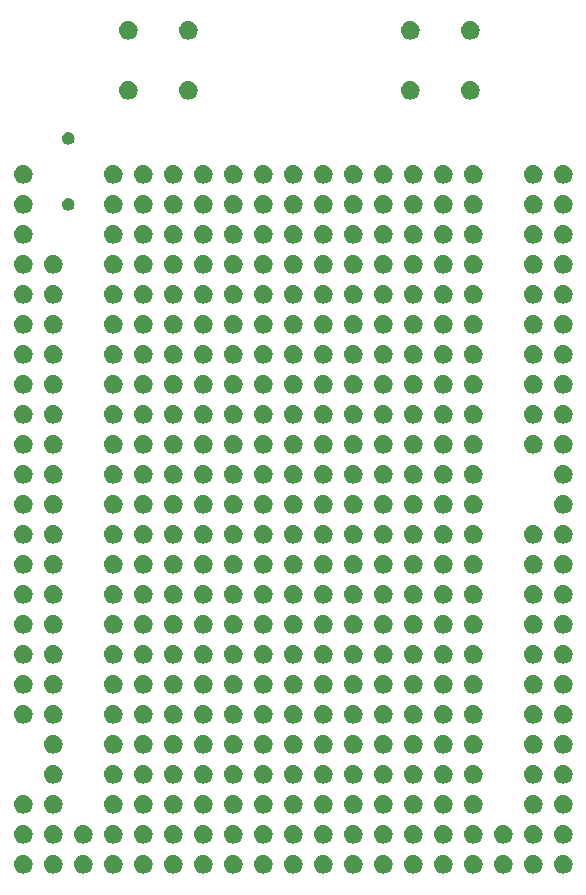
<source format=gts>
G04 #@! TF.GenerationSoftware,KiCad,Pcbnew,7.0.6*
G04 #@! TF.CreationDate,2023-07-22T13:19:21-04:00*
G04 #@! TF.ProjectId,ESP32-S3-DevKitC-1 Proto Shield,45535033-322d-4533-932d-4465764b6974,rev?*
G04 #@! TF.SameCoordinates,Original*
G04 #@! TF.FileFunction,Soldermask,Top*
G04 #@! TF.FilePolarity,Negative*
%FSLAX46Y46*%
G04 Gerber Fmt 4.6, Leading zero omitted, Abs format (unit mm)*
G04 Created by KiCad (PCBNEW 7.0.6) date 2023-07-22 13:19:21*
%MOMM*%
%LPD*%
G01*
G04 APERTURE LIST*
G04 APERTURE END LIST*
G36*
X26845213Y-92196342D02*
G01*
X27011640Y-92254577D01*
X27160936Y-92348386D01*
X27285614Y-92473064D01*
X27379423Y-92622360D01*
X27437658Y-92788787D01*
X27457400Y-92964000D01*
X27437658Y-93139213D01*
X27379423Y-93305640D01*
X27285614Y-93454936D01*
X27160936Y-93579614D01*
X27011640Y-93673423D01*
X26845213Y-93731658D01*
X26670000Y-93751400D01*
X26494787Y-93731658D01*
X26328360Y-93673423D01*
X26179064Y-93579614D01*
X26054386Y-93454936D01*
X25960577Y-93305640D01*
X25902342Y-93139213D01*
X25882600Y-92964000D01*
X25902342Y-92788787D01*
X25960577Y-92622360D01*
X26054386Y-92473064D01*
X26179064Y-92348386D01*
X26328360Y-92254577D01*
X26494787Y-92196342D01*
X26670000Y-92176600D01*
X26845213Y-92196342D01*
G37*
G36*
X29385213Y-92196342D02*
G01*
X29551640Y-92254577D01*
X29700936Y-92348386D01*
X29825614Y-92473064D01*
X29919423Y-92622360D01*
X29977658Y-92788787D01*
X29997400Y-92964000D01*
X29977658Y-93139213D01*
X29919423Y-93305640D01*
X29825614Y-93454936D01*
X29700936Y-93579614D01*
X29551640Y-93673423D01*
X29385213Y-93731658D01*
X29210000Y-93751400D01*
X29034787Y-93731658D01*
X28868360Y-93673423D01*
X28719064Y-93579614D01*
X28594386Y-93454936D01*
X28500577Y-93305640D01*
X28442342Y-93139213D01*
X28422600Y-92964000D01*
X28442342Y-92788787D01*
X28500577Y-92622360D01*
X28594386Y-92473064D01*
X28719064Y-92348386D01*
X28868360Y-92254577D01*
X29034787Y-92196342D01*
X29210000Y-92176600D01*
X29385213Y-92196342D01*
G37*
G36*
X31925213Y-92196342D02*
G01*
X32091640Y-92254577D01*
X32240936Y-92348386D01*
X32365614Y-92473064D01*
X32459423Y-92622360D01*
X32517658Y-92788787D01*
X32537400Y-92964000D01*
X32517658Y-93139213D01*
X32459423Y-93305640D01*
X32365614Y-93454936D01*
X32240936Y-93579614D01*
X32091640Y-93673423D01*
X31925213Y-93731658D01*
X31750000Y-93751400D01*
X31574787Y-93731658D01*
X31408360Y-93673423D01*
X31259064Y-93579614D01*
X31134386Y-93454936D01*
X31040577Y-93305640D01*
X30982342Y-93139213D01*
X30962600Y-92964000D01*
X30982342Y-92788787D01*
X31040577Y-92622360D01*
X31134386Y-92473064D01*
X31259064Y-92348386D01*
X31408360Y-92254577D01*
X31574787Y-92196342D01*
X31750000Y-92176600D01*
X31925213Y-92196342D01*
G37*
G36*
X34465213Y-92196342D02*
G01*
X34631640Y-92254577D01*
X34780936Y-92348386D01*
X34905614Y-92473064D01*
X34999423Y-92622360D01*
X35057658Y-92788787D01*
X35077400Y-92964000D01*
X35057658Y-93139213D01*
X34999423Y-93305640D01*
X34905614Y-93454936D01*
X34780936Y-93579614D01*
X34631640Y-93673423D01*
X34465213Y-93731658D01*
X34290000Y-93751400D01*
X34114787Y-93731658D01*
X33948360Y-93673423D01*
X33799064Y-93579614D01*
X33674386Y-93454936D01*
X33580577Y-93305640D01*
X33522342Y-93139213D01*
X33502600Y-92964000D01*
X33522342Y-92788787D01*
X33580577Y-92622360D01*
X33674386Y-92473064D01*
X33799064Y-92348386D01*
X33948360Y-92254577D01*
X34114787Y-92196342D01*
X34290000Y-92176600D01*
X34465213Y-92196342D01*
G37*
G36*
X37005213Y-92196342D02*
G01*
X37171640Y-92254577D01*
X37320936Y-92348386D01*
X37445614Y-92473064D01*
X37539423Y-92622360D01*
X37597658Y-92788787D01*
X37617400Y-92964000D01*
X37597658Y-93139213D01*
X37539423Y-93305640D01*
X37445614Y-93454936D01*
X37320936Y-93579614D01*
X37171640Y-93673423D01*
X37005213Y-93731658D01*
X36830000Y-93751400D01*
X36654787Y-93731658D01*
X36488360Y-93673423D01*
X36339064Y-93579614D01*
X36214386Y-93454936D01*
X36120577Y-93305640D01*
X36062342Y-93139213D01*
X36042600Y-92964000D01*
X36062342Y-92788787D01*
X36120577Y-92622360D01*
X36214386Y-92473064D01*
X36339064Y-92348386D01*
X36488360Y-92254577D01*
X36654787Y-92196342D01*
X36830000Y-92176600D01*
X37005213Y-92196342D01*
G37*
G36*
X39545213Y-92196342D02*
G01*
X39711640Y-92254577D01*
X39860936Y-92348386D01*
X39985614Y-92473064D01*
X40079423Y-92622360D01*
X40137658Y-92788787D01*
X40157400Y-92964000D01*
X40137658Y-93139213D01*
X40079423Y-93305640D01*
X39985614Y-93454936D01*
X39860936Y-93579614D01*
X39711640Y-93673423D01*
X39545213Y-93731658D01*
X39370000Y-93751400D01*
X39194787Y-93731658D01*
X39028360Y-93673423D01*
X38879064Y-93579614D01*
X38754386Y-93454936D01*
X38660577Y-93305640D01*
X38602342Y-93139213D01*
X38582600Y-92964000D01*
X38602342Y-92788787D01*
X38660577Y-92622360D01*
X38754386Y-92473064D01*
X38879064Y-92348386D01*
X39028360Y-92254577D01*
X39194787Y-92196342D01*
X39370000Y-92176600D01*
X39545213Y-92196342D01*
G37*
G36*
X42085213Y-92196342D02*
G01*
X42251640Y-92254577D01*
X42400936Y-92348386D01*
X42525614Y-92473064D01*
X42619423Y-92622360D01*
X42677658Y-92788787D01*
X42697400Y-92964000D01*
X42677658Y-93139213D01*
X42619423Y-93305640D01*
X42525614Y-93454936D01*
X42400936Y-93579614D01*
X42251640Y-93673423D01*
X42085213Y-93731658D01*
X41910000Y-93751400D01*
X41734787Y-93731658D01*
X41568360Y-93673423D01*
X41419064Y-93579614D01*
X41294386Y-93454936D01*
X41200577Y-93305640D01*
X41142342Y-93139213D01*
X41122600Y-92964000D01*
X41142342Y-92788787D01*
X41200577Y-92622360D01*
X41294386Y-92473064D01*
X41419064Y-92348386D01*
X41568360Y-92254577D01*
X41734787Y-92196342D01*
X41910000Y-92176600D01*
X42085213Y-92196342D01*
G37*
G36*
X44625213Y-92196342D02*
G01*
X44791640Y-92254577D01*
X44940936Y-92348386D01*
X45065614Y-92473064D01*
X45159423Y-92622360D01*
X45217658Y-92788787D01*
X45237400Y-92964000D01*
X45217658Y-93139213D01*
X45159423Y-93305640D01*
X45065614Y-93454936D01*
X44940936Y-93579614D01*
X44791640Y-93673423D01*
X44625213Y-93731658D01*
X44450000Y-93751400D01*
X44274787Y-93731658D01*
X44108360Y-93673423D01*
X43959064Y-93579614D01*
X43834386Y-93454936D01*
X43740577Y-93305640D01*
X43682342Y-93139213D01*
X43662600Y-92964000D01*
X43682342Y-92788787D01*
X43740577Y-92622360D01*
X43834386Y-92473064D01*
X43959064Y-92348386D01*
X44108360Y-92254577D01*
X44274787Y-92196342D01*
X44450000Y-92176600D01*
X44625213Y-92196342D01*
G37*
G36*
X47165213Y-92196342D02*
G01*
X47331640Y-92254577D01*
X47480936Y-92348386D01*
X47605614Y-92473064D01*
X47699423Y-92622360D01*
X47757658Y-92788787D01*
X47777400Y-92964000D01*
X47757658Y-93139213D01*
X47699423Y-93305640D01*
X47605614Y-93454936D01*
X47480936Y-93579614D01*
X47331640Y-93673423D01*
X47165213Y-93731658D01*
X46990000Y-93751400D01*
X46814787Y-93731658D01*
X46648360Y-93673423D01*
X46499064Y-93579614D01*
X46374386Y-93454936D01*
X46280577Y-93305640D01*
X46222342Y-93139213D01*
X46202600Y-92964000D01*
X46222342Y-92788787D01*
X46280577Y-92622360D01*
X46374386Y-92473064D01*
X46499064Y-92348386D01*
X46648360Y-92254577D01*
X46814787Y-92196342D01*
X46990000Y-92176600D01*
X47165213Y-92196342D01*
G37*
G36*
X49705213Y-92196342D02*
G01*
X49871640Y-92254577D01*
X50020936Y-92348386D01*
X50145614Y-92473064D01*
X50239423Y-92622360D01*
X50297658Y-92788787D01*
X50317400Y-92964000D01*
X50297658Y-93139213D01*
X50239423Y-93305640D01*
X50145614Y-93454936D01*
X50020936Y-93579614D01*
X49871640Y-93673423D01*
X49705213Y-93731658D01*
X49530000Y-93751400D01*
X49354787Y-93731658D01*
X49188360Y-93673423D01*
X49039064Y-93579614D01*
X48914386Y-93454936D01*
X48820577Y-93305640D01*
X48762342Y-93139213D01*
X48742600Y-92964000D01*
X48762342Y-92788787D01*
X48820577Y-92622360D01*
X48914386Y-92473064D01*
X49039064Y-92348386D01*
X49188360Y-92254577D01*
X49354787Y-92196342D01*
X49530000Y-92176600D01*
X49705213Y-92196342D01*
G37*
G36*
X52245213Y-92196342D02*
G01*
X52411640Y-92254577D01*
X52560936Y-92348386D01*
X52685614Y-92473064D01*
X52779423Y-92622360D01*
X52837658Y-92788787D01*
X52857400Y-92964000D01*
X52837658Y-93139213D01*
X52779423Y-93305640D01*
X52685614Y-93454936D01*
X52560936Y-93579614D01*
X52411640Y-93673423D01*
X52245213Y-93731658D01*
X52070000Y-93751400D01*
X51894787Y-93731658D01*
X51728360Y-93673423D01*
X51579064Y-93579614D01*
X51454386Y-93454936D01*
X51360577Y-93305640D01*
X51302342Y-93139213D01*
X51282600Y-92964000D01*
X51302342Y-92788787D01*
X51360577Y-92622360D01*
X51454386Y-92473064D01*
X51579064Y-92348386D01*
X51728360Y-92254577D01*
X51894787Y-92196342D01*
X52070000Y-92176600D01*
X52245213Y-92196342D01*
G37*
G36*
X54785213Y-92196342D02*
G01*
X54951640Y-92254577D01*
X55100936Y-92348386D01*
X55225614Y-92473064D01*
X55319423Y-92622360D01*
X55377658Y-92788787D01*
X55397400Y-92964000D01*
X55377658Y-93139213D01*
X55319423Y-93305640D01*
X55225614Y-93454936D01*
X55100936Y-93579614D01*
X54951640Y-93673423D01*
X54785213Y-93731658D01*
X54610000Y-93751400D01*
X54434787Y-93731658D01*
X54268360Y-93673423D01*
X54119064Y-93579614D01*
X53994386Y-93454936D01*
X53900577Y-93305640D01*
X53842342Y-93139213D01*
X53822600Y-92964000D01*
X53842342Y-92788787D01*
X53900577Y-92622360D01*
X53994386Y-92473064D01*
X54119064Y-92348386D01*
X54268360Y-92254577D01*
X54434787Y-92196342D01*
X54610000Y-92176600D01*
X54785213Y-92196342D01*
G37*
G36*
X57325213Y-92196342D02*
G01*
X57491640Y-92254577D01*
X57640936Y-92348386D01*
X57765614Y-92473064D01*
X57859423Y-92622360D01*
X57917658Y-92788787D01*
X57937400Y-92964000D01*
X57917658Y-93139213D01*
X57859423Y-93305640D01*
X57765614Y-93454936D01*
X57640936Y-93579614D01*
X57491640Y-93673423D01*
X57325213Y-93731658D01*
X57150000Y-93751400D01*
X56974787Y-93731658D01*
X56808360Y-93673423D01*
X56659064Y-93579614D01*
X56534386Y-93454936D01*
X56440577Y-93305640D01*
X56382342Y-93139213D01*
X56362600Y-92964000D01*
X56382342Y-92788787D01*
X56440577Y-92622360D01*
X56534386Y-92473064D01*
X56659064Y-92348386D01*
X56808360Y-92254577D01*
X56974787Y-92196342D01*
X57150000Y-92176600D01*
X57325213Y-92196342D01*
G37*
G36*
X59865213Y-92196342D02*
G01*
X60031640Y-92254577D01*
X60180936Y-92348386D01*
X60305614Y-92473064D01*
X60399423Y-92622360D01*
X60457658Y-92788787D01*
X60477400Y-92964000D01*
X60457658Y-93139213D01*
X60399423Y-93305640D01*
X60305614Y-93454936D01*
X60180936Y-93579614D01*
X60031640Y-93673423D01*
X59865213Y-93731658D01*
X59690000Y-93751400D01*
X59514787Y-93731658D01*
X59348360Y-93673423D01*
X59199064Y-93579614D01*
X59074386Y-93454936D01*
X58980577Y-93305640D01*
X58922342Y-93139213D01*
X58902600Y-92964000D01*
X58922342Y-92788787D01*
X58980577Y-92622360D01*
X59074386Y-92473064D01*
X59199064Y-92348386D01*
X59348360Y-92254577D01*
X59514787Y-92196342D01*
X59690000Y-92176600D01*
X59865213Y-92196342D01*
G37*
G36*
X62405213Y-92196342D02*
G01*
X62571640Y-92254577D01*
X62720936Y-92348386D01*
X62845614Y-92473064D01*
X62939423Y-92622360D01*
X62997658Y-92788787D01*
X63017400Y-92964000D01*
X62997658Y-93139213D01*
X62939423Y-93305640D01*
X62845614Y-93454936D01*
X62720936Y-93579614D01*
X62571640Y-93673423D01*
X62405213Y-93731658D01*
X62230000Y-93751400D01*
X62054787Y-93731658D01*
X61888360Y-93673423D01*
X61739064Y-93579614D01*
X61614386Y-93454936D01*
X61520577Y-93305640D01*
X61462342Y-93139213D01*
X61442600Y-92964000D01*
X61462342Y-92788787D01*
X61520577Y-92622360D01*
X61614386Y-92473064D01*
X61739064Y-92348386D01*
X61888360Y-92254577D01*
X62054787Y-92196342D01*
X62230000Y-92176600D01*
X62405213Y-92196342D01*
G37*
G36*
X64945213Y-92196342D02*
G01*
X65111640Y-92254577D01*
X65260936Y-92348386D01*
X65385614Y-92473064D01*
X65479423Y-92622360D01*
X65537658Y-92788787D01*
X65557400Y-92964000D01*
X65537658Y-93139213D01*
X65479423Y-93305640D01*
X65385614Y-93454936D01*
X65260936Y-93579614D01*
X65111640Y-93673423D01*
X64945213Y-93731658D01*
X64770000Y-93751400D01*
X64594787Y-93731658D01*
X64428360Y-93673423D01*
X64279064Y-93579614D01*
X64154386Y-93454936D01*
X64060577Y-93305640D01*
X64002342Y-93139213D01*
X63982600Y-92964000D01*
X64002342Y-92788787D01*
X64060577Y-92622360D01*
X64154386Y-92473064D01*
X64279064Y-92348386D01*
X64428360Y-92254577D01*
X64594787Y-92196342D01*
X64770000Y-92176600D01*
X64945213Y-92196342D01*
G37*
G36*
X67485213Y-92196342D02*
G01*
X67651640Y-92254577D01*
X67800936Y-92348386D01*
X67925614Y-92473064D01*
X68019423Y-92622360D01*
X68077658Y-92788787D01*
X68097400Y-92964000D01*
X68077658Y-93139213D01*
X68019423Y-93305640D01*
X67925614Y-93454936D01*
X67800936Y-93579614D01*
X67651640Y-93673423D01*
X67485213Y-93731658D01*
X67310000Y-93751400D01*
X67134787Y-93731658D01*
X66968360Y-93673423D01*
X66819064Y-93579614D01*
X66694386Y-93454936D01*
X66600577Y-93305640D01*
X66542342Y-93139213D01*
X66522600Y-92964000D01*
X66542342Y-92788787D01*
X66600577Y-92622360D01*
X66694386Y-92473064D01*
X66819064Y-92348386D01*
X66968360Y-92254577D01*
X67134787Y-92196342D01*
X67310000Y-92176600D01*
X67485213Y-92196342D01*
G37*
G36*
X70025213Y-92196342D02*
G01*
X70191640Y-92254577D01*
X70340936Y-92348386D01*
X70465614Y-92473064D01*
X70559423Y-92622360D01*
X70617658Y-92788787D01*
X70637400Y-92964000D01*
X70617658Y-93139213D01*
X70559423Y-93305640D01*
X70465614Y-93454936D01*
X70340936Y-93579614D01*
X70191640Y-93673423D01*
X70025213Y-93731658D01*
X69850000Y-93751400D01*
X69674787Y-93731658D01*
X69508360Y-93673423D01*
X69359064Y-93579614D01*
X69234386Y-93454936D01*
X69140577Y-93305640D01*
X69082342Y-93139213D01*
X69062600Y-92964000D01*
X69082342Y-92788787D01*
X69140577Y-92622360D01*
X69234386Y-92473064D01*
X69359064Y-92348386D01*
X69508360Y-92254577D01*
X69674787Y-92196342D01*
X69850000Y-92176600D01*
X70025213Y-92196342D01*
G37*
G36*
X72565213Y-92196342D02*
G01*
X72731640Y-92254577D01*
X72880936Y-92348386D01*
X73005614Y-92473064D01*
X73099423Y-92622360D01*
X73157658Y-92788787D01*
X73177400Y-92964000D01*
X73157658Y-93139213D01*
X73099423Y-93305640D01*
X73005614Y-93454936D01*
X72880936Y-93579614D01*
X72731640Y-93673423D01*
X72565213Y-93731658D01*
X72390000Y-93751400D01*
X72214787Y-93731658D01*
X72048360Y-93673423D01*
X71899064Y-93579614D01*
X71774386Y-93454936D01*
X71680577Y-93305640D01*
X71622342Y-93139213D01*
X71602600Y-92964000D01*
X71622342Y-92788787D01*
X71680577Y-92622360D01*
X71774386Y-92473064D01*
X71899064Y-92348386D01*
X72048360Y-92254577D01*
X72214787Y-92196342D01*
X72390000Y-92176600D01*
X72565213Y-92196342D01*
G37*
G36*
X26845213Y-89656342D02*
G01*
X27011640Y-89714577D01*
X27160936Y-89808386D01*
X27285614Y-89933064D01*
X27379423Y-90082360D01*
X27437658Y-90248787D01*
X27457400Y-90424000D01*
X27437658Y-90599213D01*
X27379423Y-90765640D01*
X27285614Y-90914936D01*
X27160936Y-91039614D01*
X27011640Y-91133423D01*
X26845213Y-91191658D01*
X26670000Y-91211400D01*
X26494787Y-91191658D01*
X26328360Y-91133423D01*
X26179064Y-91039614D01*
X26054386Y-90914936D01*
X25960577Y-90765640D01*
X25902342Y-90599213D01*
X25882600Y-90424000D01*
X25902342Y-90248787D01*
X25960577Y-90082360D01*
X26054386Y-89933064D01*
X26179064Y-89808386D01*
X26328360Y-89714577D01*
X26494787Y-89656342D01*
X26670000Y-89636600D01*
X26845213Y-89656342D01*
G37*
G36*
X29385213Y-89656342D02*
G01*
X29551640Y-89714577D01*
X29700936Y-89808386D01*
X29825614Y-89933064D01*
X29919423Y-90082360D01*
X29977658Y-90248787D01*
X29997400Y-90424000D01*
X29977658Y-90599213D01*
X29919423Y-90765640D01*
X29825614Y-90914936D01*
X29700936Y-91039614D01*
X29551640Y-91133423D01*
X29385213Y-91191658D01*
X29210000Y-91211400D01*
X29034787Y-91191658D01*
X28868360Y-91133423D01*
X28719064Y-91039614D01*
X28594386Y-90914936D01*
X28500577Y-90765640D01*
X28442342Y-90599213D01*
X28422600Y-90424000D01*
X28442342Y-90248787D01*
X28500577Y-90082360D01*
X28594386Y-89933064D01*
X28719064Y-89808386D01*
X28868360Y-89714577D01*
X29034787Y-89656342D01*
X29210000Y-89636600D01*
X29385213Y-89656342D01*
G37*
G36*
X31925213Y-89656342D02*
G01*
X32091640Y-89714577D01*
X32240936Y-89808386D01*
X32365614Y-89933064D01*
X32459423Y-90082360D01*
X32517658Y-90248787D01*
X32537400Y-90424000D01*
X32517658Y-90599213D01*
X32459423Y-90765640D01*
X32365614Y-90914936D01*
X32240936Y-91039614D01*
X32091640Y-91133423D01*
X31925213Y-91191658D01*
X31750000Y-91211400D01*
X31574787Y-91191658D01*
X31408360Y-91133423D01*
X31259064Y-91039614D01*
X31134386Y-90914936D01*
X31040577Y-90765640D01*
X30982342Y-90599213D01*
X30962600Y-90424000D01*
X30982342Y-90248787D01*
X31040577Y-90082360D01*
X31134386Y-89933064D01*
X31259064Y-89808386D01*
X31408360Y-89714577D01*
X31574787Y-89656342D01*
X31750000Y-89636600D01*
X31925213Y-89656342D01*
G37*
G36*
X34465213Y-89656342D02*
G01*
X34631640Y-89714577D01*
X34780936Y-89808386D01*
X34905614Y-89933064D01*
X34999423Y-90082360D01*
X35057658Y-90248787D01*
X35077400Y-90424000D01*
X35057658Y-90599213D01*
X34999423Y-90765640D01*
X34905614Y-90914936D01*
X34780936Y-91039614D01*
X34631640Y-91133423D01*
X34465213Y-91191658D01*
X34290000Y-91211400D01*
X34114787Y-91191658D01*
X33948360Y-91133423D01*
X33799064Y-91039614D01*
X33674386Y-90914936D01*
X33580577Y-90765640D01*
X33522342Y-90599213D01*
X33502600Y-90424000D01*
X33522342Y-90248787D01*
X33580577Y-90082360D01*
X33674386Y-89933064D01*
X33799064Y-89808386D01*
X33948360Y-89714577D01*
X34114787Y-89656342D01*
X34290000Y-89636600D01*
X34465213Y-89656342D01*
G37*
G36*
X37005213Y-89656342D02*
G01*
X37171640Y-89714577D01*
X37320936Y-89808386D01*
X37445614Y-89933064D01*
X37539423Y-90082360D01*
X37597658Y-90248787D01*
X37617400Y-90424000D01*
X37597658Y-90599213D01*
X37539423Y-90765640D01*
X37445614Y-90914936D01*
X37320936Y-91039614D01*
X37171640Y-91133423D01*
X37005213Y-91191658D01*
X36830000Y-91211400D01*
X36654787Y-91191658D01*
X36488360Y-91133423D01*
X36339064Y-91039614D01*
X36214386Y-90914936D01*
X36120577Y-90765640D01*
X36062342Y-90599213D01*
X36042600Y-90424000D01*
X36062342Y-90248787D01*
X36120577Y-90082360D01*
X36214386Y-89933064D01*
X36339064Y-89808386D01*
X36488360Y-89714577D01*
X36654787Y-89656342D01*
X36830000Y-89636600D01*
X37005213Y-89656342D01*
G37*
G36*
X39545213Y-89656342D02*
G01*
X39711640Y-89714577D01*
X39860936Y-89808386D01*
X39985614Y-89933064D01*
X40079423Y-90082360D01*
X40137658Y-90248787D01*
X40157400Y-90424000D01*
X40137658Y-90599213D01*
X40079423Y-90765640D01*
X39985614Y-90914936D01*
X39860936Y-91039614D01*
X39711640Y-91133423D01*
X39545213Y-91191658D01*
X39370000Y-91211400D01*
X39194787Y-91191658D01*
X39028360Y-91133423D01*
X38879064Y-91039614D01*
X38754386Y-90914936D01*
X38660577Y-90765640D01*
X38602342Y-90599213D01*
X38582600Y-90424000D01*
X38602342Y-90248787D01*
X38660577Y-90082360D01*
X38754386Y-89933064D01*
X38879064Y-89808386D01*
X39028360Y-89714577D01*
X39194787Y-89656342D01*
X39370000Y-89636600D01*
X39545213Y-89656342D01*
G37*
G36*
X42085213Y-89656342D02*
G01*
X42251640Y-89714577D01*
X42400936Y-89808386D01*
X42525614Y-89933064D01*
X42619423Y-90082360D01*
X42677658Y-90248787D01*
X42697400Y-90424000D01*
X42677658Y-90599213D01*
X42619423Y-90765640D01*
X42525614Y-90914936D01*
X42400936Y-91039614D01*
X42251640Y-91133423D01*
X42085213Y-91191658D01*
X41910000Y-91211400D01*
X41734787Y-91191658D01*
X41568360Y-91133423D01*
X41419064Y-91039614D01*
X41294386Y-90914936D01*
X41200577Y-90765640D01*
X41142342Y-90599213D01*
X41122600Y-90424000D01*
X41142342Y-90248787D01*
X41200577Y-90082360D01*
X41294386Y-89933064D01*
X41419064Y-89808386D01*
X41568360Y-89714577D01*
X41734787Y-89656342D01*
X41910000Y-89636600D01*
X42085213Y-89656342D01*
G37*
G36*
X44625213Y-89656342D02*
G01*
X44791640Y-89714577D01*
X44940936Y-89808386D01*
X45065614Y-89933064D01*
X45159423Y-90082360D01*
X45217658Y-90248787D01*
X45237400Y-90424000D01*
X45217658Y-90599213D01*
X45159423Y-90765640D01*
X45065614Y-90914936D01*
X44940936Y-91039614D01*
X44791640Y-91133423D01*
X44625213Y-91191658D01*
X44450000Y-91211400D01*
X44274787Y-91191658D01*
X44108360Y-91133423D01*
X43959064Y-91039614D01*
X43834386Y-90914936D01*
X43740577Y-90765640D01*
X43682342Y-90599213D01*
X43662600Y-90424000D01*
X43682342Y-90248787D01*
X43740577Y-90082360D01*
X43834386Y-89933064D01*
X43959064Y-89808386D01*
X44108360Y-89714577D01*
X44274787Y-89656342D01*
X44450000Y-89636600D01*
X44625213Y-89656342D01*
G37*
G36*
X47165213Y-89656342D02*
G01*
X47331640Y-89714577D01*
X47480936Y-89808386D01*
X47605614Y-89933064D01*
X47699423Y-90082360D01*
X47757658Y-90248787D01*
X47777400Y-90424000D01*
X47757658Y-90599213D01*
X47699423Y-90765640D01*
X47605614Y-90914936D01*
X47480936Y-91039614D01*
X47331640Y-91133423D01*
X47165213Y-91191658D01*
X46990000Y-91211400D01*
X46814787Y-91191658D01*
X46648360Y-91133423D01*
X46499064Y-91039614D01*
X46374386Y-90914936D01*
X46280577Y-90765640D01*
X46222342Y-90599213D01*
X46202600Y-90424000D01*
X46222342Y-90248787D01*
X46280577Y-90082360D01*
X46374386Y-89933064D01*
X46499064Y-89808386D01*
X46648360Y-89714577D01*
X46814787Y-89656342D01*
X46990000Y-89636600D01*
X47165213Y-89656342D01*
G37*
G36*
X49705213Y-89656342D02*
G01*
X49871640Y-89714577D01*
X50020936Y-89808386D01*
X50145614Y-89933064D01*
X50239423Y-90082360D01*
X50297658Y-90248787D01*
X50317400Y-90424000D01*
X50297658Y-90599213D01*
X50239423Y-90765640D01*
X50145614Y-90914936D01*
X50020936Y-91039614D01*
X49871640Y-91133423D01*
X49705213Y-91191658D01*
X49530000Y-91211400D01*
X49354787Y-91191658D01*
X49188360Y-91133423D01*
X49039064Y-91039614D01*
X48914386Y-90914936D01*
X48820577Y-90765640D01*
X48762342Y-90599213D01*
X48742600Y-90424000D01*
X48762342Y-90248787D01*
X48820577Y-90082360D01*
X48914386Y-89933064D01*
X49039064Y-89808386D01*
X49188360Y-89714577D01*
X49354787Y-89656342D01*
X49530000Y-89636600D01*
X49705213Y-89656342D01*
G37*
G36*
X52245213Y-89656342D02*
G01*
X52411640Y-89714577D01*
X52560936Y-89808386D01*
X52685614Y-89933064D01*
X52779423Y-90082360D01*
X52837658Y-90248787D01*
X52857400Y-90424000D01*
X52837658Y-90599213D01*
X52779423Y-90765640D01*
X52685614Y-90914936D01*
X52560936Y-91039614D01*
X52411640Y-91133423D01*
X52245213Y-91191658D01*
X52070000Y-91211400D01*
X51894787Y-91191658D01*
X51728360Y-91133423D01*
X51579064Y-91039614D01*
X51454386Y-90914936D01*
X51360577Y-90765640D01*
X51302342Y-90599213D01*
X51282600Y-90424000D01*
X51302342Y-90248787D01*
X51360577Y-90082360D01*
X51454386Y-89933064D01*
X51579064Y-89808386D01*
X51728360Y-89714577D01*
X51894787Y-89656342D01*
X52070000Y-89636600D01*
X52245213Y-89656342D01*
G37*
G36*
X54785213Y-89656342D02*
G01*
X54951640Y-89714577D01*
X55100936Y-89808386D01*
X55225614Y-89933064D01*
X55319423Y-90082360D01*
X55377658Y-90248787D01*
X55397400Y-90424000D01*
X55377658Y-90599213D01*
X55319423Y-90765640D01*
X55225614Y-90914936D01*
X55100936Y-91039614D01*
X54951640Y-91133423D01*
X54785213Y-91191658D01*
X54610000Y-91211400D01*
X54434787Y-91191658D01*
X54268360Y-91133423D01*
X54119064Y-91039614D01*
X53994386Y-90914936D01*
X53900577Y-90765640D01*
X53842342Y-90599213D01*
X53822600Y-90424000D01*
X53842342Y-90248787D01*
X53900577Y-90082360D01*
X53994386Y-89933064D01*
X54119064Y-89808386D01*
X54268360Y-89714577D01*
X54434787Y-89656342D01*
X54610000Y-89636600D01*
X54785213Y-89656342D01*
G37*
G36*
X57325213Y-89656342D02*
G01*
X57491640Y-89714577D01*
X57640936Y-89808386D01*
X57765614Y-89933064D01*
X57859423Y-90082360D01*
X57917658Y-90248787D01*
X57937400Y-90424000D01*
X57917658Y-90599213D01*
X57859423Y-90765640D01*
X57765614Y-90914936D01*
X57640936Y-91039614D01*
X57491640Y-91133423D01*
X57325213Y-91191658D01*
X57150000Y-91211400D01*
X56974787Y-91191658D01*
X56808360Y-91133423D01*
X56659064Y-91039614D01*
X56534386Y-90914936D01*
X56440577Y-90765640D01*
X56382342Y-90599213D01*
X56362600Y-90424000D01*
X56382342Y-90248787D01*
X56440577Y-90082360D01*
X56534386Y-89933064D01*
X56659064Y-89808386D01*
X56808360Y-89714577D01*
X56974787Y-89656342D01*
X57150000Y-89636600D01*
X57325213Y-89656342D01*
G37*
G36*
X59865213Y-89656342D02*
G01*
X60031640Y-89714577D01*
X60180936Y-89808386D01*
X60305614Y-89933064D01*
X60399423Y-90082360D01*
X60457658Y-90248787D01*
X60477400Y-90424000D01*
X60457658Y-90599213D01*
X60399423Y-90765640D01*
X60305614Y-90914936D01*
X60180936Y-91039614D01*
X60031640Y-91133423D01*
X59865213Y-91191658D01*
X59690000Y-91211400D01*
X59514787Y-91191658D01*
X59348360Y-91133423D01*
X59199064Y-91039614D01*
X59074386Y-90914936D01*
X58980577Y-90765640D01*
X58922342Y-90599213D01*
X58902600Y-90424000D01*
X58922342Y-90248787D01*
X58980577Y-90082360D01*
X59074386Y-89933064D01*
X59199064Y-89808386D01*
X59348360Y-89714577D01*
X59514787Y-89656342D01*
X59690000Y-89636600D01*
X59865213Y-89656342D01*
G37*
G36*
X62405213Y-89656342D02*
G01*
X62571640Y-89714577D01*
X62720936Y-89808386D01*
X62845614Y-89933064D01*
X62939423Y-90082360D01*
X62997658Y-90248787D01*
X63017400Y-90424000D01*
X62997658Y-90599213D01*
X62939423Y-90765640D01*
X62845614Y-90914936D01*
X62720936Y-91039614D01*
X62571640Y-91133423D01*
X62405213Y-91191658D01*
X62230000Y-91211400D01*
X62054787Y-91191658D01*
X61888360Y-91133423D01*
X61739064Y-91039614D01*
X61614386Y-90914936D01*
X61520577Y-90765640D01*
X61462342Y-90599213D01*
X61442600Y-90424000D01*
X61462342Y-90248787D01*
X61520577Y-90082360D01*
X61614386Y-89933064D01*
X61739064Y-89808386D01*
X61888360Y-89714577D01*
X62054787Y-89656342D01*
X62230000Y-89636600D01*
X62405213Y-89656342D01*
G37*
G36*
X64945213Y-89656342D02*
G01*
X65111640Y-89714577D01*
X65260936Y-89808386D01*
X65385614Y-89933064D01*
X65479423Y-90082360D01*
X65537658Y-90248787D01*
X65557400Y-90424000D01*
X65537658Y-90599213D01*
X65479423Y-90765640D01*
X65385614Y-90914936D01*
X65260936Y-91039614D01*
X65111640Y-91133423D01*
X64945213Y-91191658D01*
X64770000Y-91211400D01*
X64594787Y-91191658D01*
X64428360Y-91133423D01*
X64279064Y-91039614D01*
X64154386Y-90914936D01*
X64060577Y-90765640D01*
X64002342Y-90599213D01*
X63982600Y-90424000D01*
X64002342Y-90248787D01*
X64060577Y-90082360D01*
X64154386Y-89933064D01*
X64279064Y-89808386D01*
X64428360Y-89714577D01*
X64594787Y-89656342D01*
X64770000Y-89636600D01*
X64945213Y-89656342D01*
G37*
G36*
X67485213Y-89656342D02*
G01*
X67651640Y-89714577D01*
X67800936Y-89808386D01*
X67925614Y-89933064D01*
X68019423Y-90082360D01*
X68077658Y-90248787D01*
X68097400Y-90424000D01*
X68077658Y-90599213D01*
X68019423Y-90765640D01*
X67925614Y-90914936D01*
X67800936Y-91039614D01*
X67651640Y-91133423D01*
X67485213Y-91191658D01*
X67310000Y-91211400D01*
X67134787Y-91191658D01*
X66968360Y-91133423D01*
X66819064Y-91039614D01*
X66694386Y-90914936D01*
X66600577Y-90765640D01*
X66542342Y-90599213D01*
X66522600Y-90424000D01*
X66542342Y-90248787D01*
X66600577Y-90082360D01*
X66694386Y-89933064D01*
X66819064Y-89808386D01*
X66968360Y-89714577D01*
X67134787Y-89656342D01*
X67310000Y-89636600D01*
X67485213Y-89656342D01*
G37*
G36*
X70025213Y-89656342D02*
G01*
X70191640Y-89714577D01*
X70340936Y-89808386D01*
X70465614Y-89933064D01*
X70559423Y-90082360D01*
X70617658Y-90248787D01*
X70637400Y-90424000D01*
X70617658Y-90599213D01*
X70559423Y-90765640D01*
X70465614Y-90914936D01*
X70340936Y-91039614D01*
X70191640Y-91133423D01*
X70025213Y-91191658D01*
X69850000Y-91211400D01*
X69674787Y-91191658D01*
X69508360Y-91133423D01*
X69359064Y-91039614D01*
X69234386Y-90914936D01*
X69140577Y-90765640D01*
X69082342Y-90599213D01*
X69062600Y-90424000D01*
X69082342Y-90248787D01*
X69140577Y-90082360D01*
X69234386Y-89933064D01*
X69359064Y-89808386D01*
X69508360Y-89714577D01*
X69674787Y-89656342D01*
X69850000Y-89636600D01*
X70025213Y-89656342D01*
G37*
G36*
X72565213Y-89656342D02*
G01*
X72731640Y-89714577D01*
X72880936Y-89808386D01*
X73005614Y-89933064D01*
X73099423Y-90082360D01*
X73157658Y-90248787D01*
X73177400Y-90424000D01*
X73157658Y-90599213D01*
X73099423Y-90765640D01*
X73005614Y-90914936D01*
X72880936Y-91039614D01*
X72731640Y-91133423D01*
X72565213Y-91191658D01*
X72390000Y-91211400D01*
X72214787Y-91191658D01*
X72048360Y-91133423D01*
X71899064Y-91039614D01*
X71774386Y-90914936D01*
X71680577Y-90765640D01*
X71622342Y-90599213D01*
X71602600Y-90424000D01*
X71622342Y-90248787D01*
X71680577Y-90082360D01*
X71774386Y-89933064D01*
X71899064Y-89808386D01*
X72048360Y-89714577D01*
X72214787Y-89656342D01*
X72390000Y-89636600D01*
X72565213Y-89656342D01*
G37*
G36*
X26845213Y-87116342D02*
G01*
X27011640Y-87174577D01*
X27160936Y-87268386D01*
X27285614Y-87393064D01*
X27379423Y-87542360D01*
X27437658Y-87708787D01*
X27457400Y-87884000D01*
X27437658Y-88059213D01*
X27379423Y-88225640D01*
X27285614Y-88374936D01*
X27160936Y-88499614D01*
X27011640Y-88593423D01*
X26845213Y-88651658D01*
X26670000Y-88671400D01*
X26494787Y-88651658D01*
X26328360Y-88593423D01*
X26179064Y-88499614D01*
X26054386Y-88374936D01*
X25960577Y-88225640D01*
X25902342Y-88059213D01*
X25882600Y-87884000D01*
X25902342Y-87708787D01*
X25960577Y-87542360D01*
X26054386Y-87393064D01*
X26179064Y-87268386D01*
X26328360Y-87174577D01*
X26494787Y-87116342D01*
X26670000Y-87096600D01*
X26845213Y-87116342D01*
G37*
G36*
X29385213Y-87116342D02*
G01*
X29551640Y-87174577D01*
X29700936Y-87268386D01*
X29825614Y-87393064D01*
X29919423Y-87542360D01*
X29977658Y-87708787D01*
X29997400Y-87884000D01*
X29977658Y-88059213D01*
X29919423Y-88225640D01*
X29825614Y-88374936D01*
X29700936Y-88499614D01*
X29551640Y-88593423D01*
X29385213Y-88651658D01*
X29210000Y-88671400D01*
X29034787Y-88651658D01*
X28868360Y-88593423D01*
X28719064Y-88499614D01*
X28594386Y-88374936D01*
X28500577Y-88225640D01*
X28442342Y-88059213D01*
X28422600Y-87884000D01*
X28442342Y-87708787D01*
X28500577Y-87542360D01*
X28594386Y-87393064D01*
X28719064Y-87268386D01*
X28868360Y-87174577D01*
X29034787Y-87116342D01*
X29210000Y-87096600D01*
X29385213Y-87116342D01*
G37*
G36*
X34465213Y-87116342D02*
G01*
X34631640Y-87174577D01*
X34780936Y-87268386D01*
X34905614Y-87393064D01*
X34999423Y-87542360D01*
X35057658Y-87708787D01*
X35077400Y-87884000D01*
X35057658Y-88059213D01*
X34999423Y-88225640D01*
X34905614Y-88374936D01*
X34780936Y-88499614D01*
X34631640Y-88593423D01*
X34465213Y-88651658D01*
X34290000Y-88671400D01*
X34114787Y-88651658D01*
X33948360Y-88593423D01*
X33799064Y-88499614D01*
X33674386Y-88374936D01*
X33580577Y-88225640D01*
X33522342Y-88059213D01*
X33502600Y-87884000D01*
X33522342Y-87708787D01*
X33580577Y-87542360D01*
X33674386Y-87393064D01*
X33799064Y-87268386D01*
X33948360Y-87174577D01*
X34114787Y-87116342D01*
X34290000Y-87096600D01*
X34465213Y-87116342D01*
G37*
G36*
X37005213Y-87116342D02*
G01*
X37171640Y-87174577D01*
X37320936Y-87268386D01*
X37445614Y-87393064D01*
X37539423Y-87542360D01*
X37597658Y-87708787D01*
X37617400Y-87884000D01*
X37597658Y-88059213D01*
X37539423Y-88225640D01*
X37445614Y-88374936D01*
X37320936Y-88499614D01*
X37171640Y-88593423D01*
X37005213Y-88651658D01*
X36830000Y-88671400D01*
X36654787Y-88651658D01*
X36488360Y-88593423D01*
X36339064Y-88499614D01*
X36214386Y-88374936D01*
X36120577Y-88225640D01*
X36062342Y-88059213D01*
X36042600Y-87884000D01*
X36062342Y-87708787D01*
X36120577Y-87542360D01*
X36214386Y-87393064D01*
X36339064Y-87268386D01*
X36488360Y-87174577D01*
X36654787Y-87116342D01*
X36830000Y-87096600D01*
X37005213Y-87116342D01*
G37*
G36*
X39545213Y-87116342D02*
G01*
X39711640Y-87174577D01*
X39860936Y-87268386D01*
X39985614Y-87393064D01*
X40079423Y-87542360D01*
X40137658Y-87708787D01*
X40157400Y-87884000D01*
X40137658Y-88059213D01*
X40079423Y-88225640D01*
X39985614Y-88374936D01*
X39860936Y-88499614D01*
X39711640Y-88593423D01*
X39545213Y-88651658D01*
X39370000Y-88671400D01*
X39194787Y-88651658D01*
X39028360Y-88593423D01*
X38879064Y-88499614D01*
X38754386Y-88374936D01*
X38660577Y-88225640D01*
X38602342Y-88059213D01*
X38582600Y-87884000D01*
X38602342Y-87708787D01*
X38660577Y-87542360D01*
X38754386Y-87393064D01*
X38879064Y-87268386D01*
X39028360Y-87174577D01*
X39194787Y-87116342D01*
X39370000Y-87096600D01*
X39545213Y-87116342D01*
G37*
G36*
X42085213Y-87116342D02*
G01*
X42251640Y-87174577D01*
X42400936Y-87268386D01*
X42525614Y-87393064D01*
X42619423Y-87542360D01*
X42677658Y-87708787D01*
X42697400Y-87884000D01*
X42677658Y-88059213D01*
X42619423Y-88225640D01*
X42525614Y-88374936D01*
X42400936Y-88499614D01*
X42251640Y-88593423D01*
X42085213Y-88651658D01*
X41910000Y-88671400D01*
X41734787Y-88651658D01*
X41568360Y-88593423D01*
X41419064Y-88499614D01*
X41294386Y-88374936D01*
X41200577Y-88225640D01*
X41142342Y-88059213D01*
X41122600Y-87884000D01*
X41142342Y-87708787D01*
X41200577Y-87542360D01*
X41294386Y-87393064D01*
X41419064Y-87268386D01*
X41568360Y-87174577D01*
X41734787Y-87116342D01*
X41910000Y-87096600D01*
X42085213Y-87116342D01*
G37*
G36*
X44625213Y-87116342D02*
G01*
X44791640Y-87174577D01*
X44940936Y-87268386D01*
X45065614Y-87393064D01*
X45159423Y-87542360D01*
X45217658Y-87708787D01*
X45237400Y-87884000D01*
X45217658Y-88059213D01*
X45159423Y-88225640D01*
X45065614Y-88374936D01*
X44940936Y-88499614D01*
X44791640Y-88593423D01*
X44625213Y-88651658D01*
X44450000Y-88671400D01*
X44274787Y-88651658D01*
X44108360Y-88593423D01*
X43959064Y-88499614D01*
X43834386Y-88374936D01*
X43740577Y-88225640D01*
X43682342Y-88059213D01*
X43662600Y-87884000D01*
X43682342Y-87708787D01*
X43740577Y-87542360D01*
X43834386Y-87393064D01*
X43959064Y-87268386D01*
X44108360Y-87174577D01*
X44274787Y-87116342D01*
X44450000Y-87096600D01*
X44625213Y-87116342D01*
G37*
G36*
X47165213Y-87116342D02*
G01*
X47331640Y-87174577D01*
X47480936Y-87268386D01*
X47605614Y-87393064D01*
X47699423Y-87542360D01*
X47757658Y-87708787D01*
X47777400Y-87884000D01*
X47757658Y-88059213D01*
X47699423Y-88225640D01*
X47605614Y-88374936D01*
X47480936Y-88499614D01*
X47331640Y-88593423D01*
X47165213Y-88651658D01*
X46990000Y-88671400D01*
X46814787Y-88651658D01*
X46648360Y-88593423D01*
X46499064Y-88499614D01*
X46374386Y-88374936D01*
X46280577Y-88225640D01*
X46222342Y-88059213D01*
X46202600Y-87884000D01*
X46222342Y-87708787D01*
X46280577Y-87542360D01*
X46374386Y-87393064D01*
X46499064Y-87268386D01*
X46648360Y-87174577D01*
X46814787Y-87116342D01*
X46990000Y-87096600D01*
X47165213Y-87116342D01*
G37*
G36*
X49705213Y-87116342D02*
G01*
X49871640Y-87174577D01*
X50020936Y-87268386D01*
X50145614Y-87393064D01*
X50239423Y-87542360D01*
X50297658Y-87708787D01*
X50317400Y-87884000D01*
X50297658Y-88059213D01*
X50239423Y-88225640D01*
X50145614Y-88374936D01*
X50020936Y-88499614D01*
X49871640Y-88593423D01*
X49705213Y-88651658D01*
X49530000Y-88671400D01*
X49354787Y-88651658D01*
X49188360Y-88593423D01*
X49039064Y-88499614D01*
X48914386Y-88374936D01*
X48820577Y-88225640D01*
X48762342Y-88059213D01*
X48742600Y-87884000D01*
X48762342Y-87708787D01*
X48820577Y-87542360D01*
X48914386Y-87393064D01*
X49039064Y-87268386D01*
X49188360Y-87174577D01*
X49354787Y-87116342D01*
X49530000Y-87096600D01*
X49705213Y-87116342D01*
G37*
G36*
X52245213Y-87116342D02*
G01*
X52411640Y-87174577D01*
X52560936Y-87268386D01*
X52685614Y-87393064D01*
X52779423Y-87542360D01*
X52837658Y-87708787D01*
X52857400Y-87884000D01*
X52837658Y-88059213D01*
X52779423Y-88225640D01*
X52685614Y-88374936D01*
X52560936Y-88499614D01*
X52411640Y-88593423D01*
X52245213Y-88651658D01*
X52070000Y-88671400D01*
X51894787Y-88651658D01*
X51728360Y-88593423D01*
X51579064Y-88499614D01*
X51454386Y-88374936D01*
X51360577Y-88225640D01*
X51302342Y-88059213D01*
X51282600Y-87884000D01*
X51302342Y-87708787D01*
X51360577Y-87542360D01*
X51454386Y-87393064D01*
X51579064Y-87268386D01*
X51728360Y-87174577D01*
X51894787Y-87116342D01*
X52070000Y-87096600D01*
X52245213Y-87116342D01*
G37*
G36*
X54785213Y-87116342D02*
G01*
X54951640Y-87174577D01*
X55100936Y-87268386D01*
X55225614Y-87393064D01*
X55319423Y-87542360D01*
X55377658Y-87708787D01*
X55397400Y-87884000D01*
X55377658Y-88059213D01*
X55319423Y-88225640D01*
X55225614Y-88374936D01*
X55100936Y-88499614D01*
X54951640Y-88593423D01*
X54785213Y-88651658D01*
X54610000Y-88671400D01*
X54434787Y-88651658D01*
X54268360Y-88593423D01*
X54119064Y-88499614D01*
X53994386Y-88374936D01*
X53900577Y-88225640D01*
X53842342Y-88059213D01*
X53822600Y-87884000D01*
X53842342Y-87708787D01*
X53900577Y-87542360D01*
X53994386Y-87393064D01*
X54119064Y-87268386D01*
X54268360Y-87174577D01*
X54434787Y-87116342D01*
X54610000Y-87096600D01*
X54785213Y-87116342D01*
G37*
G36*
X57325213Y-87116342D02*
G01*
X57491640Y-87174577D01*
X57640936Y-87268386D01*
X57765614Y-87393064D01*
X57859423Y-87542360D01*
X57917658Y-87708787D01*
X57937400Y-87884000D01*
X57917658Y-88059213D01*
X57859423Y-88225640D01*
X57765614Y-88374936D01*
X57640936Y-88499614D01*
X57491640Y-88593423D01*
X57325213Y-88651658D01*
X57150000Y-88671400D01*
X56974787Y-88651658D01*
X56808360Y-88593423D01*
X56659064Y-88499614D01*
X56534386Y-88374936D01*
X56440577Y-88225640D01*
X56382342Y-88059213D01*
X56362600Y-87884000D01*
X56382342Y-87708787D01*
X56440577Y-87542360D01*
X56534386Y-87393064D01*
X56659064Y-87268386D01*
X56808360Y-87174577D01*
X56974787Y-87116342D01*
X57150000Y-87096600D01*
X57325213Y-87116342D01*
G37*
G36*
X59865213Y-87116342D02*
G01*
X60031640Y-87174577D01*
X60180936Y-87268386D01*
X60305614Y-87393064D01*
X60399423Y-87542360D01*
X60457658Y-87708787D01*
X60477400Y-87884000D01*
X60457658Y-88059213D01*
X60399423Y-88225640D01*
X60305614Y-88374936D01*
X60180936Y-88499614D01*
X60031640Y-88593423D01*
X59865213Y-88651658D01*
X59690000Y-88671400D01*
X59514787Y-88651658D01*
X59348360Y-88593423D01*
X59199064Y-88499614D01*
X59074386Y-88374936D01*
X58980577Y-88225640D01*
X58922342Y-88059213D01*
X58902600Y-87884000D01*
X58922342Y-87708787D01*
X58980577Y-87542360D01*
X59074386Y-87393064D01*
X59199064Y-87268386D01*
X59348360Y-87174577D01*
X59514787Y-87116342D01*
X59690000Y-87096600D01*
X59865213Y-87116342D01*
G37*
G36*
X62405213Y-87116342D02*
G01*
X62571640Y-87174577D01*
X62720936Y-87268386D01*
X62845614Y-87393064D01*
X62939423Y-87542360D01*
X62997658Y-87708787D01*
X63017400Y-87884000D01*
X62997658Y-88059213D01*
X62939423Y-88225640D01*
X62845614Y-88374936D01*
X62720936Y-88499614D01*
X62571640Y-88593423D01*
X62405213Y-88651658D01*
X62230000Y-88671400D01*
X62054787Y-88651658D01*
X61888360Y-88593423D01*
X61739064Y-88499614D01*
X61614386Y-88374936D01*
X61520577Y-88225640D01*
X61462342Y-88059213D01*
X61442600Y-87884000D01*
X61462342Y-87708787D01*
X61520577Y-87542360D01*
X61614386Y-87393064D01*
X61739064Y-87268386D01*
X61888360Y-87174577D01*
X62054787Y-87116342D01*
X62230000Y-87096600D01*
X62405213Y-87116342D01*
G37*
G36*
X64945213Y-87116342D02*
G01*
X65111640Y-87174577D01*
X65260936Y-87268386D01*
X65385614Y-87393064D01*
X65479423Y-87542360D01*
X65537658Y-87708787D01*
X65557400Y-87884000D01*
X65537658Y-88059213D01*
X65479423Y-88225640D01*
X65385614Y-88374936D01*
X65260936Y-88499614D01*
X65111640Y-88593423D01*
X64945213Y-88651658D01*
X64770000Y-88671400D01*
X64594787Y-88651658D01*
X64428360Y-88593423D01*
X64279064Y-88499614D01*
X64154386Y-88374936D01*
X64060577Y-88225640D01*
X64002342Y-88059213D01*
X63982600Y-87884000D01*
X64002342Y-87708787D01*
X64060577Y-87542360D01*
X64154386Y-87393064D01*
X64279064Y-87268386D01*
X64428360Y-87174577D01*
X64594787Y-87116342D01*
X64770000Y-87096600D01*
X64945213Y-87116342D01*
G37*
G36*
X70025213Y-87116342D02*
G01*
X70191640Y-87174577D01*
X70340936Y-87268386D01*
X70465614Y-87393064D01*
X70559423Y-87542360D01*
X70617658Y-87708787D01*
X70637400Y-87884000D01*
X70617658Y-88059213D01*
X70559423Y-88225640D01*
X70465614Y-88374936D01*
X70340936Y-88499614D01*
X70191640Y-88593423D01*
X70025213Y-88651658D01*
X69850000Y-88671400D01*
X69674787Y-88651658D01*
X69508360Y-88593423D01*
X69359064Y-88499614D01*
X69234386Y-88374936D01*
X69140577Y-88225640D01*
X69082342Y-88059213D01*
X69062600Y-87884000D01*
X69082342Y-87708787D01*
X69140577Y-87542360D01*
X69234386Y-87393064D01*
X69359064Y-87268386D01*
X69508360Y-87174577D01*
X69674787Y-87116342D01*
X69850000Y-87096600D01*
X70025213Y-87116342D01*
G37*
G36*
X72565213Y-87116342D02*
G01*
X72731640Y-87174577D01*
X72880936Y-87268386D01*
X73005614Y-87393064D01*
X73099423Y-87542360D01*
X73157658Y-87708787D01*
X73177400Y-87884000D01*
X73157658Y-88059213D01*
X73099423Y-88225640D01*
X73005614Y-88374936D01*
X72880936Y-88499614D01*
X72731640Y-88593423D01*
X72565213Y-88651658D01*
X72390000Y-88671400D01*
X72214787Y-88651658D01*
X72048360Y-88593423D01*
X71899064Y-88499614D01*
X71774386Y-88374936D01*
X71680577Y-88225640D01*
X71622342Y-88059213D01*
X71602600Y-87884000D01*
X71622342Y-87708787D01*
X71680577Y-87542360D01*
X71774386Y-87393064D01*
X71899064Y-87268386D01*
X72048360Y-87174577D01*
X72214787Y-87116342D01*
X72390000Y-87096600D01*
X72565213Y-87116342D01*
G37*
G36*
X29385213Y-84576342D02*
G01*
X29551640Y-84634577D01*
X29700936Y-84728386D01*
X29825614Y-84853064D01*
X29919423Y-85002360D01*
X29977658Y-85168787D01*
X29997400Y-85344000D01*
X29977658Y-85519213D01*
X29919423Y-85685640D01*
X29825614Y-85834936D01*
X29700936Y-85959614D01*
X29551640Y-86053423D01*
X29385213Y-86111658D01*
X29210000Y-86131400D01*
X29034787Y-86111658D01*
X28868360Y-86053423D01*
X28719064Y-85959614D01*
X28594386Y-85834936D01*
X28500577Y-85685640D01*
X28442342Y-85519213D01*
X28422600Y-85344000D01*
X28442342Y-85168787D01*
X28500577Y-85002360D01*
X28594386Y-84853064D01*
X28719064Y-84728386D01*
X28868360Y-84634577D01*
X29034787Y-84576342D01*
X29210000Y-84556600D01*
X29385213Y-84576342D01*
G37*
G36*
X34465213Y-84576342D02*
G01*
X34631640Y-84634577D01*
X34780936Y-84728386D01*
X34905614Y-84853064D01*
X34999423Y-85002360D01*
X35057658Y-85168787D01*
X35077400Y-85344000D01*
X35057658Y-85519213D01*
X34999423Y-85685640D01*
X34905614Y-85834936D01*
X34780936Y-85959614D01*
X34631640Y-86053423D01*
X34465213Y-86111658D01*
X34290000Y-86131400D01*
X34114787Y-86111658D01*
X33948360Y-86053423D01*
X33799064Y-85959614D01*
X33674386Y-85834936D01*
X33580577Y-85685640D01*
X33522342Y-85519213D01*
X33502600Y-85344000D01*
X33522342Y-85168787D01*
X33580577Y-85002360D01*
X33674386Y-84853064D01*
X33799064Y-84728386D01*
X33948360Y-84634577D01*
X34114787Y-84576342D01*
X34290000Y-84556600D01*
X34465213Y-84576342D01*
G37*
G36*
X37005213Y-84576342D02*
G01*
X37171640Y-84634577D01*
X37320936Y-84728386D01*
X37445614Y-84853064D01*
X37539423Y-85002360D01*
X37597658Y-85168787D01*
X37617400Y-85344000D01*
X37597658Y-85519213D01*
X37539423Y-85685640D01*
X37445614Y-85834936D01*
X37320936Y-85959614D01*
X37171640Y-86053423D01*
X37005213Y-86111658D01*
X36830000Y-86131400D01*
X36654787Y-86111658D01*
X36488360Y-86053423D01*
X36339064Y-85959614D01*
X36214386Y-85834936D01*
X36120577Y-85685640D01*
X36062342Y-85519213D01*
X36042600Y-85344000D01*
X36062342Y-85168787D01*
X36120577Y-85002360D01*
X36214386Y-84853064D01*
X36339064Y-84728386D01*
X36488360Y-84634577D01*
X36654787Y-84576342D01*
X36830000Y-84556600D01*
X37005213Y-84576342D01*
G37*
G36*
X39545213Y-84576342D02*
G01*
X39711640Y-84634577D01*
X39860936Y-84728386D01*
X39985614Y-84853064D01*
X40079423Y-85002360D01*
X40137658Y-85168787D01*
X40157400Y-85344000D01*
X40137658Y-85519213D01*
X40079423Y-85685640D01*
X39985614Y-85834936D01*
X39860936Y-85959614D01*
X39711640Y-86053423D01*
X39545213Y-86111658D01*
X39370000Y-86131400D01*
X39194787Y-86111658D01*
X39028360Y-86053423D01*
X38879064Y-85959614D01*
X38754386Y-85834936D01*
X38660577Y-85685640D01*
X38602342Y-85519213D01*
X38582600Y-85344000D01*
X38602342Y-85168787D01*
X38660577Y-85002360D01*
X38754386Y-84853064D01*
X38879064Y-84728386D01*
X39028360Y-84634577D01*
X39194787Y-84576342D01*
X39370000Y-84556600D01*
X39545213Y-84576342D01*
G37*
G36*
X42085213Y-84576342D02*
G01*
X42251640Y-84634577D01*
X42400936Y-84728386D01*
X42525614Y-84853064D01*
X42619423Y-85002360D01*
X42677658Y-85168787D01*
X42697400Y-85344000D01*
X42677658Y-85519213D01*
X42619423Y-85685640D01*
X42525614Y-85834936D01*
X42400936Y-85959614D01*
X42251640Y-86053423D01*
X42085213Y-86111658D01*
X41910000Y-86131400D01*
X41734787Y-86111658D01*
X41568360Y-86053423D01*
X41419064Y-85959614D01*
X41294386Y-85834936D01*
X41200577Y-85685640D01*
X41142342Y-85519213D01*
X41122600Y-85344000D01*
X41142342Y-85168787D01*
X41200577Y-85002360D01*
X41294386Y-84853064D01*
X41419064Y-84728386D01*
X41568360Y-84634577D01*
X41734787Y-84576342D01*
X41910000Y-84556600D01*
X42085213Y-84576342D01*
G37*
G36*
X44625213Y-84576342D02*
G01*
X44791640Y-84634577D01*
X44940936Y-84728386D01*
X45065614Y-84853064D01*
X45159423Y-85002360D01*
X45217658Y-85168787D01*
X45237400Y-85344000D01*
X45217658Y-85519213D01*
X45159423Y-85685640D01*
X45065614Y-85834936D01*
X44940936Y-85959614D01*
X44791640Y-86053423D01*
X44625213Y-86111658D01*
X44450000Y-86131400D01*
X44274787Y-86111658D01*
X44108360Y-86053423D01*
X43959064Y-85959614D01*
X43834386Y-85834936D01*
X43740577Y-85685640D01*
X43682342Y-85519213D01*
X43662600Y-85344000D01*
X43682342Y-85168787D01*
X43740577Y-85002360D01*
X43834386Y-84853064D01*
X43959064Y-84728386D01*
X44108360Y-84634577D01*
X44274787Y-84576342D01*
X44450000Y-84556600D01*
X44625213Y-84576342D01*
G37*
G36*
X47165213Y-84576342D02*
G01*
X47331640Y-84634577D01*
X47480936Y-84728386D01*
X47605614Y-84853064D01*
X47699423Y-85002360D01*
X47757658Y-85168787D01*
X47777400Y-85344000D01*
X47757658Y-85519213D01*
X47699423Y-85685640D01*
X47605614Y-85834936D01*
X47480936Y-85959614D01*
X47331640Y-86053423D01*
X47165213Y-86111658D01*
X46990000Y-86131400D01*
X46814787Y-86111658D01*
X46648360Y-86053423D01*
X46499064Y-85959614D01*
X46374386Y-85834936D01*
X46280577Y-85685640D01*
X46222342Y-85519213D01*
X46202600Y-85344000D01*
X46222342Y-85168787D01*
X46280577Y-85002360D01*
X46374386Y-84853064D01*
X46499064Y-84728386D01*
X46648360Y-84634577D01*
X46814787Y-84576342D01*
X46990000Y-84556600D01*
X47165213Y-84576342D01*
G37*
G36*
X49705213Y-84576342D02*
G01*
X49871640Y-84634577D01*
X50020936Y-84728386D01*
X50145614Y-84853064D01*
X50239423Y-85002360D01*
X50297658Y-85168787D01*
X50317400Y-85344000D01*
X50297658Y-85519213D01*
X50239423Y-85685640D01*
X50145614Y-85834936D01*
X50020936Y-85959614D01*
X49871640Y-86053423D01*
X49705213Y-86111658D01*
X49530000Y-86131400D01*
X49354787Y-86111658D01*
X49188360Y-86053423D01*
X49039064Y-85959614D01*
X48914386Y-85834936D01*
X48820577Y-85685640D01*
X48762342Y-85519213D01*
X48742600Y-85344000D01*
X48762342Y-85168787D01*
X48820577Y-85002360D01*
X48914386Y-84853064D01*
X49039064Y-84728386D01*
X49188360Y-84634577D01*
X49354787Y-84576342D01*
X49530000Y-84556600D01*
X49705213Y-84576342D01*
G37*
G36*
X52245213Y-84576342D02*
G01*
X52411640Y-84634577D01*
X52560936Y-84728386D01*
X52685614Y-84853064D01*
X52779423Y-85002360D01*
X52837658Y-85168787D01*
X52857400Y-85344000D01*
X52837658Y-85519213D01*
X52779423Y-85685640D01*
X52685614Y-85834936D01*
X52560936Y-85959614D01*
X52411640Y-86053423D01*
X52245213Y-86111658D01*
X52070000Y-86131400D01*
X51894787Y-86111658D01*
X51728360Y-86053423D01*
X51579064Y-85959614D01*
X51454386Y-85834936D01*
X51360577Y-85685640D01*
X51302342Y-85519213D01*
X51282600Y-85344000D01*
X51302342Y-85168787D01*
X51360577Y-85002360D01*
X51454386Y-84853064D01*
X51579064Y-84728386D01*
X51728360Y-84634577D01*
X51894787Y-84576342D01*
X52070000Y-84556600D01*
X52245213Y-84576342D01*
G37*
G36*
X54785213Y-84576342D02*
G01*
X54951640Y-84634577D01*
X55100936Y-84728386D01*
X55225614Y-84853064D01*
X55319423Y-85002360D01*
X55377658Y-85168787D01*
X55397400Y-85344000D01*
X55377658Y-85519213D01*
X55319423Y-85685640D01*
X55225614Y-85834936D01*
X55100936Y-85959614D01*
X54951640Y-86053423D01*
X54785213Y-86111658D01*
X54610000Y-86131400D01*
X54434787Y-86111658D01*
X54268360Y-86053423D01*
X54119064Y-85959614D01*
X53994386Y-85834936D01*
X53900577Y-85685640D01*
X53842342Y-85519213D01*
X53822600Y-85344000D01*
X53842342Y-85168787D01*
X53900577Y-85002360D01*
X53994386Y-84853064D01*
X54119064Y-84728386D01*
X54268360Y-84634577D01*
X54434787Y-84576342D01*
X54610000Y-84556600D01*
X54785213Y-84576342D01*
G37*
G36*
X57325213Y-84576342D02*
G01*
X57491640Y-84634577D01*
X57640936Y-84728386D01*
X57765614Y-84853064D01*
X57859423Y-85002360D01*
X57917658Y-85168787D01*
X57937400Y-85344000D01*
X57917658Y-85519213D01*
X57859423Y-85685640D01*
X57765614Y-85834936D01*
X57640936Y-85959614D01*
X57491640Y-86053423D01*
X57325213Y-86111658D01*
X57150000Y-86131400D01*
X56974787Y-86111658D01*
X56808360Y-86053423D01*
X56659064Y-85959614D01*
X56534386Y-85834936D01*
X56440577Y-85685640D01*
X56382342Y-85519213D01*
X56362600Y-85344000D01*
X56382342Y-85168787D01*
X56440577Y-85002360D01*
X56534386Y-84853064D01*
X56659064Y-84728386D01*
X56808360Y-84634577D01*
X56974787Y-84576342D01*
X57150000Y-84556600D01*
X57325213Y-84576342D01*
G37*
G36*
X59865213Y-84576342D02*
G01*
X60031640Y-84634577D01*
X60180936Y-84728386D01*
X60305614Y-84853064D01*
X60399423Y-85002360D01*
X60457658Y-85168787D01*
X60477400Y-85344000D01*
X60457658Y-85519213D01*
X60399423Y-85685640D01*
X60305614Y-85834936D01*
X60180936Y-85959614D01*
X60031640Y-86053423D01*
X59865213Y-86111658D01*
X59690000Y-86131400D01*
X59514787Y-86111658D01*
X59348360Y-86053423D01*
X59199064Y-85959614D01*
X59074386Y-85834936D01*
X58980577Y-85685640D01*
X58922342Y-85519213D01*
X58902600Y-85344000D01*
X58922342Y-85168787D01*
X58980577Y-85002360D01*
X59074386Y-84853064D01*
X59199064Y-84728386D01*
X59348360Y-84634577D01*
X59514787Y-84576342D01*
X59690000Y-84556600D01*
X59865213Y-84576342D01*
G37*
G36*
X62405213Y-84576342D02*
G01*
X62571640Y-84634577D01*
X62720936Y-84728386D01*
X62845614Y-84853064D01*
X62939423Y-85002360D01*
X62997658Y-85168787D01*
X63017400Y-85344000D01*
X62997658Y-85519213D01*
X62939423Y-85685640D01*
X62845614Y-85834936D01*
X62720936Y-85959614D01*
X62571640Y-86053423D01*
X62405213Y-86111658D01*
X62230000Y-86131400D01*
X62054787Y-86111658D01*
X61888360Y-86053423D01*
X61739064Y-85959614D01*
X61614386Y-85834936D01*
X61520577Y-85685640D01*
X61462342Y-85519213D01*
X61442600Y-85344000D01*
X61462342Y-85168787D01*
X61520577Y-85002360D01*
X61614386Y-84853064D01*
X61739064Y-84728386D01*
X61888360Y-84634577D01*
X62054787Y-84576342D01*
X62230000Y-84556600D01*
X62405213Y-84576342D01*
G37*
G36*
X64945213Y-84576342D02*
G01*
X65111640Y-84634577D01*
X65260936Y-84728386D01*
X65385614Y-84853064D01*
X65479423Y-85002360D01*
X65537658Y-85168787D01*
X65557400Y-85344000D01*
X65537658Y-85519213D01*
X65479423Y-85685640D01*
X65385614Y-85834936D01*
X65260936Y-85959614D01*
X65111640Y-86053423D01*
X64945213Y-86111658D01*
X64770000Y-86131400D01*
X64594787Y-86111658D01*
X64428360Y-86053423D01*
X64279064Y-85959614D01*
X64154386Y-85834936D01*
X64060577Y-85685640D01*
X64002342Y-85519213D01*
X63982600Y-85344000D01*
X64002342Y-85168787D01*
X64060577Y-85002360D01*
X64154386Y-84853064D01*
X64279064Y-84728386D01*
X64428360Y-84634577D01*
X64594787Y-84576342D01*
X64770000Y-84556600D01*
X64945213Y-84576342D01*
G37*
G36*
X70025213Y-84576342D02*
G01*
X70191640Y-84634577D01*
X70340936Y-84728386D01*
X70465614Y-84853064D01*
X70559423Y-85002360D01*
X70617658Y-85168787D01*
X70637400Y-85344000D01*
X70617658Y-85519213D01*
X70559423Y-85685640D01*
X70465614Y-85834936D01*
X70340936Y-85959614D01*
X70191640Y-86053423D01*
X70025213Y-86111658D01*
X69850000Y-86131400D01*
X69674787Y-86111658D01*
X69508360Y-86053423D01*
X69359064Y-85959614D01*
X69234386Y-85834936D01*
X69140577Y-85685640D01*
X69082342Y-85519213D01*
X69062600Y-85344000D01*
X69082342Y-85168787D01*
X69140577Y-85002360D01*
X69234386Y-84853064D01*
X69359064Y-84728386D01*
X69508360Y-84634577D01*
X69674787Y-84576342D01*
X69850000Y-84556600D01*
X70025213Y-84576342D01*
G37*
G36*
X72565213Y-84576342D02*
G01*
X72731640Y-84634577D01*
X72880936Y-84728386D01*
X73005614Y-84853064D01*
X73099423Y-85002360D01*
X73157658Y-85168787D01*
X73177400Y-85344000D01*
X73157658Y-85519213D01*
X73099423Y-85685640D01*
X73005614Y-85834936D01*
X72880936Y-85959614D01*
X72731640Y-86053423D01*
X72565213Y-86111658D01*
X72390000Y-86131400D01*
X72214787Y-86111658D01*
X72048360Y-86053423D01*
X71899064Y-85959614D01*
X71774386Y-85834936D01*
X71680577Y-85685640D01*
X71622342Y-85519213D01*
X71602600Y-85344000D01*
X71622342Y-85168787D01*
X71680577Y-85002360D01*
X71774386Y-84853064D01*
X71899064Y-84728386D01*
X72048360Y-84634577D01*
X72214787Y-84576342D01*
X72390000Y-84556600D01*
X72565213Y-84576342D01*
G37*
G36*
X29385213Y-82036342D02*
G01*
X29551640Y-82094577D01*
X29700936Y-82188386D01*
X29825614Y-82313064D01*
X29919423Y-82462360D01*
X29977658Y-82628787D01*
X29997400Y-82804000D01*
X29977658Y-82979213D01*
X29919423Y-83145640D01*
X29825614Y-83294936D01*
X29700936Y-83419614D01*
X29551640Y-83513423D01*
X29385213Y-83571658D01*
X29210000Y-83591400D01*
X29034787Y-83571658D01*
X28868360Y-83513423D01*
X28719064Y-83419614D01*
X28594386Y-83294936D01*
X28500577Y-83145640D01*
X28442342Y-82979213D01*
X28422600Y-82804000D01*
X28442342Y-82628787D01*
X28500577Y-82462360D01*
X28594386Y-82313064D01*
X28719064Y-82188386D01*
X28868360Y-82094577D01*
X29034787Y-82036342D01*
X29210000Y-82016600D01*
X29385213Y-82036342D01*
G37*
G36*
X34465213Y-82036342D02*
G01*
X34631640Y-82094577D01*
X34780936Y-82188386D01*
X34905614Y-82313064D01*
X34999423Y-82462360D01*
X35057658Y-82628787D01*
X35077400Y-82804000D01*
X35057658Y-82979213D01*
X34999423Y-83145640D01*
X34905614Y-83294936D01*
X34780936Y-83419614D01*
X34631640Y-83513423D01*
X34465213Y-83571658D01*
X34290000Y-83591400D01*
X34114787Y-83571658D01*
X33948360Y-83513423D01*
X33799064Y-83419614D01*
X33674386Y-83294936D01*
X33580577Y-83145640D01*
X33522342Y-82979213D01*
X33502600Y-82804000D01*
X33522342Y-82628787D01*
X33580577Y-82462360D01*
X33674386Y-82313064D01*
X33799064Y-82188386D01*
X33948360Y-82094577D01*
X34114787Y-82036342D01*
X34290000Y-82016600D01*
X34465213Y-82036342D01*
G37*
G36*
X37005213Y-82036342D02*
G01*
X37171640Y-82094577D01*
X37320936Y-82188386D01*
X37445614Y-82313064D01*
X37539423Y-82462360D01*
X37597658Y-82628787D01*
X37617400Y-82804000D01*
X37597658Y-82979213D01*
X37539423Y-83145640D01*
X37445614Y-83294936D01*
X37320936Y-83419614D01*
X37171640Y-83513423D01*
X37005213Y-83571658D01*
X36830000Y-83591400D01*
X36654787Y-83571658D01*
X36488360Y-83513423D01*
X36339064Y-83419614D01*
X36214386Y-83294936D01*
X36120577Y-83145640D01*
X36062342Y-82979213D01*
X36042600Y-82804000D01*
X36062342Y-82628787D01*
X36120577Y-82462360D01*
X36214386Y-82313064D01*
X36339064Y-82188386D01*
X36488360Y-82094577D01*
X36654787Y-82036342D01*
X36830000Y-82016600D01*
X37005213Y-82036342D01*
G37*
G36*
X39545213Y-82036342D02*
G01*
X39711640Y-82094577D01*
X39860936Y-82188386D01*
X39985614Y-82313064D01*
X40079423Y-82462360D01*
X40137658Y-82628787D01*
X40157400Y-82804000D01*
X40137658Y-82979213D01*
X40079423Y-83145640D01*
X39985614Y-83294936D01*
X39860936Y-83419614D01*
X39711640Y-83513423D01*
X39545213Y-83571658D01*
X39370000Y-83591400D01*
X39194787Y-83571658D01*
X39028360Y-83513423D01*
X38879064Y-83419614D01*
X38754386Y-83294936D01*
X38660577Y-83145640D01*
X38602342Y-82979213D01*
X38582600Y-82804000D01*
X38602342Y-82628787D01*
X38660577Y-82462360D01*
X38754386Y-82313064D01*
X38879064Y-82188386D01*
X39028360Y-82094577D01*
X39194787Y-82036342D01*
X39370000Y-82016600D01*
X39545213Y-82036342D01*
G37*
G36*
X42085213Y-82036342D02*
G01*
X42251640Y-82094577D01*
X42400936Y-82188386D01*
X42525614Y-82313064D01*
X42619423Y-82462360D01*
X42677658Y-82628787D01*
X42697400Y-82804000D01*
X42677658Y-82979213D01*
X42619423Y-83145640D01*
X42525614Y-83294936D01*
X42400936Y-83419614D01*
X42251640Y-83513423D01*
X42085213Y-83571658D01*
X41910000Y-83591400D01*
X41734787Y-83571658D01*
X41568360Y-83513423D01*
X41419064Y-83419614D01*
X41294386Y-83294936D01*
X41200577Y-83145640D01*
X41142342Y-82979213D01*
X41122600Y-82804000D01*
X41142342Y-82628787D01*
X41200577Y-82462360D01*
X41294386Y-82313064D01*
X41419064Y-82188386D01*
X41568360Y-82094577D01*
X41734787Y-82036342D01*
X41910000Y-82016600D01*
X42085213Y-82036342D01*
G37*
G36*
X44625213Y-82036342D02*
G01*
X44791640Y-82094577D01*
X44940936Y-82188386D01*
X45065614Y-82313064D01*
X45159423Y-82462360D01*
X45217658Y-82628787D01*
X45237400Y-82804000D01*
X45217658Y-82979213D01*
X45159423Y-83145640D01*
X45065614Y-83294936D01*
X44940936Y-83419614D01*
X44791640Y-83513423D01*
X44625213Y-83571658D01*
X44450000Y-83591400D01*
X44274787Y-83571658D01*
X44108360Y-83513423D01*
X43959064Y-83419614D01*
X43834386Y-83294936D01*
X43740577Y-83145640D01*
X43682342Y-82979213D01*
X43662600Y-82804000D01*
X43682342Y-82628787D01*
X43740577Y-82462360D01*
X43834386Y-82313064D01*
X43959064Y-82188386D01*
X44108360Y-82094577D01*
X44274787Y-82036342D01*
X44450000Y-82016600D01*
X44625213Y-82036342D01*
G37*
G36*
X47165213Y-82036342D02*
G01*
X47331640Y-82094577D01*
X47480936Y-82188386D01*
X47605614Y-82313064D01*
X47699423Y-82462360D01*
X47757658Y-82628787D01*
X47777400Y-82804000D01*
X47757658Y-82979213D01*
X47699423Y-83145640D01*
X47605614Y-83294936D01*
X47480936Y-83419614D01*
X47331640Y-83513423D01*
X47165213Y-83571658D01*
X46990000Y-83591400D01*
X46814787Y-83571658D01*
X46648360Y-83513423D01*
X46499064Y-83419614D01*
X46374386Y-83294936D01*
X46280577Y-83145640D01*
X46222342Y-82979213D01*
X46202600Y-82804000D01*
X46222342Y-82628787D01*
X46280577Y-82462360D01*
X46374386Y-82313064D01*
X46499064Y-82188386D01*
X46648360Y-82094577D01*
X46814787Y-82036342D01*
X46990000Y-82016600D01*
X47165213Y-82036342D01*
G37*
G36*
X49705213Y-82036342D02*
G01*
X49871640Y-82094577D01*
X50020936Y-82188386D01*
X50145614Y-82313064D01*
X50239423Y-82462360D01*
X50297658Y-82628787D01*
X50317400Y-82804000D01*
X50297658Y-82979213D01*
X50239423Y-83145640D01*
X50145614Y-83294936D01*
X50020936Y-83419614D01*
X49871640Y-83513423D01*
X49705213Y-83571658D01*
X49530000Y-83591400D01*
X49354787Y-83571658D01*
X49188360Y-83513423D01*
X49039064Y-83419614D01*
X48914386Y-83294936D01*
X48820577Y-83145640D01*
X48762342Y-82979213D01*
X48742600Y-82804000D01*
X48762342Y-82628787D01*
X48820577Y-82462360D01*
X48914386Y-82313064D01*
X49039064Y-82188386D01*
X49188360Y-82094577D01*
X49354787Y-82036342D01*
X49530000Y-82016600D01*
X49705213Y-82036342D01*
G37*
G36*
X52245213Y-82036342D02*
G01*
X52411640Y-82094577D01*
X52560936Y-82188386D01*
X52685614Y-82313064D01*
X52779423Y-82462360D01*
X52837658Y-82628787D01*
X52857400Y-82804000D01*
X52837658Y-82979213D01*
X52779423Y-83145640D01*
X52685614Y-83294936D01*
X52560936Y-83419614D01*
X52411640Y-83513423D01*
X52245213Y-83571658D01*
X52070000Y-83591400D01*
X51894787Y-83571658D01*
X51728360Y-83513423D01*
X51579064Y-83419614D01*
X51454386Y-83294936D01*
X51360577Y-83145640D01*
X51302342Y-82979213D01*
X51282600Y-82804000D01*
X51302342Y-82628787D01*
X51360577Y-82462360D01*
X51454386Y-82313064D01*
X51579064Y-82188386D01*
X51728360Y-82094577D01*
X51894787Y-82036342D01*
X52070000Y-82016600D01*
X52245213Y-82036342D01*
G37*
G36*
X54785213Y-82036342D02*
G01*
X54951640Y-82094577D01*
X55100936Y-82188386D01*
X55225614Y-82313064D01*
X55319423Y-82462360D01*
X55377658Y-82628787D01*
X55397400Y-82804000D01*
X55377658Y-82979213D01*
X55319423Y-83145640D01*
X55225614Y-83294936D01*
X55100936Y-83419614D01*
X54951640Y-83513423D01*
X54785213Y-83571658D01*
X54610000Y-83591400D01*
X54434787Y-83571658D01*
X54268360Y-83513423D01*
X54119064Y-83419614D01*
X53994386Y-83294936D01*
X53900577Y-83145640D01*
X53842342Y-82979213D01*
X53822600Y-82804000D01*
X53842342Y-82628787D01*
X53900577Y-82462360D01*
X53994386Y-82313064D01*
X54119064Y-82188386D01*
X54268360Y-82094577D01*
X54434787Y-82036342D01*
X54610000Y-82016600D01*
X54785213Y-82036342D01*
G37*
G36*
X57325213Y-82036342D02*
G01*
X57491640Y-82094577D01*
X57640936Y-82188386D01*
X57765614Y-82313064D01*
X57859423Y-82462360D01*
X57917658Y-82628787D01*
X57937400Y-82804000D01*
X57917658Y-82979213D01*
X57859423Y-83145640D01*
X57765614Y-83294936D01*
X57640936Y-83419614D01*
X57491640Y-83513423D01*
X57325213Y-83571658D01*
X57150000Y-83591400D01*
X56974787Y-83571658D01*
X56808360Y-83513423D01*
X56659064Y-83419614D01*
X56534386Y-83294936D01*
X56440577Y-83145640D01*
X56382342Y-82979213D01*
X56362600Y-82804000D01*
X56382342Y-82628787D01*
X56440577Y-82462360D01*
X56534386Y-82313064D01*
X56659064Y-82188386D01*
X56808360Y-82094577D01*
X56974787Y-82036342D01*
X57150000Y-82016600D01*
X57325213Y-82036342D01*
G37*
G36*
X59865213Y-82036342D02*
G01*
X60031640Y-82094577D01*
X60180936Y-82188386D01*
X60305614Y-82313064D01*
X60399423Y-82462360D01*
X60457658Y-82628787D01*
X60477400Y-82804000D01*
X60457658Y-82979213D01*
X60399423Y-83145640D01*
X60305614Y-83294936D01*
X60180936Y-83419614D01*
X60031640Y-83513423D01*
X59865213Y-83571658D01*
X59690000Y-83591400D01*
X59514787Y-83571658D01*
X59348360Y-83513423D01*
X59199064Y-83419614D01*
X59074386Y-83294936D01*
X58980577Y-83145640D01*
X58922342Y-82979213D01*
X58902600Y-82804000D01*
X58922342Y-82628787D01*
X58980577Y-82462360D01*
X59074386Y-82313064D01*
X59199064Y-82188386D01*
X59348360Y-82094577D01*
X59514787Y-82036342D01*
X59690000Y-82016600D01*
X59865213Y-82036342D01*
G37*
G36*
X62405213Y-82036342D02*
G01*
X62571640Y-82094577D01*
X62720936Y-82188386D01*
X62845614Y-82313064D01*
X62939423Y-82462360D01*
X62997658Y-82628787D01*
X63017400Y-82804000D01*
X62997658Y-82979213D01*
X62939423Y-83145640D01*
X62845614Y-83294936D01*
X62720936Y-83419614D01*
X62571640Y-83513423D01*
X62405213Y-83571658D01*
X62230000Y-83591400D01*
X62054787Y-83571658D01*
X61888360Y-83513423D01*
X61739064Y-83419614D01*
X61614386Y-83294936D01*
X61520577Y-83145640D01*
X61462342Y-82979213D01*
X61442600Y-82804000D01*
X61462342Y-82628787D01*
X61520577Y-82462360D01*
X61614386Y-82313064D01*
X61739064Y-82188386D01*
X61888360Y-82094577D01*
X62054787Y-82036342D01*
X62230000Y-82016600D01*
X62405213Y-82036342D01*
G37*
G36*
X64945213Y-82036342D02*
G01*
X65111640Y-82094577D01*
X65260936Y-82188386D01*
X65385614Y-82313064D01*
X65479423Y-82462360D01*
X65537658Y-82628787D01*
X65557400Y-82804000D01*
X65537658Y-82979213D01*
X65479423Y-83145640D01*
X65385614Y-83294936D01*
X65260936Y-83419614D01*
X65111640Y-83513423D01*
X64945213Y-83571658D01*
X64770000Y-83591400D01*
X64594787Y-83571658D01*
X64428360Y-83513423D01*
X64279064Y-83419614D01*
X64154386Y-83294936D01*
X64060577Y-83145640D01*
X64002342Y-82979213D01*
X63982600Y-82804000D01*
X64002342Y-82628787D01*
X64060577Y-82462360D01*
X64154386Y-82313064D01*
X64279064Y-82188386D01*
X64428360Y-82094577D01*
X64594787Y-82036342D01*
X64770000Y-82016600D01*
X64945213Y-82036342D01*
G37*
G36*
X70025213Y-82036342D02*
G01*
X70191640Y-82094577D01*
X70340936Y-82188386D01*
X70465614Y-82313064D01*
X70559423Y-82462360D01*
X70617658Y-82628787D01*
X70637400Y-82804000D01*
X70617658Y-82979213D01*
X70559423Y-83145640D01*
X70465614Y-83294936D01*
X70340936Y-83419614D01*
X70191640Y-83513423D01*
X70025213Y-83571658D01*
X69850000Y-83591400D01*
X69674787Y-83571658D01*
X69508360Y-83513423D01*
X69359064Y-83419614D01*
X69234386Y-83294936D01*
X69140577Y-83145640D01*
X69082342Y-82979213D01*
X69062600Y-82804000D01*
X69082342Y-82628787D01*
X69140577Y-82462360D01*
X69234386Y-82313064D01*
X69359064Y-82188386D01*
X69508360Y-82094577D01*
X69674787Y-82036342D01*
X69850000Y-82016600D01*
X70025213Y-82036342D01*
G37*
G36*
X72565213Y-82036342D02*
G01*
X72731640Y-82094577D01*
X72880936Y-82188386D01*
X73005614Y-82313064D01*
X73099423Y-82462360D01*
X73157658Y-82628787D01*
X73177400Y-82804000D01*
X73157658Y-82979213D01*
X73099423Y-83145640D01*
X73005614Y-83294936D01*
X72880936Y-83419614D01*
X72731640Y-83513423D01*
X72565213Y-83571658D01*
X72390000Y-83591400D01*
X72214787Y-83571658D01*
X72048360Y-83513423D01*
X71899064Y-83419614D01*
X71774386Y-83294936D01*
X71680577Y-83145640D01*
X71622342Y-82979213D01*
X71602600Y-82804000D01*
X71622342Y-82628787D01*
X71680577Y-82462360D01*
X71774386Y-82313064D01*
X71899064Y-82188386D01*
X72048360Y-82094577D01*
X72214787Y-82036342D01*
X72390000Y-82016600D01*
X72565213Y-82036342D01*
G37*
G36*
X26845213Y-79496342D02*
G01*
X27011640Y-79554577D01*
X27160936Y-79648386D01*
X27285614Y-79773064D01*
X27379423Y-79922360D01*
X27437658Y-80088787D01*
X27457400Y-80264000D01*
X27437658Y-80439213D01*
X27379423Y-80605640D01*
X27285614Y-80754936D01*
X27160936Y-80879614D01*
X27011640Y-80973423D01*
X26845213Y-81031658D01*
X26670000Y-81051400D01*
X26494787Y-81031658D01*
X26328360Y-80973423D01*
X26179064Y-80879614D01*
X26054386Y-80754936D01*
X25960577Y-80605640D01*
X25902342Y-80439213D01*
X25882600Y-80264000D01*
X25902342Y-80088787D01*
X25960577Y-79922360D01*
X26054386Y-79773064D01*
X26179064Y-79648386D01*
X26328360Y-79554577D01*
X26494787Y-79496342D01*
X26670000Y-79476600D01*
X26845213Y-79496342D01*
G37*
G36*
X29385213Y-79496342D02*
G01*
X29551640Y-79554577D01*
X29700936Y-79648386D01*
X29825614Y-79773064D01*
X29919423Y-79922360D01*
X29977658Y-80088787D01*
X29997400Y-80264000D01*
X29977658Y-80439213D01*
X29919423Y-80605640D01*
X29825614Y-80754936D01*
X29700936Y-80879614D01*
X29551640Y-80973423D01*
X29385213Y-81031658D01*
X29210000Y-81051400D01*
X29034787Y-81031658D01*
X28868360Y-80973423D01*
X28719064Y-80879614D01*
X28594386Y-80754936D01*
X28500577Y-80605640D01*
X28442342Y-80439213D01*
X28422600Y-80264000D01*
X28442342Y-80088787D01*
X28500577Y-79922360D01*
X28594386Y-79773064D01*
X28719064Y-79648386D01*
X28868360Y-79554577D01*
X29034787Y-79496342D01*
X29210000Y-79476600D01*
X29385213Y-79496342D01*
G37*
G36*
X34465213Y-79496342D02*
G01*
X34631640Y-79554577D01*
X34780936Y-79648386D01*
X34905614Y-79773064D01*
X34999423Y-79922360D01*
X35057658Y-80088787D01*
X35077400Y-80264000D01*
X35057658Y-80439213D01*
X34999423Y-80605640D01*
X34905614Y-80754936D01*
X34780936Y-80879614D01*
X34631640Y-80973423D01*
X34465213Y-81031658D01*
X34290000Y-81051400D01*
X34114787Y-81031658D01*
X33948360Y-80973423D01*
X33799064Y-80879614D01*
X33674386Y-80754936D01*
X33580577Y-80605640D01*
X33522342Y-80439213D01*
X33502600Y-80264000D01*
X33522342Y-80088787D01*
X33580577Y-79922360D01*
X33674386Y-79773064D01*
X33799064Y-79648386D01*
X33948360Y-79554577D01*
X34114787Y-79496342D01*
X34290000Y-79476600D01*
X34465213Y-79496342D01*
G37*
G36*
X37005213Y-79496342D02*
G01*
X37171640Y-79554577D01*
X37320936Y-79648386D01*
X37445614Y-79773064D01*
X37539423Y-79922360D01*
X37597658Y-80088787D01*
X37617400Y-80264000D01*
X37597658Y-80439213D01*
X37539423Y-80605640D01*
X37445614Y-80754936D01*
X37320936Y-80879614D01*
X37171640Y-80973423D01*
X37005213Y-81031658D01*
X36830000Y-81051400D01*
X36654787Y-81031658D01*
X36488360Y-80973423D01*
X36339064Y-80879614D01*
X36214386Y-80754936D01*
X36120577Y-80605640D01*
X36062342Y-80439213D01*
X36042600Y-80264000D01*
X36062342Y-80088787D01*
X36120577Y-79922360D01*
X36214386Y-79773064D01*
X36339064Y-79648386D01*
X36488360Y-79554577D01*
X36654787Y-79496342D01*
X36830000Y-79476600D01*
X37005213Y-79496342D01*
G37*
G36*
X39545213Y-79496342D02*
G01*
X39711640Y-79554577D01*
X39860936Y-79648386D01*
X39985614Y-79773064D01*
X40079423Y-79922360D01*
X40137658Y-80088787D01*
X40157400Y-80264000D01*
X40137658Y-80439213D01*
X40079423Y-80605640D01*
X39985614Y-80754936D01*
X39860936Y-80879614D01*
X39711640Y-80973423D01*
X39545213Y-81031658D01*
X39370000Y-81051400D01*
X39194787Y-81031658D01*
X39028360Y-80973423D01*
X38879064Y-80879614D01*
X38754386Y-80754936D01*
X38660577Y-80605640D01*
X38602342Y-80439213D01*
X38582600Y-80264000D01*
X38602342Y-80088787D01*
X38660577Y-79922360D01*
X38754386Y-79773064D01*
X38879064Y-79648386D01*
X39028360Y-79554577D01*
X39194787Y-79496342D01*
X39370000Y-79476600D01*
X39545213Y-79496342D01*
G37*
G36*
X42085213Y-79496342D02*
G01*
X42251640Y-79554577D01*
X42400936Y-79648386D01*
X42525614Y-79773064D01*
X42619423Y-79922360D01*
X42677658Y-80088787D01*
X42697400Y-80264000D01*
X42677658Y-80439213D01*
X42619423Y-80605640D01*
X42525614Y-80754936D01*
X42400936Y-80879614D01*
X42251640Y-80973423D01*
X42085213Y-81031658D01*
X41910000Y-81051400D01*
X41734787Y-81031658D01*
X41568360Y-80973423D01*
X41419064Y-80879614D01*
X41294386Y-80754936D01*
X41200577Y-80605640D01*
X41142342Y-80439213D01*
X41122600Y-80264000D01*
X41142342Y-80088787D01*
X41200577Y-79922360D01*
X41294386Y-79773064D01*
X41419064Y-79648386D01*
X41568360Y-79554577D01*
X41734787Y-79496342D01*
X41910000Y-79476600D01*
X42085213Y-79496342D01*
G37*
G36*
X44625213Y-79496342D02*
G01*
X44791640Y-79554577D01*
X44940936Y-79648386D01*
X45065614Y-79773064D01*
X45159423Y-79922360D01*
X45217658Y-80088787D01*
X45237400Y-80264000D01*
X45217658Y-80439213D01*
X45159423Y-80605640D01*
X45065614Y-80754936D01*
X44940936Y-80879614D01*
X44791640Y-80973423D01*
X44625213Y-81031658D01*
X44450000Y-81051400D01*
X44274787Y-81031658D01*
X44108360Y-80973423D01*
X43959064Y-80879614D01*
X43834386Y-80754936D01*
X43740577Y-80605640D01*
X43682342Y-80439213D01*
X43662600Y-80264000D01*
X43682342Y-80088787D01*
X43740577Y-79922360D01*
X43834386Y-79773064D01*
X43959064Y-79648386D01*
X44108360Y-79554577D01*
X44274787Y-79496342D01*
X44450000Y-79476600D01*
X44625213Y-79496342D01*
G37*
G36*
X47165213Y-79496342D02*
G01*
X47331640Y-79554577D01*
X47480936Y-79648386D01*
X47605614Y-79773064D01*
X47699423Y-79922360D01*
X47757658Y-80088787D01*
X47777400Y-80264000D01*
X47757658Y-80439213D01*
X47699423Y-80605640D01*
X47605614Y-80754936D01*
X47480936Y-80879614D01*
X47331640Y-80973423D01*
X47165213Y-81031658D01*
X46990000Y-81051400D01*
X46814787Y-81031658D01*
X46648360Y-80973423D01*
X46499064Y-80879614D01*
X46374386Y-80754936D01*
X46280577Y-80605640D01*
X46222342Y-80439213D01*
X46202600Y-80264000D01*
X46222342Y-80088787D01*
X46280577Y-79922360D01*
X46374386Y-79773064D01*
X46499064Y-79648386D01*
X46648360Y-79554577D01*
X46814787Y-79496342D01*
X46990000Y-79476600D01*
X47165213Y-79496342D01*
G37*
G36*
X49705213Y-79496342D02*
G01*
X49871640Y-79554577D01*
X50020936Y-79648386D01*
X50145614Y-79773064D01*
X50239423Y-79922360D01*
X50297658Y-80088787D01*
X50317400Y-80264000D01*
X50297658Y-80439213D01*
X50239423Y-80605640D01*
X50145614Y-80754936D01*
X50020936Y-80879614D01*
X49871640Y-80973423D01*
X49705213Y-81031658D01*
X49530000Y-81051400D01*
X49354787Y-81031658D01*
X49188360Y-80973423D01*
X49039064Y-80879614D01*
X48914386Y-80754936D01*
X48820577Y-80605640D01*
X48762342Y-80439213D01*
X48742600Y-80264000D01*
X48762342Y-80088787D01*
X48820577Y-79922360D01*
X48914386Y-79773064D01*
X49039064Y-79648386D01*
X49188360Y-79554577D01*
X49354787Y-79496342D01*
X49530000Y-79476600D01*
X49705213Y-79496342D01*
G37*
G36*
X52245213Y-79496342D02*
G01*
X52411640Y-79554577D01*
X52560936Y-79648386D01*
X52685614Y-79773064D01*
X52779423Y-79922360D01*
X52837658Y-80088787D01*
X52857400Y-80264000D01*
X52837658Y-80439213D01*
X52779423Y-80605640D01*
X52685614Y-80754936D01*
X52560936Y-80879614D01*
X52411640Y-80973423D01*
X52245213Y-81031658D01*
X52070000Y-81051400D01*
X51894787Y-81031658D01*
X51728360Y-80973423D01*
X51579064Y-80879614D01*
X51454386Y-80754936D01*
X51360577Y-80605640D01*
X51302342Y-80439213D01*
X51282600Y-80264000D01*
X51302342Y-80088787D01*
X51360577Y-79922360D01*
X51454386Y-79773064D01*
X51579064Y-79648386D01*
X51728360Y-79554577D01*
X51894787Y-79496342D01*
X52070000Y-79476600D01*
X52245213Y-79496342D01*
G37*
G36*
X54785213Y-79496342D02*
G01*
X54951640Y-79554577D01*
X55100936Y-79648386D01*
X55225614Y-79773064D01*
X55319423Y-79922360D01*
X55377658Y-80088787D01*
X55397400Y-80264000D01*
X55377658Y-80439213D01*
X55319423Y-80605640D01*
X55225614Y-80754936D01*
X55100936Y-80879614D01*
X54951640Y-80973423D01*
X54785213Y-81031658D01*
X54610000Y-81051400D01*
X54434787Y-81031658D01*
X54268360Y-80973423D01*
X54119064Y-80879614D01*
X53994386Y-80754936D01*
X53900577Y-80605640D01*
X53842342Y-80439213D01*
X53822600Y-80264000D01*
X53842342Y-80088787D01*
X53900577Y-79922360D01*
X53994386Y-79773064D01*
X54119064Y-79648386D01*
X54268360Y-79554577D01*
X54434787Y-79496342D01*
X54610000Y-79476600D01*
X54785213Y-79496342D01*
G37*
G36*
X57325213Y-79496342D02*
G01*
X57491640Y-79554577D01*
X57640936Y-79648386D01*
X57765614Y-79773064D01*
X57859423Y-79922360D01*
X57917658Y-80088787D01*
X57937400Y-80264000D01*
X57917658Y-80439213D01*
X57859423Y-80605640D01*
X57765614Y-80754936D01*
X57640936Y-80879614D01*
X57491640Y-80973423D01*
X57325213Y-81031658D01*
X57150000Y-81051400D01*
X56974787Y-81031658D01*
X56808360Y-80973423D01*
X56659064Y-80879614D01*
X56534386Y-80754936D01*
X56440577Y-80605640D01*
X56382342Y-80439213D01*
X56362600Y-80264000D01*
X56382342Y-80088787D01*
X56440577Y-79922360D01*
X56534386Y-79773064D01*
X56659064Y-79648386D01*
X56808360Y-79554577D01*
X56974787Y-79496342D01*
X57150000Y-79476600D01*
X57325213Y-79496342D01*
G37*
G36*
X59865213Y-79496342D02*
G01*
X60031640Y-79554577D01*
X60180936Y-79648386D01*
X60305614Y-79773064D01*
X60399423Y-79922360D01*
X60457658Y-80088787D01*
X60477400Y-80264000D01*
X60457658Y-80439213D01*
X60399423Y-80605640D01*
X60305614Y-80754936D01*
X60180936Y-80879614D01*
X60031640Y-80973423D01*
X59865213Y-81031658D01*
X59690000Y-81051400D01*
X59514787Y-81031658D01*
X59348360Y-80973423D01*
X59199064Y-80879614D01*
X59074386Y-80754936D01*
X58980577Y-80605640D01*
X58922342Y-80439213D01*
X58902600Y-80264000D01*
X58922342Y-80088787D01*
X58980577Y-79922360D01*
X59074386Y-79773064D01*
X59199064Y-79648386D01*
X59348360Y-79554577D01*
X59514787Y-79496342D01*
X59690000Y-79476600D01*
X59865213Y-79496342D01*
G37*
G36*
X62405213Y-79496342D02*
G01*
X62571640Y-79554577D01*
X62720936Y-79648386D01*
X62845614Y-79773064D01*
X62939423Y-79922360D01*
X62997658Y-80088787D01*
X63017400Y-80264000D01*
X62997658Y-80439213D01*
X62939423Y-80605640D01*
X62845614Y-80754936D01*
X62720936Y-80879614D01*
X62571640Y-80973423D01*
X62405213Y-81031658D01*
X62230000Y-81051400D01*
X62054787Y-81031658D01*
X61888360Y-80973423D01*
X61739064Y-80879614D01*
X61614386Y-80754936D01*
X61520577Y-80605640D01*
X61462342Y-80439213D01*
X61442600Y-80264000D01*
X61462342Y-80088787D01*
X61520577Y-79922360D01*
X61614386Y-79773064D01*
X61739064Y-79648386D01*
X61888360Y-79554577D01*
X62054787Y-79496342D01*
X62230000Y-79476600D01*
X62405213Y-79496342D01*
G37*
G36*
X64945213Y-79496342D02*
G01*
X65111640Y-79554577D01*
X65260936Y-79648386D01*
X65385614Y-79773064D01*
X65479423Y-79922360D01*
X65537658Y-80088787D01*
X65557400Y-80264000D01*
X65537658Y-80439213D01*
X65479423Y-80605640D01*
X65385614Y-80754936D01*
X65260936Y-80879614D01*
X65111640Y-80973423D01*
X64945213Y-81031658D01*
X64770000Y-81051400D01*
X64594787Y-81031658D01*
X64428360Y-80973423D01*
X64279064Y-80879614D01*
X64154386Y-80754936D01*
X64060577Y-80605640D01*
X64002342Y-80439213D01*
X63982600Y-80264000D01*
X64002342Y-80088787D01*
X64060577Y-79922360D01*
X64154386Y-79773064D01*
X64279064Y-79648386D01*
X64428360Y-79554577D01*
X64594787Y-79496342D01*
X64770000Y-79476600D01*
X64945213Y-79496342D01*
G37*
G36*
X70025213Y-79496342D02*
G01*
X70191640Y-79554577D01*
X70340936Y-79648386D01*
X70465614Y-79773064D01*
X70559423Y-79922360D01*
X70617658Y-80088787D01*
X70637400Y-80264000D01*
X70617658Y-80439213D01*
X70559423Y-80605640D01*
X70465614Y-80754936D01*
X70340936Y-80879614D01*
X70191640Y-80973423D01*
X70025213Y-81031658D01*
X69850000Y-81051400D01*
X69674787Y-81031658D01*
X69508360Y-80973423D01*
X69359064Y-80879614D01*
X69234386Y-80754936D01*
X69140577Y-80605640D01*
X69082342Y-80439213D01*
X69062600Y-80264000D01*
X69082342Y-80088787D01*
X69140577Y-79922360D01*
X69234386Y-79773064D01*
X69359064Y-79648386D01*
X69508360Y-79554577D01*
X69674787Y-79496342D01*
X69850000Y-79476600D01*
X70025213Y-79496342D01*
G37*
G36*
X72565213Y-79496342D02*
G01*
X72731640Y-79554577D01*
X72880936Y-79648386D01*
X73005614Y-79773064D01*
X73099423Y-79922360D01*
X73157658Y-80088787D01*
X73177400Y-80264000D01*
X73157658Y-80439213D01*
X73099423Y-80605640D01*
X73005614Y-80754936D01*
X72880936Y-80879614D01*
X72731640Y-80973423D01*
X72565213Y-81031658D01*
X72390000Y-81051400D01*
X72214787Y-81031658D01*
X72048360Y-80973423D01*
X71899064Y-80879614D01*
X71774386Y-80754936D01*
X71680577Y-80605640D01*
X71622342Y-80439213D01*
X71602600Y-80264000D01*
X71622342Y-80088787D01*
X71680577Y-79922360D01*
X71774386Y-79773064D01*
X71899064Y-79648386D01*
X72048360Y-79554577D01*
X72214787Y-79496342D01*
X72390000Y-79476600D01*
X72565213Y-79496342D01*
G37*
G36*
X26845213Y-76956342D02*
G01*
X27011640Y-77014577D01*
X27160936Y-77108386D01*
X27285614Y-77233064D01*
X27379423Y-77382360D01*
X27437658Y-77548787D01*
X27457400Y-77724000D01*
X27437658Y-77899213D01*
X27379423Y-78065640D01*
X27285614Y-78214936D01*
X27160936Y-78339614D01*
X27011640Y-78433423D01*
X26845213Y-78491658D01*
X26670000Y-78511400D01*
X26494787Y-78491658D01*
X26328360Y-78433423D01*
X26179064Y-78339614D01*
X26054386Y-78214936D01*
X25960577Y-78065640D01*
X25902342Y-77899213D01*
X25882600Y-77724000D01*
X25902342Y-77548787D01*
X25960577Y-77382360D01*
X26054386Y-77233064D01*
X26179064Y-77108386D01*
X26328360Y-77014577D01*
X26494787Y-76956342D01*
X26670000Y-76936600D01*
X26845213Y-76956342D01*
G37*
G36*
X29385213Y-76956342D02*
G01*
X29551640Y-77014577D01*
X29700936Y-77108386D01*
X29825614Y-77233064D01*
X29919423Y-77382360D01*
X29977658Y-77548787D01*
X29997400Y-77724000D01*
X29977658Y-77899213D01*
X29919423Y-78065640D01*
X29825614Y-78214936D01*
X29700936Y-78339614D01*
X29551640Y-78433423D01*
X29385213Y-78491658D01*
X29210000Y-78511400D01*
X29034787Y-78491658D01*
X28868360Y-78433423D01*
X28719064Y-78339614D01*
X28594386Y-78214936D01*
X28500577Y-78065640D01*
X28442342Y-77899213D01*
X28422600Y-77724000D01*
X28442342Y-77548787D01*
X28500577Y-77382360D01*
X28594386Y-77233064D01*
X28719064Y-77108386D01*
X28868360Y-77014577D01*
X29034787Y-76956342D01*
X29210000Y-76936600D01*
X29385213Y-76956342D01*
G37*
G36*
X34465213Y-76956342D02*
G01*
X34631640Y-77014577D01*
X34780936Y-77108386D01*
X34905614Y-77233064D01*
X34999423Y-77382360D01*
X35057658Y-77548787D01*
X35077400Y-77724000D01*
X35057658Y-77899213D01*
X34999423Y-78065640D01*
X34905614Y-78214936D01*
X34780936Y-78339614D01*
X34631640Y-78433423D01*
X34465213Y-78491658D01*
X34290000Y-78511400D01*
X34114787Y-78491658D01*
X33948360Y-78433423D01*
X33799064Y-78339614D01*
X33674386Y-78214936D01*
X33580577Y-78065640D01*
X33522342Y-77899213D01*
X33502600Y-77724000D01*
X33522342Y-77548787D01*
X33580577Y-77382360D01*
X33674386Y-77233064D01*
X33799064Y-77108386D01*
X33948360Y-77014577D01*
X34114787Y-76956342D01*
X34290000Y-76936600D01*
X34465213Y-76956342D01*
G37*
G36*
X37005213Y-76956342D02*
G01*
X37171640Y-77014577D01*
X37320936Y-77108386D01*
X37445614Y-77233064D01*
X37539423Y-77382360D01*
X37597658Y-77548787D01*
X37617400Y-77724000D01*
X37597658Y-77899213D01*
X37539423Y-78065640D01*
X37445614Y-78214936D01*
X37320936Y-78339614D01*
X37171640Y-78433423D01*
X37005213Y-78491658D01*
X36830000Y-78511400D01*
X36654787Y-78491658D01*
X36488360Y-78433423D01*
X36339064Y-78339614D01*
X36214386Y-78214936D01*
X36120577Y-78065640D01*
X36062342Y-77899213D01*
X36042600Y-77724000D01*
X36062342Y-77548787D01*
X36120577Y-77382360D01*
X36214386Y-77233064D01*
X36339064Y-77108386D01*
X36488360Y-77014577D01*
X36654787Y-76956342D01*
X36830000Y-76936600D01*
X37005213Y-76956342D01*
G37*
G36*
X39545213Y-76956342D02*
G01*
X39711640Y-77014577D01*
X39860936Y-77108386D01*
X39985614Y-77233064D01*
X40079423Y-77382360D01*
X40137658Y-77548787D01*
X40157400Y-77724000D01*
X40137658Y-77899213D01*
X40079423Y-78065640D01*
X39985614Y-78214936D01*
X39860936Y-78339614D01*
X39711640Y-78433423D01*
X39545213Y-78491658D01*
X39370000Y-78511400D01*
X39194787Y-78491658D01*
X39028360Y-78433423D01*
X38879064Y-78339614D01*
X38754386Y-78214936D01*
X38660577Y-78065640D01*
X38602342Y-77899213D01*
X38582600Y-77724000D01*
X38602342Y-77548787D01*
X38660577Y-77382360D01*
X38754386Y-77233064D01*
X38879064Y-77108386D01*
X39028360Y-77014577D01*
X39194787Y-76956342D01*
X39370000Y-76936600D01*
X39545213Y-76956342D01*
G37*
G36*
X42085213Y-76956342D02*
G01*
X42251640Y-77014577D01*
X42400936Y-77108386D01*
X42525614Y-77233064D01*
X42619423Y-77382360D01*
X42677658Y-77548787D01*
X42697400Y-77724000D01*
X42677658Y-77899213D01*
X42619423Y-78065640D01*
X42525614Y-78214936D01*
X42400936Y-78339614D01*
X42251640Y-78433423D01*
X42085213Y-78491658D01*
X41910000Y-78511400D01*
X41734787Y-78491658D01*
X41568360Y-78433423D01*
X41419064Y-78339614D01*
X41294386Y-78214936D01*
X41200577Y-78065640D01*
X41142342Y-77899213D01*
X41122600Y-77724000D01*
X41142342Y-77548787D01*
X41200577Y-77382360D01*
X41294386Y-77233064D01*
X41419064Y-77108386D01*
X41568360Y-77014577D01*
X41734787Y-76956342D01*
X41910000Y-76936600D01*
X42085213Y-76956342D01*
G37*
G36*
X44625213Y-76956342D02*
G01*
X44791640Y-77014577D01*
X44940936Y-77108386D01*
X45065614Y-77233064D01*
X45159423Y-77382360D01*
X45217658Y-77548787D01*
X45237400Y-77724000D01*
X45217658Y-77899213D01*
X45159423Y-78065640D01*
X45065614Y-78214936D01*
X44940936Y-78339614D01*
X44791640Y-78433423D01*
X44625213Y-78491658D01*
X44450000Y-78511400D01*
X44274787Y-78491658D01*
X44108360Y-78433423D01*
X43959064Y-78339614D01*
X43834386Y-78214936D01*
X43740577Y-78065640D01*
X43682342Y-77899213D01*
X43662600Y-77724000D01*
X43682342Y-77548787D01*
X43740577Y-77382360D01*
X43834386Y-77233064D01*
X43959064Y-77108386D01*
X44108360Y-77014577D01*
X44274787Y-76956342D01*
X44450000Y-76936600D01*
X44625213Y-76956342D01*
G37*
G36*
X47165213Y-76956342D02*
G01*
X47331640Y-77014577D01*
X47480936Y-77108386D01*
X47605614Y-77233064D01*
X47699423Y-77382360D01*
X47757658Y-77548787D01*
X47777400Y-77724000D01*
X47757658Y-77899213D01*
X47699423Y-78065640D01*
X47605614Y-78214936D01*
X47480936Y-78339614D01*
X47331640Y-78433423D01*
X47165213Y-78491658D01*
X46990000Y-78511400D01*
X46814787Y-78491658D01*
X46648360Y-78433423D01*
X46499064Y-78339614D01*
X46374386Y-78214936D01*
X46280577Y-78065640D01*
X46222342Y-77899213D01*
X46202600Y-77724000D01*
X46222342Y-77548787D01*
X46280577Y-77382360D01*
X46374386Y-77233064D01*
X46499064Y-77108386D01*
X46648360Y-77014577D01*
X46814787Y-76956342D01*
X46990000Y-76936600D01*
X47165213Y-76956342D01*
G37*
G36*
X49705213Y-76956342D02*
G01*
X49871640Y-77014577D01*
X50020936Y-77108386D01*
X50145614Y-77233064D01*
X50239423Y-77382360D01*
X50297658Y-77548787D01*
X50317400Y-77724000D01*
X50297658Y-77899213D01*
X50239423Y-78065640D01*
X50145614Y-78214936D01*
X50020936Y-78339614D01*
X49871640Y-78433423D01*
X49705213Y-78491658D01*
X49530000Y-78511400D01*
X49354787Y-78491658D01*
X49188360Y-78433423D01*
X49039064Y-78339614D01*
X48914386Y-78214936D01*
X48820577Y-78065640D01*
X48762342Y-77899213D01*
X48742600Y-77724000D01*
X48762342Y-77548787D01*
X48820577Y-77382360D01*
X48914386Y-77233064D01*
X49039064Y-77108386D01*
X49188360Y-77014577D01*
X49354787Y-76956342D01*
X49530000Y-76936600D01*
X49705213Y-76956342D01*
G37*
G36*
X52245213Y-76956342D02*
G01*
X52411640Y-77014577D01*
X52560936Y-77108386D01*
X52685614Y-77233064D01*
X52779423Y-77382360D01*
X52837658Y-77548787D01*
X52857400Y-77724000D01*
X52837658Y-77899213D01*
X52779423Y-78065640D01*
X52685614Y-78214936D01*
X52560936Y-78339614D01*
X52411640Y-78433423D01*
X52245213Y-78491658D01*
X52070000Y-78511400D01*
X51894787Y-78491658D01*
X51728360Y-78433423D01*
X51579064Y-78339614D01*
X51454386Y-78214936D01*
X51360577Y-78065640D01*
X51302342Y-77899213D01*
X51282600Y-77724000D01*
X51302342Y-77548787D01*
X51360577Y-77382360D01*
X51454386Y-77233064D01*
X51579064Y-77108386D01*
X51728360Y-77014577D01*
X51894787Y-76956342D01*
X52070000Y-76936600D01*
X52245213Y-76956342D01*
G37*
G36*
X54785213Y-76956342D02*
G01*
X54951640Y-77014577D01*
X55100936Y-77108386D01*
X55225614Y-77233064D01*
X55319423Y-77382360D01*
X55377658Y-77548787D01*
X55397400Y-77724000D01*
X55377658Y-77899213D01*
X55319423Y-78065640D01*
X55225614Y-78214936D01*
X55100936Y-78339614D01*
X54951640Y-78433423D01*
X54785213Y-78491658D01*
X54610000Y-78511400D01*
X54434787Y-78491658D01*
X54268360Y-78433423D01*
X54119064Y-78339614D01*
X53994386Y-78214936D01*
X53900577Y-78065640D01*
X53842342Y-77899213D01*
X53822600Y-77724000D01*
X53842342Y-77548787D01*
X53900577Y-77382360D01*
X53994386Y-77233064D01*
X54119064Y-77108386D01*
X54268360Y-77014577D01*
X54434787Y-76956342D01*
X54610000Y-76936600D01*
X54785213Y-76956342D01*
G37*
G36*
X57325213Y-76956342D02*
G01*
X57491640Y-77014577D01*
X57640936Y-77108386D01*
X57765614Y-77233064D01*
X57859423Y-77382360D01*
X57917658Y-77548787D01*
X57937400Y-77724000D01*
X57917658Y-77899213D01*
X57859423Y-78065640D01*
X57765614Y-78214936D01*
X57640936Y-78339614D01*
X57491640Y-78433423D01*
X57325213Y-78491658D01*
X57150000Y-78511400D01*
X56974787Y-78491658D01*
X56808360Y-78433423D01*
X56659064Y-78339614D01*
X56534386Y-78214936D01*
X56440577Y-78065640D01*
X56382342Y-77899213D01*
X56362600Y-77724000D01*
X56382342Y-77548787D01*
X56440577Y-77382360D01*
X56534386Y-77233064D01*
X56659064Y-77108386D01*
X56808360Y-77014577D01*
X56974787Y-76956342D01*
X57150000Y-76936600D01*
X57325213Y-76956342D01*
G37*
G36*
X59865213Y-76956342D02*
G01*
X60031640Y-77014577D01*
X60180936Y-77108386D01*
X60305614Y-77233064D01*
X60399423Y-77382360D01*
X60457658Y-77548787D01*
X60477400Y-77724000D01*
X60457658Y-77899213D01*
X60399423Y-78065640D01*
X60305614Y-78214936D01*
X60180936Y-78339614D01*
X60031640Y-78433423D01*
X59865213Y-78491658D01*
X59690000Y-78511400D01*
X59514787Y-78491658D01*
X59348360Y-78433423D01*
X59199064Y-78339614D01*
X59074386Y-78214936D01*
X58980577Y-78065640D01*
X58922342Y-77899213D01*
X58902600Y-77724000D01*
X58922342Y-77548787D01*
X58980577Y-77382360D01*
X59074386Y-77233064D01*
X59199064Y-77108386D01*
X59348360Y-77014577D01*
X59514787Y-76956342D01*
X59690000Y-76936600D01*
X59865213Y-76956342D01*
G37*
G36*
X62405213Y-76956342D02*
G01*
X62571640Y-77014577D01*
X62720936Y-77108386D01*
X62845614Y-77233064D01*
X62939423Y-77382360D01*
X62997658Y-77548787D01*
X63017400Y-77724000D01*
X62997658Y-77899213D01*
X62939423Y-78065640D01*
X62845614Y-78214936D01*
X62720936Y-78339614D01*
X62571640Y-78433423D01*
X62405213Y-78491658D01*
X62230000Y-78511400D01*
X62054787Y-78491658D01*
X61888360Y-78433423D01*
X61739064Y-78339614D01*
X61614386Y-78214936D01*
X61520577Y-78065640D01*
X61462342Y-77899213D01*
X61442600Y-77724000D01*
X61462342Y-77548787D01*
X61520577Y-77382360D01*
X61614386Y-77233064D01*
X61739064Y-77108386D01*
X61888360Y-77014577D01*
X62054787Y-76956342D01*
X62230000Y-76936600D01*
X62405213Y-76956342D01*
G37*
G36*
X64945213Y-76956342D02*
G01*
X65111640Y-77014577D01*
X65260936Y-77108386D01*
X65385614Y-77233064D01*
X65479423Y-77382360D01*
X65537658Y-77548787D01*
X65557400Y-77724000D01*
X65537658Y-77899213D01*
X65479423Y-78065640D01*
X65385614Y-78214936D01*
X65260936Y-78339614D01*
X65111640Y-78433423D01*
X64945213Y-78491658D01*
X64770000Y-78511400D01*
X64594787Y-78491658D01*
X64428360Y-78433423D01*
X64279064Y-78339614D01*
X64154386Y-78214936D01*
X64060577Y-78065640D01*
X64002342Y-77899213D01*
X63982600Y-77724000D01*
X64002342Y-77548787D01*
X64060577Y-77382360D01*
X64154386Y-77233064D01*
X64279064Y-77108386D01*
X64428360Y-77014577D01*
X64594787Y-76956342D01*
X64770000Y-76936600D01*
X64945213Y-76956342D01*
G37*
G36*
X70025213Y-76956342D02*
G01*
X70191640Y-77014577D01*
X70340936Y-77108386D01*
X70465614Y-77233064D01*
X70559423Y-77382360D01*
X70617658Y-77548787D01*
X70637400Y-77724000D01*
X70617658Y-77899213D01*
X70559423Y-78065640D01*
X70465614Y-78214936D01*
X70340936Y-78339614D01*
X70191640Y-78433423D01*
X70025213Y-78491658D01*
X69850000Y-78511400D01*
X69674787Y-78491658D01*
X69508360Y-78433423D01*
X69359064Y-78339614D01*
X69234386Y-78214936D01*
X69140577Y-78065640D01*
X69082342Y-77899213D01*
X69062600Y-77724000D01*
X69082342Y-77548787D01*
X69140577Y-77382360D01*
X69234386Y-77233064D01*
X69359064Y-77108386D01*
X69508360Y-77014577D01*
X69674787Y-76956342D01*
X69850000Y-76936600D01*
X70025213Y-76956342D01*
G37*
G36*
X72565213Y-76956342D02*
G01*
X72731640Y-77014577D01*
X72880936Y-77108386D01*
X73005614Y-77233064D01*
X73099423Y-77382360D01*
X73157658Y-77548787D01*
X73177400Y-77724000D01*
X73157658Y-77899213D01*
X73099423Y-78065640D01*
X73005614Y-78214936D01*
X72880936Y-78339614D01*
X72731640Y-78433423D01*
X72565213Y-78491658D01*
X72390000Y-78511400D01*
X72214787Y-78491658D01*
X72048360Y-78433423D01*
X71899064Y-78339614D01*
X71774386Y-78214936D01*
X71680577Y-78065640D01*
X71622342Y-77899213D01*
X71602600Y-77724000D01*
X71622342Y-77548787D01*
X71680577Y-77382360D01*
X71774386Y-77233064D01*
X71899064Y-77108386D01*
X72048360Y-77014577D01*
X72214787Y-76956342D01*
X72390000Y-76936600D01*
X72565213Y-76956342D01*
G37*
G36*
X26845213Y-74416342D02*
G01*
X27011640Y-74474577D01*
X27160936Y-74568386D01*
X27285614Y-74693064D01*
X27379423Y-74842360D01*
X27437658Y-75008787D01*
X27457400Y-75184000D01*
X27437658Y-75359213D01*
X27379423Y-75525640D01*
X27285614Y-75674936D01*
X27160936Y-75799614D01*
X27011640Y-75893423D01*
X26845213Y-75951658D01*
X26670000Y-75971400D01*
X26494787Y-75951658D01*
X26328360Y-75893423D01*
X26179064Y-75799614D01*
X26054386Y-75674936D01*
X25960577Y-75525640D01*
X25902342Y-75359213D01*
X25882600Y-75184000D01*
X25902342Y-75008787D01*
X25960577Y-74842360D01*
X26054386Y-74693064D01*
X26179064Y-74568386D01*
X26328360Y-74474577D01*
X26494787Y-74416342D01*
X26670000Y-74396600D01*
X26845213Y-74416342D01*
G37*
G36*
X29385213Y-74416342D02*
G01*
X29551640Y-74474577D01*
X29700936Y-74568386D01*
X29825614Y-74693064D01*
X29919423Y-74842360D01*
X29977658Y-75008787D01*
X29997400Y-75184000D01*
X29977658Y-75359213D01*
X29919423Y-75525640D01*
X29825614Y-75674936D01*
X29700936Y-75799614D01*
X29551640Y-75893423D01*
X29385213Y-75951658D01*
X29210000Y-75971400D01*
X29034787Y-75951658D01*
X28868360Y-75893423D01*
X28719064Y-75799614D01*
X28594386Y-75674936D01*
X28500577Y-75525640D01*
X28442342Y-75359213D01*
X28422600Y-75184000D01*
X28442342Y-75008787D01*
X28500577Y-74842360D01*
X28594386Y-74693064D01*
X28719064Y-74568386D01*
X28868360Y-74474577D01*
X29034787Y-74416342D01*
X29210000Y-74396600D01*
X29385213Y-74416342D01*
G37*
G36*
X34465213Y-74416342D02*
G01*
X34631640Y-74474577D01*
X34780936Y-74568386D01*
X34905614Y-74693064D01*
X34999423Y-74842360D01*
X35057658Y-75008787D01*
X35077400Y-75184000D01*
X35057658Y-75359213D01*
X34999423Y-75525640D01*
X34905614Y-75674936D01*
X34780936Y-75799614D01*
X34631640Y-75893423D01*
X34465213Y-75951658D01*
X34290000Y-75971400D01*
X34114787Y-75951658D01*
X33948360Y-75893423D01*
X33799064Y-75799614D01*
X33674386Y-75674936D01*
X33580577Y-75525640D01*
X33522342Y-75359213D01*
X33502600Y-75184000D01*
X33522342Y-75008787D01*
X33580577Y-74842360D01*
X33674386Y-74693064D01*
X33799064Y-74568386D01*
X33948360Y-74474577D01*
X34114787Y-74416342D01*
X34290000Y-74396600D01*
X34465213Y-74416342D01*
G37*
G36*
X37005213Y-74416342D02*
G01*
X37171640Y-74474577D01*
X37320936Y-74568386D01*
X37445614Y-74693064D01*
X37539423Y-74842360D01*
X37597658Y-75008787D01*
X37617400Y-75184000D01*
X37597658Y-75359213D01*
X37539423Y-75525640D01*
X37445614Y-75674936D01*
X37320936Y-75799614D01*
X37171640Y-75893423D01*
X37005213Y-75951658D01*
X36830000Y-75971400D01*
X36654787Y-75951658D01*
X36488360Y-75893423D01*
X36339064Y-75799614D01*
X36214386Y-75674936D01*
X36120577Y-75525640D01*
X36062342Y-75359213D01*
X36042600Y-75184000D01*
X36062342Y-75008787D01*
X36120577Y-74842360D01*
X36214386Y-74693064D01*
X36339064Y-74568386D01*
X36488360Y-74474577D01*
X36654787Y-74416342D01*
X36830000Y-74396600D01*
X37005213Y-74416342D01*
G37*
G36*
X39545213Y-74416342D02*
G01*
X39711640Y-74474577D01*
X39860936Y-74568386D01*
X39985614Y-74693064D01*
X40079423Y-74842360D01*
X40137658Y-75008787D01*
X40157400Y-75184000D01*
X40137658Y-75359213D01*
X40079423Y-75525640D01*
X39985614Y-75674936D01*
X39860936Y-75799614D01*
X39711640Y-75893423D01*
X39545213Y-75951658D01*
X39370000Y-75971400D01*
X39194787Y-75951658D01*
X39028360Y-75893423D01*
X38879064Y-75799614D01*
X38754386Y-75674936D01*
X38660577Y-75525640D01*
X38602342Y-75359213D01*
X38582600Y-75184000D01*
X38602342Y-75008787D01*
X38660577Y-74842360D01*
X38754386Y-74693064D01*
X38879064Y-74568386D01*
X39028360Y-74474577D01*
X39194787Y-74416342D01*
X39370000Y-74396600D01*
X39545213Y-74416342D01*
G37*
G36*
X42085213Y-74416342D02*
G01*
X42251640Y-74474577D01*
X42400936Y-74568386D01*
X42525614Y-74693064D01*
X42619423Y-74842360D01*
X42677658Y-75008787D01*
X42697400Y-75184000D01*
X42677658Y-75359213D01*
X42619423Y-75525640D01*
X42525614Y-75674936D01*
X42400936Y-75799614D01*
X42251640Y-75893423D01*
X42085213Y-75951658D01*
X41910000Y-75971400D01*
X41734787Y-75951658D01*
X41568360Y-75893423D01*
X41419064Y-75799614D01*
X41294386Y-75674936D01*
X41200577Y-75525640D01*
X41142342Y-75359213D01*
X41122600Y-75184000D01*
X41142342Y-75008787D01*
X41200577Y-74842360D01*
X41294386Y-74693064D01*
X41419064Y-74568386D01*
X41568360Y-74474577D01*
X41734787Y-74416342D01*
X41910000Y-74396600D01*
X42085213Y-74416342D01*
G37*
G36*
X44625213Y-74416342D02*
G01*
X44791640Y-74474577D01*
X44940936Y-74568386D01*
X45065614Y-74693064D01*
X45159423Y-74842360D01*
X45217658Y-75008787D01*
X45237400Y-75184000D01*
X45217658Y-75359213D01*
X45159423Y-75525640D01*
X45065614Y-75674936D01*
X44940936Y-75799614D01*
X44791640Y-75893423D01*
X44625213Y-75951658D01*
X44450000Y-75971400D01*
X44274787Y-75951658D01*
X44108360Y-75893423D01*
X43959064Y-75799614D01*
X43834386Y-75674936D01*
X43740577Y-75525640D01*
X43682342Y-75359213D01*
X43662600Y-75184000D01*
X43682342Y-75008787D01*
X43740577Y-74842360D01*
X43834386Y-74693064D01*
X43959064Y-74568386D01*
X44108360Y-74474577D01*
X44274787Y-74416342D01*
X44450000Y-74396600D01*
X44625213Y-74416342D01*
G37*
G36*
X47165213Y-74416342D02*
G01*
X47331640Y-74474577D01*
X47480936Y-74568386D01*
X47605614Y-74693064D01*
X47699423Y-74842360D01*
X47757658Y-75008787D01*
X47777400Y-75184000D01*
X47757658Y-75359213D01*
X47699423Y-75525640D01*
X47605614Y-75674936D01*
X47480936Y-75799614D01*
X47331640Y-75893423D01*
X47165213Y-75951658D01*
X46990000Y-75971400D01*
X46814787Y-75951658D01*
X46648360Y-75893423D01*
X46499064Y-75799614D01*
X46374386Y-75674936D01*
X46280577Y-75525640D01*
X46222342Y-75359213D01*
X46202600Y-75184000D01*
X46222342Y-75008787D01*
X46280577Y-74842360D01*
X46374386Y-74693064D01*
X46499064Y-74568386D01*
X46648360Y-74474577D01*
X46814787Y-74416342D01*
X46990000Y-74396600D01*
X47165213Y-74416342D01*
G37*
G36*
X49705213Y-74416342D02*
G01*
X49871640Y-74474577D01*
X50020936Y-74568386D01*
X50145614Y-74693064D01*
X50239423Y-74842360D01*
X50297658Y-75008787D01*
X50317400Y-75184000D01*
X50297658Y-75359213D01*
X50239423Y-75525640D01*
X50145614Y-75674936D01*
X50020936Y-75799614D01*
X49871640Y-75893423D01*
X49705213Y-75951658D01*
X49530000Y-75971400D01*
X49354787Y-75951658D01*
X49188360Y-75893423D01*
X49039064Y-75799614D01*
X48914386Y-75674936D01*
X48820577Y-75525640D01*
X48762342Y-75359213D01*
X48742600Y-75184000D01*
X48762342Y-75008787D01*
X48820577Y-74842360D01*
X48914386Y-74693064D01*
X49039064Y-74568386D01*
X49188360Y-74474577D01*
X49354787Y-74416342D01*
X49530000Y-74396600D01*
X49705213Y-74416342D01*
G37*
G36*
X52245213Y-74416342D02*
G01*
X52411640Y-74474577D01*
X52560936Y-74568386D01*
X52685614Y-74693064D01*
X52779423Y-74842360D01*
X52837658Y-75008787D01*
X52857400Y-75184000D01*
X52837658Y-75359213D01*
X52779423Y-75525640D01*
X52685614Y-75674936D01*
X52560936Y-75799614D01*
X52411640Y-75893423D01*
X52245213Y-75951658D01*
X52070000Y-75971400D01*
X51894787Y-75951658D01*
X51728360Y-75893423D01*
X51579064Y-75799614D01*
X51454386Y-75674936D01*
X51360577Y-75525640D01*
X51302342Y-75359213D01*
X51282600Y-75184000D01*
X51302342Y-75008787D01*
X51360577Y-74842360D01*
X51454386Y-74693064D01*
X51579064Y-74568386D01*
X51728360Y-74474577D01*
X51894787Y-74416342D01*
X52070000Y-74396600D01*
X52245213Y-74416342D01*
G37*
G36*
X54785213Y-74416342D02*
G01*
X54951640Y-74474577D01*
X55100936Y-74568386D01*
X55225614Y-74693064D01*
X55319423Y-74842360D01*
X55377658Y-75008787D01*
X55397400Y-75184000D01*
X55377658Y-75359213D01*
X55319423Y-75525640D01*
X55225614Y-75674936D01*
X55100936Y-75799614D01*
X54951640Y-75893423D01*
X54785213Y-75951658D01*
X54610000Y-75971400D01*
X54434787Y-75951658D01*
X54268360Y-75893423D01*
X54119064Y-75799614D01*
X53994386Y-75674936D01*
X53900577Y-75525640D01*
X53842342Y-75359213D01*
X53822600Y-75184000D01*
X53842342Y-75008787D01*
X53900577Y-74842360D01*
X53994386Y-74693064D01*
X54119064Y-74568386D01*
X54268360Y-74474577D01*
X54434787Y-74416342D01*
X54610000Y-74396600D01*
X54785213Y-74416342D01*
G37*
G36*
X57325213Y-74416342D02*
G01*
X57491640Y-74474577D01*
X57640936Y-74568386D01*
X57765614Y-74693064D01*
X57859423Y-74842360D01*
X57917658Y-75008787D01*
X57937400Y-75184000D01*
X57917658Y-75359213D01*
X57859423Y-75525640D01*
X57765614Y-75674936D01*
X57640936Y-75799614D01*
X57491640Y-75893423D01*
X57325213Y-75951658D01*
X57150000Y-75971400D01*
X56974787Y-75951658D01*
X56808360Y-75893423D01*
X56659064Y-75799614D01*
X56534386Y-75674936D01*
X56440577Y-75525640D01*
X56382342Y-75359213D01*
X56362600Y-75184000D01*
X56382342Y-75008787D01*
X56440577Y-74842360D01*
X56534386Y-74693064D01*
X56659064Y-74568386D01*
X56808360Y-74474577D01*
X56974787Y-74416342D01*
X57150000Y-74396600D01*
X57325213Y-74416342D01*
G37*
G36*
X59865213Y-74416342D02*
G01*
X60031640Y-74474577D01*
X60180936Y-74568386D01*
X60305614Y-74693064D01*
X60399423Y-74842360D01*
X60457658Y-75008787D01*
X60477400Y-75184000D01*
X60457658Y-75359213D01*
X60399423Y-75525640D01*
X60305614Y-75674936D01*
X60180936Y-75799614D01*
X60031640Y-75893423D01*
X59865213Y-75951658D01*
X59690000Y-75971400D01*
X59514787Y-75951658D01*
X59348360Y-75893423D01*
X59199064Y-75799614D01*
X59074386Y-75674936D01*
X58980577Y-75525640D01*
X58922342Y-75359213D01*
X58902600Y-75184000D01*
X58922342Y-75008787D01*
X58980577Y-74842360D01*
X59074386Y-74693064D01*
X59199064Y-74568386D01*
X59348360Y-74474577D01*
X59514787Y-74416342D01*
X59690000Y-74396600D01*
X59865213Y-74416342D01*
G37*
G36*
X62405213Y-74416342D02*
G01*
X62571640Y-74474577D01*
X62720936Y-74568386D01*
X62845614Y-74693064D01*
X62939423Y-74842360D01*
X62997658Y-75008787D01*
X63017400Y-75184000D01*
X62997658Y-75359213D01*
X62939423Y-75525640D01*
X62845614Y-75674936D01*
X62720936Y-75799614D01*
X62571640Y-75893423D01*
X62405213Y-75951658D01*
X62230000Y-75971400D01*
X62054787Y-75951658D01*
X61888360Y-75893423D01*
X61739064Y-75799614D01*
X61614386Y-75674936D01*
X61520577Y-75525640D01*
X61462342Y-75359213D01*
X61442600Y-75184000D01*
X61462342Y-75008787D01*
X61520577Y-74842360D01*
X61614386Y-74693064D01*
X61739064Y-74568386D01*
X61888360Y-74474577D01*
X62054787Y-74416342D01*
X62230000Y-74396600D01*
X62405213Y-74416342D01*
G37*
G36*
X64945213Y-74416342D02*
G01*
X65111640Y-74474577D01*
X65260936Y-74568386D01*
X65385614Y-74693064D01*
X65479423Y-74842360D01*
X65537658Y-75008787D01*
X65557400Y-75184000D01*
X65537658Y-75359213D01*
X65479423Y-75525640D01*
X65385614Y-75674936D01*
X65260936Y-75799614D01*
X65111640Y-75893423D01*
X64945213Y-75951658D01*
X64770000Y-75971400D01*
X64594787Y-75951658D01*
X64428360Y-75893423D01*
X64279064Y-75799614D01*
X64154386Y-75674936D01*
X64060577Y-75525640D01*
X64002342Y-75359213D01*
X63982600Y-75184000D01*
X64002342Y-75008787D01*
X64060577Y-74842360D01*
X64154386Y-74693064D01*
X64279064Y-74568386D01*
X64428360Y-74474577D01*
X64594787Y-74416342D01*
X64770000Y-74396600D01*
X64945213Y-74416342D01*
G37*
G36*
X70025213Y-74416342D02*
G01*
X70191640Y-74474577D01*
X70340936Y-74568386D01*
X70465614Y-74693064D01*
X70559423Y-74842360D01*
X70617658Y-75008787D01*
X70637400Y-75184000D01*
X70617658Y-75359213D01*
X70559423Y-75525640D01*
X70465614Y-75674936D01*
X70340936Y-75799614D01*
X70191640Y-75893423D01*
X70025213Y-75951658D01*
X69850000Y-75971400D01*
X69674787Y-75951658D01*
X69508360Y-75893423D01*
X69359064Y-75799614D01*
X69234386Y-75674936D01*
X69140577Y-75525640D01*
X69082342Y-75359213D01*
X69062600Y-75184000D01*
X69082342Y-75008787D01*
X69140577Y-74842360D01*
X69234386Y-74693064D01*
X69359064Y-74568386D01*
X69508360Y-74474577D01*
X69674787Y-74416342D01*
X69850000Y-74396600D01*
X70025213Y-74416342D01*
G37*
G36*
X72565213Y-74416342D02*
G01*
X72731640Y-74474577D01*
X72880936Y-74568386D01*
X73005614Y-74693064D01*
X73099423Y-74842360D01*
X73157658Y-75008787D01*
X73177400Y-75184000D01*
X73157658Y-75359213D01*
X73099423Y-75525640D01*
X73005614Y-75674936D01*
X72880936Y-75799614D01*
X72731640Y-75893423D01*
X72565213Y-75951658D01*
X72390000Y-75971400D01*
X72214787Y-75951658D01*
X72048360Y-75893423D01*
X71899064Y-75799614D01*
X71774386Y-75674936D01*
X71680577Y-75525640D01*
X71622342Y-75359213D01*
X71602600Y-75184000D01*
X71622342Y-75008787D01*
X71680577Y-74842360D01*
X71774386Y-74693064D01*
X71899064Y-74568386D01*
X72048360Y-74474577D01*
X72214787Y-74416342D01*
X72390000Y-74396600D01*
X72565213Y-74416342D01*
G37*
G36*
X26845213Y-71876342D02*
G01*
X27011640Y-71934577D01*
X27160936Y-72028386D01*
X27285614Y-72153064D01*
X27379423Y-72302360D01*
X27437658Y-72468787D01*
X27457400Y-72644000D01*
X27437658Y-72819213D01*
X27379423Y-72985640D01*
X27285614Y-73134936D01*
X27160936Y-73259614D01*
X27011640Y-73353423D01*
X26845213Y-73411658D01*
X26670000Y-73431400D01*
X26494787Y-73411658D01*
X26328360Y-73353423D01*
X26179064Y-73259614D01*
X26054386Y-73134936D01*
X25960577Y-72985640D01*
X25902342Y-72819213D01*
X25882600Y-72644000D01*
X25902342Y-72468787D01*
X25960577Y-72302360D01*
X26054386Y-72153064D01*
X26179064Y-72028386D01*
X26328360Y-71934577D01*
X26494787Y-71876342D01*
X26670000Y-71856600D01*
X26845213Y-71876342D01*
G37*
G36*
X29385213Y-71876342D02*
G01*
X29551640Y-71934577D01*
X29700936Y-72028386D01*
X29825614Y-72153064D01*
X29919423Y-72302360D01*
X29977658Y-72468787D01*
X29997400Y-72644000D01*
X29977658Y-72819213D01*
X29919423Y-72985640D01*
X29825614Y-73134936D01*
X29700936Y-73259614D01*
X29551640Y-73353423D01*
X29385213Y-73411658D01*
X29210000Y-73431400D01*
X29034787Y-73411658D01*
X28868360Y-73353423D01*
X28719064Y-73259614D01*
X28594386Y-73134936D01*
X28500577Y-72985640D01*
X28442342Y-72819213D01*
X28422600Y-72644000D01*
X28442342Y-72468787D01*
X28500577Y-72302360D01*
X28594386Y-72153064D01*
X28719064Y-72028386D01*
X28868360Y-71934577D01*
X29034787Y-71876342D01*
X29210000Y-71856600D01*
X29385213Y-71876342D01*
G37*
G36*
X34465213Y-71876342D02*
G01*
X34631640Y-71934577D01*
X34780936Y-72028386D01*
X34905614Y-72153064D01*
X34999423Y-72302360D01*
X35057658Y-72468787D01*
X35077400Y-72644000D01*
X35057658Y-72819213D01*
X34999423Y-72985640D01*
X34905614Y-73134936D01*
X34780936Y-73259614D01*
X34631640Y-73353423D01*
X34465213Y-73411658D01*
X34290000Y-73431400D01*
X34114787Y-73411658D01*
X33948360Y-73353423D01*
X33799064Y-73259614D01*
X33674386Y-73134936D01*
X33580577Y-72985640D01*
X33522342Y-72819213D01*
X33502600Y-72644000D01*
X33522342Y-72468787D01*
X33580577Y-72302360D01*
X33674386Y-72153064D01*
X33799064Y-72028386D01*
X33948360Y-71934577D01*
X34114787Y-71876342D01*
X34290000Y-71856600D01*
X34465213Y-71876342D01*
G37*
G36*
X37005213Y-71876342D02*
G01*
X37171640Y-71934577D01*
X37320936Y-72028386D01*
X37445614Y-72153064D01*
X37539423Y-72302360D01*
X37597658Y-72468787D01*
X37617400Y-72644000D01*
X37597658Y-72819213D01*
X37539423Y-72985640D01*
X37445614Y-73134936D01*
X37320936Y-73259614D01*
X37171640Y-73353423D01*
X37005213Y-73411658D01*
X36830000Y-73431400D01*
X36654787Y-73411658D01*
X36488360Y-73353423D01*
X36339064Y-73259614D01*
X36214386Y-73134936D01*
X36120577Y-72985640D01*
X36062342Y-72819213D01*
X36042600Y-72644000D01*
X36062342Y-72468787D01*
X36120577Y-72302360D01*
X36214386Y-72153064D01*
X36339064Y-72028386D01*
X36488360Y-71934577D01*
X36654787Y-71876342D01*
X36830000Y-71856600D01*
X37005213Y-71876342D01*
G37*
G36*
X39545213Y-71876342D02*
G01*
X39711640Y-71934577D01*
X39860936Y-72028386D01*
X39985614Y-72153064D01*
X40079423Y-72302360D01*
X40137658Y-72468787D01*
X40157400Y-72644000D01*
X40137658Y-72819213D01*
X40079423Y-72985640D01*
X39985614Y-73134936D01*
X39860936Y-73259614D01*
X39711640Y-73353423D01*
X39545213Y-73411658D01*
X39370000Y-73431400D01*
X39194787Y-73411658D01*
X39028360Y-73353423D01*
X38879064Y-73259614D01*
X38754386Y-73134936D01*
X38660577Y-72985640D01*
X38602342Y-72819213D01*
X38582600Y-72644000D01*
X38602342Y-72468787D01*
X38660577Y-72302360D01*
X38754386Y-72153064D01*
X38879064Y-72028386D01*
X39028360Y-71934577D01*
X39194787Y-71876342D01*
X39370000Y-71856600D01*
X39545213Y-71876342D01*
G37*
G36*
X42085213Y-71876342D02*
G01*
X42251640Y-71934577D01*
X42400936Y-72028386D01*
X42525614Y-72153064D01*
X42619423Y-72302360D01*
X42677658Y-72468787D01*
X42697400Y-72644000D01*
X42677658Y-72819213D01*
X42619423Y-72985640D01*
X42525614Y-73134936D01*
X42400936Y-73259614D01*
X42251640Y-73353423D01*
X42085213Y-73411658D01*
X41910000Y-73431400D01*
X41734787Y-73411658D01*
X41568360Y-73353423D01*
X41419064Y-73259614D01*
X41294386Y-73134936D01*
X41200577Y-72985640D01*
X41142342Y-72819213D01*
X41122600Y-72644000D01*
X41142342Y-72468787D01*
X41200577Y-72302360D01*
X41294386Y-72153064D01*
X41419064Y-72028386D01*
X41568360Y-71934577D01*
X41734787Y-71876342D01*
X41910000Y-71856600D01*
X42085213Y-71876342D01*
G37*
G36*
X44625213Y-71876342D02*
G01*
X44791640Y-71934577D01*
X44940936Y-72028386D01*
X45065614Y-72153064D01*
X45159423Y-72302360D01*
X45217658Y-72468787D01*
X45237400Y-72644000D01*
X45217658Y-72819213D01*
X45159423Y-72985640D01*
X45065614Y-73134936D01*
X44940936Y-73259614D01*
X44791640Y-73353423D01*
X44625213Y-73411658D01*
X44450000Y-73431400D01*
X44274787Y-73411658D01*
X44108360Y-73353423D01*
X43959064Y-73259614D01*
X43834386Y-73134936D01*
X43740577Y-72985640D01*
X43682342Y-72819213D01*
X43662600Y-72644000D01*
X43682342Y-72468787D01*
X43740577Y-72302360D01*
X43834386Y-72153064D01*
X43959064Y-72028386D01*
X44108360Y-71934577D01*
X44274787Y-71876342D01*
X44450000Y-71856600D01*
X44625213Y-71876342D01*
G37*
G36*
X47165213Y-71876342D02*
G01*
X47331640Y-71934577D01*
X47480936Y-72028386D01*
X47605614Y-72153064D01*
X47699423Y-72302360D01*
X47757658Y-72468787D01*
X47777400Y-72644000D01*
X47757658Y-72819213D01*
X47699423Y-72985640D01*
X47605614Y-73134936D01*
X47480936Y-73259614D01*
X47331640Y-73353423D01*
X47165213Y-73411658D01*
X46990000Y-73431400D01*
X46814787Y-73411658D01*
X46648360Y-73353423D01*
X46499064Y-73259614D01*
X46374386Y-73134936D01*
X46280577Y-72985640D01*
X46222342Y-72819213D01*
X46202600Y-72644000D01*
X46222342Y-72468787D01*
X46280577Y-72302360D01*
X46374386Y-72153064D01*
X46499064Y-72028386D01*
X46648360Y-71934577D01*
X46814787Y-71876342D01*
X46990000Y-71856600D01*
X47165213Y-71876342D01*
G37*
G36*
X49705213Y-71876342D02*
G01*
X49871640Y-71934577D01*
X50020936Y-72028386D01*
X50145614Y-72153064D01*
X50239423Y-72302360D01*
X50297658Y-72468787D01*
X50317400Y-72644000D01*
X50297658Y-72819213D01*
X50239423Y-72985640D01*
X50145614Y-73134936D01*
X50020936Y-73259614D01*
X49871640Y-73353423D01*
X49705213Y-73411658D01*
X49530000Y-73431400D01*
X49354787Y-73411658D01*
X49188360Y-73353423D01*
X49039064Y-73259614D01*
X48914386Y-73134936D01*
X48820577Y-72985640D01*
X48762342Y-72819213D01*
X48742600Y-72644000D01*
X48762342Y-72468787D01*
X48820577Y-72302360D01*
X48914386Y-72153064D01*
X49039064Y-72028386D01*
X49188360Y-71934577D01*
X49354787Y-71876342D01*
X49530000Y-71856600D01*
X49705213Y-71876342D01*
G37*
G36*
X52245213Y-71876342D02*
G01*
X52411640Y-71934577D01*
X52560936Y-72028386D01*
X52685614Y-72153064D01*
X52779423Y-72302360D01*
X52837658Y-72468787D01*
X52857400Y-72644000D01*
X52837658Y-72819213D01*
X52779423Y-72985640D01*
X52685614Y-73134936D01*
X52560936Y-73259614D01*
X52411640Y-73353423D01*
X52245213Y-73411658D01*
X52070000Y-73431400D01*
X51894787Y-73411658D01*
X51728360Y-73353423D01*
X51579064Y-73259614D01*
X51454386Y-73134936D01*
X51360577Y-72985640D01*
X51302342Y-72819213D01*
X51282600Y-72644000D01*
X51302342Y-72468787D01*
X51360577Y-72302360D01*
X51454386Y-72153064D01*
X51579064Y-72028386D01*
X51728360Y-71934577D01*
X51894787Y-71876342D01*
X52070000Y-71856600D01*
X52245213Y-71876342D01*
G37*
G36*
X54785213Y-71876342D02*
G01*
X54951640Y-71934577D01*
X55100936Y-72028386D01*
X55225614Y-72153064D01*
X55319423Y-72302360D01*
X55377658Y-72468787D01*
X55397400Y-72644000D01*
X55377658Y-72819213D01*
X55319423Y-72985640D01*
X55225614Y-73134936D01*
X55100936Y-73259614D01*
X54951640Y-73353423D01*
X54785213Y-73411658D01*
X54610000Y-73431400D01*
X54434787Y-73411658D01*
X54268360Y-73353423D01*
X54119064Y-73259614D01*
X53994386Y-73134936D01*
X53900577Y-72985640D01*
X53842342Y-72819213D01*
X53822600Y-72644000D01*
X53842342Y-72468787D01*
X53900577Y-72302360D01*
X53994386Y-72153064D01*
X54119064Y-72028386D01*
X54268360Y-71934577D01*
X54434787Y-71876342D01*
X54610000Y-71856600D01*
X54785213Y-71876342D01*
G37*
G36*
X57325213Y-71876342D02*
G01*
X57491640Y-71934577D01*
X57640936Y-72028386D01*
X57765614Y-72153064D01*
X57859423Y-72302360D01*
X57917658Y-72468787D01*
X57937400Y-72644000D01*
X57917658Y-72819213D01*
X57859423Y-72985640D01*
X57765614Y-73134936D01*
X57640936Y-73259614D01*
X57491640Y-73353423D01*
X57325213Y-73411658D01*
X57150000Y-73431400D01*
X56974787Y-73411658D01*
X56808360Y-73353423D01*
X56659064Y-73259614D01*
X56534386Y-73134936D01*
X56440577Y-72985640D01*
X56382342Y-72819213D01*
X56362600Y-72644000D01*
X56382342Y-72468787D01*
X56440577Y-72302360D01*
X56534386Y-72153064D01*
X56659064Y-72028386D01*
X56808360Y-71934577D01*
X56974787Y-71876342D01*
X57150000Y-71856600D01*
X57325213Y-71876342D01*
G37*
G36*
X59865213Y-71876342D02*
G01*
X60031640Y-71934577D01*
X60180936Y-72028386D01*
X60305614Y-72153064D01*
X60399423Y-72302360D01*
X60457658Y-72468787D01*
X60477400Y-72644000D01*
X60457658Y-72819213D01*
X60399423Y-72985640D01*
X60305614Y-73134936D01*
X60180936Y-73259614D01*
X60031640Y-73353423D01*
X59865213Y-73411658D01*
X59690000Y-73431400D01*
X59514787Y-73411658D01*
X59348360Y-73353423D01*
X59199064Y-73259614D01*
X59074386Y-73134936D01*
X58980577Y-72985640D01*
X58922342Y-72819213D01*
X58902600Y-72644000D01*
X58922342Y-72468787D01*
X58980577Y-72302360D01*
X59074386Y-72153064D01*
X59199064Y-72028386D01*
X59348360Y-71934577D01*
X59514787Y-71876342D01*
X59690000Y-71856600D01*
X59865213Y-71876342D01*
G37*
G36*
X62405213Y-71876342D02*
G01*
X62571640Y-71934577D01*
X62720936Y-72028386D01*
X62845614Y-72153064D01*
X62939423Y-72302360D01*
X62997658Y-72468787D01*
X63017400Y-72644000D01*
X62997658Y-72819213D01*
X62939423Y-72985640D01*
X62845614Y-73134936D01*
X62720936Y-73259614D01*
X62571640Y-73353423D01*
X62405213Y-73411658D01*
X62230000Y-73431400D01*
X62054787Y-73411658D01*
X61888360Y-73353423D01*
X61739064Y-73259614D01*
X61614386Y-73134936D01*
X61520577Y-72985640D01*
X61462342Y-72819213D01*
X61442600Y-72644000D01*
X61462342Y-72468787D01*
X61520577Y-72302360D01*
X61614386Y-72153064D01*
X61739064Y-72028386D01*
X61888360Y-71934577D01*
X62054787Y-71876342D01*
X62230000Y-71856600D01*
X62405213Y-71876342D01*
G37*
G36*
X64945213Y-71876342D02*
G01*
X65111640Y-71934577D01*
X65260936Y-72028386D01*
X65385614Y-72153064D01*
X65479423Y-72302360D01*
X65537658Y-72468787D01*
X65557400Y-72644000D01*
X65537658Y-72819213D01*
X65479423Y-72985640D01*
X65385614Y-73134936D01*
X65260936Y-73259614D01*
X65111640Y-73353423D01*
X64945213Y-73411658D01*
X64770000Y-73431400D01*
X64594787Y-73411658D01*
X64428360Y-73353423D01*
X64279064Y-73259614D01*
X64154386Y-73134936D01*
X64060577Y-72985640D01*
X64002342Y-72819213D01*
X63982600Y-72644000D01*
X64002342Y-72468787D01*
X64060577Y-72302360D01*
X64154386Y-72153064D01*
X64279064Y-72028386D01*
X64428360Y-71934577D01*
X64594787Y-71876342D01*
X64770000Y-71856600D01*
X64945213Y-71876342D01*
G37*
G36*
X70025213Y-71876342D02*
G01*
X70191640Y-71934577D01*
X70340936Y-72028386D01*
X70465614Y-72153064D01*
X70559423Y-72302360D01*
X70617658Y-72468787D01*
X70637400Y-72644000D01*
X70617658Y-72819213D01*
X70559423Y-72985640D01*
X70465614Y-73134936D01*
X70340936Y-73259614D01*
X70191640Y-73353423D01*
X70025213Y-73411658D01*
X69850000Y-73431400D01*
X69674787Y-73411658D01*
X69508360Y-73353423D01*
X69359064Y-73259614D01*
X69234386Y-73134936D01*
X69140577Y-72985640D01*
X69082342Y-72819213D01*
X69062600Y-72644000D01*
X69082342Y-72468787D01*
X69140577Y-72302360D01*
X69234386Y-72153064D01*
X69359064Y-72028386D01*
X69508360Y-71934577D01*
X69674787Y-71876342D01*
X69850000Y-71856600D01*
X70025213Y-71876342D01*
G37*
G36*
X72565213Y-71876342D02*
G01*
X72731640Y-71934577D01*
X72880936Y-72028386D01*
X73005614Y-72153064D01*
X73099423Y-72302360D01*
X73157658Y-72468787D01*
X73177400Y-72644000D01*
X73157658Y-72819213D01*
X73099423Y-72985640D01*
X73005614Y-73134936D01*
X72880936Y-73259614D01*
X72731640Y-73353423D01*
X72565213Y-73411658D01*
X72390000Y-73431400D01*
X72214787Y-73411658D01*
X72048360Y-73353423D01*
X71899064Y-73259614D01*
X71774386Y-73134936D01*
X71680577Y-72985640D01*
X71622342Y-72819213D01*
X71602600Y-72644000D01*
X71622342Y-72468787D01*
X71680577Y-72302360D01*
X71774386Y-72153064D01*
X71899064Y-72028386D01*
X72048360Y-71934577D01*
X72214787Y-71876342D01*
X72390000Y-71856600D01*
X72565213Y-71876342D01*
G37*
G36*
X26845213Y-69336342D02*
G01*
X27011640Y-69394577D01*
X27160936Y-69488386D01*
X27285614Y-69613064D01*
X27379423Y-69762360D01*
X27437658Y-69928787D01*
X27457400Y-70104000D01*
X27437658Y-70279213D01*
X27379423Y-70445640D01*
X27285614Y-70594936D01*
X27160936Y-70719614D01*
X27011640Y-70813423D01*
X26845213Y-70871658D01*
X26670000Y-70891400D01*
X26494787Y-70871658D01*
X26328360Y-70813423D01*
X26179064Y-70719614D01*
X26054386Y-70594936D01*
X25960577Y-70445640D01*
X25902342Y-70279213D01*
X25882600Y-70104000D01*
X25902342Y-69928787D01*
X25960577Y-69762360D01*
X26054386Y-69613064D01*
X26179064Y-69488386D01*
X26328360Y-69394577D01*
X26494787Y-69336342D01*
X26670000Y-69316600D01*
X26845213Y-69336342D01*
G37*
G36*
X29385213Y-69336342D02*
G01*
X29551640Y-69394577D01*
X29700936Y-69488386D01*
X29825614Y-69613064D01*
X29919423Y-69762360D01*
X29977658Y-69928787D01*
X29997400Y-70104000D01*
X29977658Y-70279213D01*
X29919423Y-70445640D01*
X29825614Y-70594936D01*
X29700936Y-70719614D01*
X29551640Y-70813423D01*
X29385213Y-70871658D01*
X29210000Y-70891400D01*
X29034787Y-70871658D01*
X28868360Y-70813423D01*
X28719064Y-70719614D01*
X28594386Y-70594936D01*
X28500577Y-70445640D01*
X28442342Y-70279213D01*
X28422600Y-70104000D01*
X28442342Y-69928787D01*
X28500577Y-69762360D01*
X28594386Y-69613064D01*
X28719064Y-69488386D01*
X28868360Y-69394577D01*
X29034787Y-69336342D01*
X29210000Y-69316600D01*
X29385213Y-69336342D01*
G37*
G36*
X34465213Y-69336342D02*
G01*
X34631640Y-69394577D01*
X34780936Y-69488386D01*
X34905614Y-69613064D01*
X34999423Y-69762360D01*
X35057658Y-69928787D01*
X35077400Y-70104000D01*
X35057658Y-70279213D01*
X34999423Y-70445640D01*
X34905614Y-70594936D01*
X34780936Y-70719614D01*
X34631640Y-70813423D01*
X34465213Y-70871658D01*
X34290000Y-70891400D01*
X34114787Y-70871658D01*
X33948360Y-70813423D01*
X33799064Y-70719614D01*
X33674386Y-70594936D01*
X33580577Y-70445640D01*
X33522342Y-70279213D01*
X33502600Y-70104000D01*
X33522342Y-69928787D01*
X33580577Y-69762360D01*
X33674386Y-69613064D01*
X33799064Y-69488386D01*
X33948360Y-69394577D01*
X34114787Y-69336342D01*
X34290000Y-69316600D01*
X34465213Y-69336342D01*
G37*
G36*
X37005213Y-69336342D02*
G01*
X37171640Y-69394577D01*
X37320936Y-69488386D01*
X37445614Y-69613064D01*
X37539423Y-69762360D01*
X37597658Y-69928787D01*
X37617400Y-70104000D01*
X37597658Y-70279213D01*
X37539423Y-70445640D01*
X37445614Y-70594936D01*
X37320936Y-70719614D01*
X37171640Y-70813423D01*
X37005213Y-70871658D01*
X36830000Y-70891400D01*
X36654787Y-70871658D01*
X36488360Y-70813423D01*
X36339064Y-70719614D01*
X36214386Y-70594936D01*
X36120577Y-70445640D01*
X36062342Y-70279213D01*
X36042600Y-70104000D01*
X36062342Y-69928787D01*
X36120577Y-69762360D01*
X36214386Y-69613064D01*
X36339064Y-69488386D01*
X36488360Y-69394577D01*
X36654787Y-69336342D01*
X36830000Y-69316600D01*
X37005213Y-69336342D01*
G37*
G36*
X39545213Y-69336342D02*
G01*
X39711640Y-69394577D01*
X39860936Y-69488386D01*
X39985614Y-69613064D01*
X40079423Y-69762360D01*
X40137658Y-69928787D01*
X40157400Y-70104000D01*
X40137658Y-70279213D01*
X40079423Y-70445640D01*
X39985614Y-70594936D01*
X39860936Y-70719614D01*
X39711640Y-70813423D01*
X39545213Y-70871658D01*
X39370000Y-70891400D01*
X39194787Y-70871658D01*
X39028360Y-70813423D01*
X38879064Y-70719614D01*
X38754386Y-70594936D01*
X38660577Y-70445640D01*
X38602342Y-70279213D01*
X38582600Y-70104000D01*
X38602342Y-69928787D01*
X38660577Y-69762360D01*
X38754386Y-69613064D01*
X38879064Y-69488386D01*
X39028360Y-69394577D01*
X39194787Y-69336342D01*
X39370000Y-69316600D01*
X39545213Y-69336342D01*
G37*
G36*
X42085213Y-69336342D02*
G01*
X42251640Y-69394577D01*
X42400936Y-69488386D01*
X42525614Y-69613064D01*
X42619423Y-69762360D01*
X42677658Y-69928787D01*
X42697400Y-70104000D01*
X42677658Y-70279213D01*
X42619423Y-70445640D01*
X42525614Y-70594936D01*
X42400936Y-70719614D01*
X42251640Y-70813423D01*
X42085213Y-70871658D01*
X41910000Y-70891400D01*
X41734787Y-70871658D01*
X41568360Y-70813423D01*
X41419064Y-70719614D01*
X41294386Y-70594936D01*
X41200577Y-70445640D01*
X41142342Y-70279213D01*
X41122600Y-70104000D01*
X41142342Y-69928787D01*
X41200577Y-69762360D01*
X41294386Y-69613064D01*
X41419064Y-69488386D01*
X41568360Y-69394577D01*
X41734787Y-69336342D01*
X41910000Y-69316600D01*
X42085213Y-69336342D01*
G37*
G36*
X44625213Y-69336342D02*
G01*
X44791640Y-69394577D01*
X44940936Y-69488386D01*
X45065614Y-69613064D01*
X45159423Y-69762360D01*
X45217658Y-69928787D01*
X45237400Y-70104000D01*
X45217658Y-70279213D01*
X45159423Y-70445640D01*
X45065614Y-70594936D01*
X44940936Y-70719614D01*
X44791640Y-70813423D01*
X44625213Y-70871658D01*
X44450000Y-70891400D01*
X44274787Y-70871658D01*
X44108360Y-70813423D01*
X43959064Y-70719614D01*
X43834386Y-70594936D01*
X43740577Y-70445640D01*
X43682342Y-70279213D01*
X43662600Y-70104000D01*
X43682342Y-69928787D01*
X43740577Y-69762360D01*
X43834386Y-69613064D01*
X43959064Y-69488386D01*
X44108360Y-69394577D01*
X44274787Y-69336342D01*
X44450000Y-69316600D01*
X44625213Y-69336342D01*
G37*
G36*
X47165213Y-69336342D02*
G01*
X47331640Y-69394577D01*
X47480936Y-69488386D01*
X47605614Y-69613064D01*
X47699423Y-69762360D01*
X47757658Y-69928787D01*
X47777400Y-70104000D01*
X47757658Y-70279213D01*
X47699423Y-70445640D01*
X47605614Y-70594936D01*
X47480936Y-70719614D01*
X47331640Y-70813423D01*
X47165213Y-70871658D01*
X46990000Y-70891400D01*
X46814787Y-70871658D01*
X46648360Y-70813423D01*
X46499064Y-70719614D01*
X46374386Y-70594936D01*
X46280577Y-70445640D01*
X46222342Y-70279213D01*
X46202600Y-70104000D01*
X46222342Y-69928787D01*
X46280577Y-69762360D01*
X46374386Y-69613064D01*
X46499064Y-69488386D01*
X46648360Y-69394577D01*
X46814787Y-69336342D01*
X46990000Y-69316600D01*
X47165213Y-69336342D01*
G37*
G36*
X49705213Y-69336342D02*
G01*
X49871640Y-69394577D01*
X50020936Y-69488386D01*
X50145614Y-69613064D01*
X50239423Y-69762360D01*
X50297658Y-69928787D01*
X50317400Y-70104000D01*
X50297658Y-70279213D01*
X50239423Y-70445640D01*
X50145614Y-70594936D01*
X50020936Y-70719614D01*
X49871640Y-70813423D01*
X49705213Y-70871658D01*
X49530000Y-70891400D01*
X49354787Y-70871658D01*
X49188360Y-70813423D01*
X49039064Y-70719614D01*
X48914386Y-70594936D01*
X48820577Y-70445640D01*
X48762342Y-70279213D01*
X48742600Y-70104000D01*
X48762342Y-69928787D01*
X48820577Y-69762360D01*
X48914386Y-69613064D01*
X49039064Y-69488386D01*
X49188360Y-69394577D01*
X49354787Y-69336342D01*
X49530000Y-69316600D01*
X49705213Y-69336342D01*
G37*
G36*
X52245213Y-69336342D02*
G01*
X52411640Y-69394577D01*
X52560936Y-69488386D01*
X52685614Y-69613064D01*
X52779423Y-69762360D01*
X52837658Y-69928787D01*
X52857400Y-70104000D01*
X52837658Y-70279213D01*
X52779423Y-70445640D01*
X52685614Y-70594936D01*
X52560936Y-70719614D01*
X52411640Y-70813423D01*
X52245213Y-70871658D01*
X52070000Y-70891400D01*
X51894787Y-70871658D01*
X51728360Y-70813423D01*
X51579064Y-70719614D01*
X51454386Y-70594936D01*
X51360577Y-70445640D01*
X51302342Y-70279213D01*
X51282600Y-70104000D01*
X51302342Y-69928787D01*
X51360577Y-69762360D01*
X51454386Y-69613064D01*
X51579064Y-69488386D01*
X51728360Y-69394577D01*
X51894787Y-69336342D01*
X52070000Y-69316600D01*
X52245213Y-69336342D01*
G37*
G36*
X54785213Y-69336342D02*
G01*
X54951640Y-69394577D01*
X55100936Y-69488386D01*
X55225614Y-69613064D01*
X55319423Y-69762360D01*
X55377658Y-69928787D01*
X55397400Y-70104000D01*
X55377658Y-70279213D01*
X55319423Y-70445640D01*
X55225614Y-70594936D01*
X55100936Y-70719614D01*
X54951640Y-70813423D01*
X54785213Y-70871658D01*
X54610000Y-70891400D01*
X54434787Y-70871658D01*
X54268360Y-70813423D01*
X54119064Y-70719614D01*
X53994386Y-70594936D01*
X53900577Y-70445640D01*
X53842342Y-70279213D01*
X53822600Y-70104000D01*
X53842342Y-69928787D01*
X53900577Y-69762360D01*
X53994386Y-69613064D01*
X54119064Y-69488386D01*
X54268360Y-69394577D01*
X54434787Y-69336342D01*
X54610000Y-69316600D01*
X54785213Y-69336342D01*
G37*
G36*
X57325213Y-69336342D02*
G01*
X57491640Y-69394577D01*
X57640936Y-69488386D01*
X57765614Y-69613064D01*
X57859423Y-69762360D01*
X57917658Y-69928787D01*
X57937400Y-70104000D01*
X57917658Y-70279213D01*
X57859423Y-70445640D01*
X57765614Y-70594936D01*
X57640936Y-70719614D01*
X57491640Y-70813423D01*
X57325213Y-70871658D01*
X57150000Y-70891400D01*
X56974787Y-70871658D01*
X56808360Y-70813423D01*
X56659064Y-70719614D01*
X56534386Y-70594936D01*
X56440577Y-70445640D01*
X56382342Y-70279213D01*
X56362600Y-70104000D01*
X56382342Y-69928787D01*
X56440577Y-69762360D01*
X56534386Y-69613064D01*
X56659064Y-69488386D01*
X56808360Y-69394577D01*
X56974787Y-69336342D01*
X57150000Y-69316600D01*
X57325213Y-69336342D01*
G37*
G36*
X59865213Y-69336342D02*
G01*
X60031640Y-69394577D01*
X60180936Y-69488386D01*
X60305614Y-69613064D01*
X60399423Y-69762360D01*
X60457658Y-69928787D01*
X60477400Y-70104000D01*
X60457658Y-70279213D01*
X60399423Y-70445640D01*
X60305614Y-70594936D01*
X60180936Y-70719614D01*
X60031640Y-70813423D01*
X59865213Y-70871658D01*
X59690000Y-70891400D01*
X59514787Y-70871658D01*
X59348360Y-70813423D01*
X59199064Y-70719614D01*
X59074386Y-70594936D01*
X58980577Y-70445640D01*
X58922342Y-70279213D01*
X58902600Y-70104000D01*
X58922342Y-69928787D01*
X58980577Y-69762360D01*
X59074386Y-69613064D01*
X59199064Y-69488386D01*
X59348360Y-69394577D01*
X59514787Y-69336342D01*
X59690000Y-69316600D01*
X59865213Y-69336342D01*
G37*
G36*
X62405213Y-69336342D02*
G01*
X62571640Y-69394577D01*
X62720936Y-69488386D01*
X62845614Y-69613064D01*
X62939423Y-69762360D01*
X62997658Y-69928787D01*
X63017400Y-70104000D01*
X62997658Y-70279213D01*
X62939423Y-70445640D01*
X62845614Y-70594936D01*
X62720936Y-70719614D01*
X62571640Y-70813423D01*
X62405213Y-70871658D01*
X62230000Y-70891400D01*
X62054787Y-70871658D01*
X61888360Y-70813423D01*
X61739064Y-70719614D01*
X61614386Y-70594936D01*
X61520577Y-70445640D01*
X61462342Y-70279213D01*
X61442600Y-70104000D01*
X61462342Y-69928787D01*
X61520577Y-69762360D01*
X61614386Y-69613064D01*
X61739064Y-69488386D01*
X61888360Y-69394577D01*
X62054787Y-69336342D01*
X62230000Y-69316600D01*
X62405213Y-69336342D01*
G37*
G36*
X64945213Y-69336342D02*
G01*
X65111640Y-69394577D01*
X65260936Y-69488386D01*
X65385614Y-69613064D01*
X65479423Y-69762360D01*
X65537658Y-69928787D01*
X65557400Y-70104000D01*
X65537658Y-70279213D01*
X65479423Y-70445640D01*
X65385614Y-70594936D01*
X65260936Y-70719614D01*
X65111640Y-70813423D01*
X64945213Y-70871658D01*
X64770000Y-70891400D01*
X64594787Y-70871658D01*
X64428360Y-70813423D01*
X64279064Y-70719614D01*
X64154386Y-70594936D01*
X64060577Y-70445640D01*
X64002342Y-70279213D01*
X63982600Y-70104000D01*
X64002342Y-69928787D01*
X64060577Y-69762360D01*
X64154386Y-69613064D01*
X64279064Y-69488386D01*
X64428360Y-69394577D01*
X64594787Y-69336342D01*
X64770000Y-69316600D01*
X64945213Y-69336342D01*
G37*
G36*
X70025213Y-69336342D02*
G01*
X70191640Y-69394577D01*
X70340936Y-69488386D01*
X70465614Y-69613064D01*
X70559423Y-69762360D01*
X70617658Y-69928787D01*
X70637400Y-70104000D01*
X70617658Y-70279213D01*
X70559423Y-70445640D01*
X70465614Y-70594936D01*
X70340936Y-70719614D01*
X70191640Y-70813423D01*
X70025213Y-70871658D01*
X69850000Y-70891400D01*
X69674787Y-70871658D01*
X69508360Y-70813423D01*
X69359064Y-70719614D01*
X69234386Y-70594936D01*
X69140577Y-70445640D01*
X69082342Y-70279213D01*
X69062600Y-70104000D01*
X69082342Y-69928787D01*
X69140577Y-69762360D01*
X69234386Y-69613064D01*
X69359064Y-69488386D01*
X69508360Y-69394577D01*
X69674787Y-69336342D01*
X69850000Y-69316600D01*
X70025213Y-69336342D01*
G37*
G36*
X72565213Y-69336342D02*
G01*
X72731640Y-69394577D01*
X72880936Y-69488386D01*
X73005614Y-69613064D01*
X73099423Y-69762360D01*
X73157658Y-69928787D01*
X73177400Y-70104000D01*
X73157658Y-70279213D01*
X73099423Y-70445640D01*
X73005614Y-70594936D01*
X72880936Y-70719614D01*
X72731640Y-70813423D01*
X72565213Y-70871658D01*
X72390000Y-70891400D01*
X72214787Y-70871658D01*
X72048360Y-70813423D01*
X71899064Y-70719614D01*
X71774386Y-70594936D01*
X71680577Y-70445640D01*
X71622342Y-70279213D01*
X71602600Y-70104000D01*
X71622342Y-69928787D01*
X71680577Y-69762360D01*
X71774386Y-69613064D01*
X71899064Y-69488386D01*
X72048360Y-69394577D01*
X72214787Y-69336342D01*
X72390000Y-69316600D01*
X72565213Y-69336342D01*
G37*
G36*
X26845213Y-66796342D02*
G01*
X27011640Y-66854577D01*
X27160936Y-66948386D01*
X27285614Y-67073064D01*
X27379423Y-67222360D01*
X27437658Y-67388787D01*
X27457400Y-67564000D01*
X27437658Y-67739213D01*
X27379423Y-67905640D01*
X27285614Y-68054936D01*
X27160936Y-68179614D01*
X27011640Y-68273423D01*
X26845213Y-68331658D01*
X26670000Y-68351400D01*
X26494787Y-68331658D01*
X26328360Y-68273423D01*
X26179064Y-68179614D01*
X26054386Y-68054936D01*
X25960577Y-67905640D01*
X25902342Y-67739213D01*
X25882600Y-67564000D01*
X25902342Y-67388787D01*
X25960577Y-67222360D01*
X26054386Y-67073064D01*
X26179064Y-66948386D01*
X26328360Y-66854577D01*
X26494787Y-66796342D01*
X26670000Y-66776600D01*
X26845213Y-66796342D01*
G37*
G36*
X29385213Y-66796342D02*
G01*
X29551640Y-66854577D01*
X29700936Y-66948386D01*
X29825614Y-67073064D01*
X29919423Y-67222360D01*
X29977658Y-67388787D01*
X29997400Y-67564000D01*
X29977658Y-67739213D01*
X29919423Y-67905640D01*
X29825614Y-68054936D01*
X29700936Y-68179614D01*
X29551640Y-68273423D01*
X29385213Y-68331658D01*
X29210000Y-68351400D01*
X29034787Y-68331658D01*
X28868360Y-68273423D01*
X28719064Y-68179614D01*
X28594386Y-68054936D01*
X28500577Y-67905640D01*
X28442342Y-67739213D01*
X28422600Y-67564000D01*
X28442342Y-67388787D01*
X28500577Y-67222360D01*
X28594386Y-67073064D01*
X28719064Y-66948386D01*
X28868360Y-66854577D01*
X29034787Y-66796342D01*
X29210000Y-66776600D01*
X29385213Y-66796342D01*
G37*
G36*
X34465213Y-66796342D02*
G01*
X34631640Y-66854577D01*
X34780936Y-66948386D01*
X34905614Y-67073064D01*
X34999423Y-67222360D01*
X35057658Y-67388787D01*
X35077400Y-67564000D01*
X35057658Y-67739213D01*
X34999423Y-67905640D01*
X34905614Y-68054936D01*
X34780936Y-68179614D01*
X34631640Y-68273423D01*
X34465213Y-68331658D01*
X34290000Y-68351400D01*
X34114787Y-68331658D01*
X33948360Y-68273423D01*
X33799064Y-68179614D01*
X33674386Y-68054936D01*
X33580577Y-67905640D01*
X33522342Y-67739213D01*
X33502600Y-67564000D01*
X33522342Y-67388787D01*
X33580577Y-67222360D01*
X33674386Y-67073064D01*
X33799064Y-66948386D01*
X33948360Y-66854577D01*
X34114787Y-66796342D01*
X34290000Y-66776600D01*
X34465213Y-66796342D01*
G37*
G36*
X37005213Y-66796342D02*
G01*
X37171640Y-66854577D01*
X37320936Y-66948386D01*
X37445614Y-67073064D01*
X37539423Y-67222360D01*
X37597658Y-67388787D01*
X37617400Y-67564000D01*
X37597658Y-67739213D01*
X37539423Y-67905640D01*
X37445614Y-68054936D01*
X37320936Y-68179614D01*
X37171640Y-68273423D01*
X37005213Y-68331658D01*
X36830000Y-68351400D01*
X36654787Y-68331658D01*
X36488360Y-68273423D01*
X36339064Y-68179614D01*
X36214386Y-68054936D01*
X36120577Y-67905640D01*
X36062342Y-67739213D01*
X36042600Y-67564000D01*
X36062342Y-67388787D01*
X36120577Y-67222360D01*
X36214386Y-67073064D01*
X36339064Y-66948386D01*
X36488360Y-66854577D01*
X36654787Y-66796342D01*
X36830000Y-66776600D01*
X37005213Y-66796342D01*
G37*
G36*
X39545213Y-66796342D02*
G01*
X39711640Y-66854577D01*
X39860936Y-66948386D01*
X39985614Y-67073064D01*
X40079423Y-67222360D01*
X40137658Y-67388787D01*
X40157400Y-67564000D01*
X40137658Y-67739213D01*
X40079423Y-67905640D01*
X39985614Y-68054936D01*
X39860936Y-68179614D01*
X39711640Y-68273423D01*
X39545213Y-68331658D01*
X39370000Y-68351400D01*
X39194787Y-68331658D01*
X39028360Y-68273423D01*
X38879064Y-68179614D01*
X38754386Y-68054936D01*
X38660577Y-67905640D01*
X38602342Y-67739213D01*
X38582600Y-67564000D01*
X38602342Y-67388787D01*
X38660577Y-67222360D01*
X38754386Y-67073064D01*
X38879064Y-66948386D01*
X39028360Y-66854577D01*
X39194787Y-66796342D01*
X39370000Y-66776600D01*
X39545213Y-66796342D01*
G37*
G36*
X42085213Y-66796342D02*
G01*
X42251640Y-66854577D01*
X42400936Y-66948386D01*
X42525614Y-67073064D01*
X42619423Y-67222360D01*
X42677658Y-67388787D01*
X42697400Y-67564000D01*
X42677658Y-67739213D01*
X42619423Y-67905640D01*
X42525614Y-68054936D01*
X42400936Y-68179614D01*
X42251640Y-68273423D01*
X42085213Y-68331658D01*
X41910000Y-68351400D01*
X41734787Y-68331658D01*
X41568360Y-68273423D01*
X41419064Y-68179614D01*
X41294386Y-68054936D01*
X41200577Y-67905640D01*
X41142342Y-67739213D01*
X41122600Y-67564000D01*
X41142342Y-67388787D01*
X41200577Y-67222360D01*
X41294386Y-67073064D01*
X41419064Y-66948386D01*
X41568360Y-66854577D01*
X41734787Y-66796342D01*
X41910000Y-66776600D01*
X42085213Y-66796342D01*
G37*
G36*
X44625213Y-66796342D02*
G01*
X44791640Y-66854577D01*
X44940936Y-66948386D01*
X45065614Y-67073064D01*
X45159423Y-67222360D01*
X45217658Y-67388787D01*
X45237400Y-67564000D01*
X45217658Y-67739213D01*
X45159423Y-67905640D01*
X45065614Y-68054936D01*
X44940936Y-68179614D01*
X44791640Y-68273423D01*
X44625213Y-68331658D01*
X44450000Y-68351400D01*
X44274787Y-68331658D01*
X44108360Y-68273423D01*
X43959064Y-68179614D01*
X43834386Y-68054936D01*
X43740577Y-67905640D01*
X43682342Y-67739213D01*
X43662600Y-67564000D01*
X43682342Y-67388787D01*
X43740577Y-67222360D01*
X43834386Y-67073064D01*
X43959064Y-66948386D01*
X44108360Y-66854577D01*
X44274787Y-66796342D01*
X44450000Y-66776600D01*
X44625213Y-66796342D01*
G37*
G36*
X47165213Y-66796342D02*
G01*
X47331640Y-66854577D01*
X47480936Y-66948386D01*
X47605614Y-67073064D01*
X47699423Y-67222360D01*
X47757658Y-67388787D01*
X47777400Y-67564000D01*
X47757658Y-67739213D01*
X47699423Y-67905640D01*
X47605614Y-68054936D01*
X47480936Y-68179614D01*
X47331640Y-68273423D01*
X47165213Y-68331658D01*
X46990000Y-68351400D01*
X46814787Y-68331658D01*
X46648360Y-68273423D01*
X46499064Y-68179614D01*
X46374386Y-68054936D01*
X46280577Y-67905640D01*
X46222342Y-67739213D01*
X46202600Y-67564000D01*
X46222342Y-67388787D01*
X46280577Y-67222360D01*
X46374386Y-67073064D01*
X46499064Y-66948386D01*
X46648360Y-66854577D01*
X46814787Y-66796342D01*
X46990000Y-66776600D01*
X47165213Y-66796342D01*
G37*
G36*
X49705213Y-66796342D02*
G01*
X49871640Y-66854577D01*
X50020936Y-66948386D01*
X50145614Y-67073064D01*
X50239423Y-67222360D01*
X50297658Y-67388787D01*
X50317400Y-67564000D01*
X50297658Y-67739213D01*
X50239423Y-67905640D01*
X50145614Y-68054936D01*
X50020936Y-68179614D01*
X49871640Y-68273423D01*
X49705213Y-68331658D01*
X49530000Y-68351400D01*
X49354787Y-68331658D01*
X49188360Y-68273423D01*
X49039064Y-68179614D01*
X48914386Y-68054936D01*
X48820577Y-67905640D01*
X48762342Y-67739213D01*
X48742600Y-67564000D01*
X48762342Y-67388787D01*
X48820577Y-67222360D01*
X48914386Y-67073064D01*
X49039064Y-66948386D01*
X49188360Y-66854577D01*
X49354787Y-66796342D01*
X49530000Y-66776600D01*
X49705213Y-66796342D01*
G37*
G36*
X52245213Y-66796342D02*
G01*
X52411640Y-66854577D01*
X52560936Y-66948386D01*
X52685614Y-67073064D01*
X52779423Y-67222360D01*
X52837658Y-67388787D01*
X52857400Y-67564000D01*
X52837658Y-67739213D01*
X52779423Y-67905640D01*
X52685614Y-68054936D01*
X52560936Y-68179614D01*
X52411640Y-68273423D01*
X52245213Y-68331658D01*
X52070000Y-68351400D01*
X51894787Y-68331658D01*
X51728360Y-68273423D01*
X51579064Y-68179614D01*
X51454386Y-68054936D01*
X51360577Y-67905640D01*
X51302342Y-67739213D01*
X51282600Y-67564000D01*
X51302342Y-67388787D01*
X51360577Y-67222360D01*
X51454386Y-67073064D01*
X51579064Y-66948386D01*
X51728360Y-66854577D01*
X51894787Y-66796342D01*
X52070000Y-66776600D01*
X52245213Y-66796342D01*
G37*
G36*
X54785213Y-66796342D02*
G01*
X54951640Y-66854577D01*
X55100936Y-66948386D01*
X55225614Y-67073064D01*
X55319423Y-67222360D01*
X55377658Y-67388787D01*
X55397400Y-67564000D01*
X55377658Y-67739213D01*
X55319423Y-67905640D01*
X55225614Y-68054936D01*
X55100936Y-68179614D01*
X54951640Y-68273423D01*
X54785213Y-68331658D01*
X54610000Y-68351400D01*
X54434787Y-68331658D01*
X54268360Y-68273423D01*
X54119064Y-68179614D01*
X53994386Y-68054936D01*
X53900577Y-67905640D01*
X53842342Y-67739213D01*
X53822600Y-67564000D01*
X53842342Y-67388787D01*
X53900577Y-67222360D01*
X53994386Y-67073064D01*
X54119064Y-66948386D01*
X54268360Y-66854577D01*
X54434787Y-66796342D01*
X54610000Y-66776600D01*
X54785213Y-66796342D01*
G37*
G36*
X57325213Y-66796342D02*
G01*
X57491640Y-66854577D01*
X57640936Y-66948386D01*
X57765614Y-67073064D01*
X57859423Y-67222360D01*
X57917658Y-67388787D01*
X57937400Y-67564000D01*
X57917658Y-67739213D01*
X57859423Y-67905640D01*
X57765614Y-68054936D01*
X57640936Y-68179614D01*
X57491640Y-68273423D01*
X57325213Y-68331658D01*
X57150000Y-68351400D01*
X56974787Y-68331658D01*
X56808360Y-68273423D01*
X56659064Y-68179614D01*
X56534386Y-68054936D01*
X56440577Y-67905640D01*
X56382342Y-67739213D01*
X56362600Y-67564000D01*
X56382342Y-67388787D01*
X56440577Y-67222360D01*
X56534386Y-67073064D01*
X56659064Y-66948386D01*
X56808360Y-66854577D01*
X56974787Y-66796342D01*
X57150000Y-66776600D01*
X57325213Y-66796342D01*
G37*
G36*
X59865213Y-66796342D02*
G01*
X60031640Y-66854577D01*
X60180936Y-66948386D01*
X60305614Y-67073064D01*
X60399423Y-67222360D01*
X60457658Y-67388787D01*
X60477400Y-67564000D01*
X60457658Y-67739213D01*
X60399423Y-67905640D01*
X60305614Y-68054936D01*
X60180936Y-68179614D01*
X60031640Y-68273423D01*
X59865213Y-68331658D01*
X59690000Y-68351400D01*
X59514787Y-68331658D01*
X59348360Y-68273423D01*
X59199064Y-68179614D01*
X59074386Y-68054936D01*
X58980577Y-67905640D01*
X58922342Y-67739213D01*
X58902600Y-67564000D01*
X58922342Y-67388787D01*
X58980577Y-67222360D01*
X59074386Y-67073064D01*
X59199064Y-66948386D01*
X59348360Y-66854577D01*
X59514787Y-66796342D01*
X59690000Y-66776600D01*
X59865213Y-66796342D01*
G37*
G36*
X62405213Y-66796342D02*
G01*
X62571640Y-66854577D01*
X62720936Y-66948386D01*
X62845614Y-67073064D01*
X62939423Y-67222360D01*
X62997658Y-67388787D01*
X63017400Y-67564000D01*
X62997658Y-67739213D01*
X62939423Y-67905640D01*
X62845614Y-68054936D01*
X62720936Y-68179614D01*
X62571640Y-68273423D01*
X62405213Y-68331658D01*
X62230000Y-68351400D01*
X62054787Y-68331658D01*
X61888360Y-68273423D01*
X61739064Y-68179614D01*
X61614386Y-68054936D01*
X61520577Y-67905640D01*
X61462342Y-67739213D01*
X61442600Y-67564000D01*
X61462342Y-67388787D01*
X61520577Y-67222360D01*
X61614386Y-67073064D01*
X61739064Y-66948386D01*
X61888360Y-66854577D01*
X62054787Y-66796342D01*
X62230000Y-66776600D01*
X62405213Y-66796342D01*
G37*
G36*
X64945213Y-66796342D02*
G01*
X65111640Y-66854577D01*
X65260936Y-66948386D01*
X65385614Y-67073064D01*
X65479423Y-67222360D01*
X65537658Y-67388787D01*
X65557400Y-67564000D01*
X65537658Y-67739213D01*
X65479423Y-67905640D01*
X65385614Y-68054936D01*
X65260936Y-68179614D01*
X65111640Y-68273423D01*
X64945213Y-68331658D01*
X64770000Y-68351400D01*
X64594787Y-68331658D01*
X64428360Y-68273423D01*
X64279064Y-68179614D01*
X64154386Y-68054936D01*
X64060577Y-67905640D01*
X64002342Y-67739213D01*
X63982600Y-67564000D01*
X64002342Y-67388787D01*
X64060577Y-67222360D01*
X64154386Y-67073064D01*
X64279064Y-66948386D01*
X64428360Y-66854577D01*
X64594787Y-66796342D01*
X64770000Y-66776600D01*
X64945213Y-66796342D01*
G37*
G36*
X70025213Y-66796342D02*
G01*
X70191640Y-66854577D01*
X70340936Y-66948386D01*
X70465614Y-67073064D01*
X70559423Y-67222360D01*
X70617658Y-67388787D01*
X70637400Y-67564000D01*
X70617658Y-67739213D01*
X70559423Y-67905640D01*
X70465614Y-68054936D01*
X70340936Y-68179614D01*
X70191640Y-68273423D01*
X70025213Y-68331658D01*
X69850000Y-68351400D01*
X69674787Y-68331658D01*
X69508360Y-68273423D01*
X69359064Y-68179614D01*
X69234386Y-68054936D01*
X69140577Y-67905640D01*
X69082342Y-67739213D01*
X69062600Y-67564000D01*
X69082342Y-67388787D01*
X69140577Y-67222360D01*
X69234386Y-67073064D01*
X69359064Y-66948386D01*
X69508360Y-66854577D01*
X69674787Y-66796342D01*
X69850000Y-66776600D01*
X70025213Y-66796342D01*
G37*
G36*
X72565213Y-66796342D02*
G01*
X72731640Y-66854577D01*
X72880936Y-66948386D01*
X73005614Y-67073064D01*
X73099423Y-67222360D01*
X73157658Y-67388787D01*
X73177400Y-67564000D01*
X73157658Y-67739213D01*
X73099423Y-67905640D01*
X73005614Y-68054936D01*
X72880936Y-68179614D01*
X72731640Y-68273423D01*
X72565213Y-68331658D01*
X72390000Y-68351400D01*
X72214787Y-68331658D01*
X72048360Y-68273423D01*
X71899064Y-68179614D01*
X71774386Y-68054936D01*
X71680577Y-67905640D01*
X71622342Y-67739213D01*
X71602600Y-67564000D01*
X71622342Y-67388787D01*
X71680577Y-67222360D01*
X71774386Y-67073064D01*
X71899064Y-66948386D01*
X72048360Y-66854577D01*
X72214787Y-66796342D01*
X72390000Y-66776600D01*
X72565213Y-66796342D01*
G37*
G36*
X26845213Y-64256342D02*
G01*
X27011640Y-64314577D01*
X27160936Y-64408386D01*
X27285614Y-64533064D01*
X27379423Y-64682360D01*
X27437658Y-64848787D01*
X27457400Y-65024000D01*
X27437658Y-65199213D01*
X27379423Y-65365640D01*
X27285614Y-65514936D01*
X27160936Y-65639614D01*
X27011640Y-65733423D01*
X26845213Y-65791658D01*
X26670000Y-65811400D01*
X26494787Y-65791658D01*
X26328360Y-65733423D01*
X26179064Y-65639614D01*
X26054386Y-65514936D01*
X25960577Y-65365640D01*
X25902342Y-65199213D01*
X25882600Y-65024000D01*
X25902342Y-64848787D01*
X25960577Y-64682360D01*
X26054386Y-64533064D01*
X26179064Y-64408386D01*
X26328360Y-64314577D01*
X26494787Y-64256342D01*
X26670000Y-64236600D01*
X26845213Y-64256342D01*
G37*
G36*
X29385213Y-64256342D02*
G01*
X29551640Y-64314577D01*
X29700936Y-64408386D01*
X29825614Y-64533064D01*
X29919423Y-64682360D01*
X29977658Y-64848787D01*
X29997400Y-65024000D01*
X29977658Y-65199213D01*
X29919423Y-65365640D01*
X29825614Y-65514936D01*
X29700936Y-65639614D01*
X29551640Y-65733423D01*
X29385213Y-65791658D01*
X29210000Y-65811400D01*
X29034787Y-65791658D01*
X28868360Y-65733423D01*
X28719064Y-65639614D01*
X28594386Y-65514936D01*
X28500577Y-65365640D01*
X28442342Y-65199213D01*
X28422600Y-65024000D01*
X28442342Y-64848787D01*
X28500577Y-64682360D01*
X28594386Y-64533064D01*
X28719064Y-64408386D01*
X28868360Y-64314577D01*
X29034787Y-64256342D01*
X29210000Y-64236600D01*
X29385213Y-64256342D01*
G37*
G36*
X34465213Y-64256342D02*
G01*
X34631640Y-64314577D01*
X34780936Y-64408386D01*
X34905614Y-64533064D01*
X34999423Y-64682360D01*
X35057658Y-64848787D01*
X35077400Y-65024000D01*
X35057658Y-65199213D01*
X34999423Y-65365640D01*
X34905614Y-65514936D01*
X34780936Y-65639614D01*
X34631640Y-65733423D01*
X34465213Y-65791658D01*
X34290000Y-65811400D01*
X34114787Y-65791658D01*
X33948360Y-65733423D01*
X33799064Y-65639614D01*
X33674386Y-65514936D01*
X33580577Y-65365640D01*
X33522342Y-65199213D01*
X33502600Y-65024000D01*
X33522342Y-64848787D01*
X33580577Y-64682360D01*
X33674386Y-64533064D01*
X33799064Y-64408386D01*
X33948360Y-64314577D01*
X34114787Y-64256342D01*
X34290000Y-64236600D01*
X34465213Y-64256342D01*
G37*
G36*
X37005213Y-64256342D02*
G01*
X37171640Y-64314577D01*
X37320936Y-64408386D01*
X37445614Y-64533064D01*
X37539423Y-64682360D01*
X37597658Y-64848787D01*
X37617400Y-65024000D01*
X37597658Y-65199213D01*
X37539423Y-65365640D01*
X37445614Y-65514936D01*
X37320936Y-65639614D01*
X37171640Y-65733423D01*
X37005213Y-65791658D01*
X36830000Y-65811400D01*
X36654787Y-65791658D01*
X36488360Y-65733423D01*
X36339064Y-65639614D01*
X36214386Y-65514936D01*
X36120577Y-65365640D01*
X36062342Y-65199213D01*
X36042600Y-65024000D01*
X36062342Y-64848787D01*
X36120577Y-64682360D01*
X36214386Y-64533064D01*
X36339064Y-64408386D01*
X36488360Y-64314577D01*
X36654787Y-64256342D01*
X36830000Y-64236600D01*
X37005213Y-64256342D01*
G37*
G36*
X39545213Y-64256342D02*
G01*
X39711640Y-64314577D01*
X39860936Y-64408386D01*
X39985614Y-64533064D01*
X40079423Y-64682360D01*
X40137658Y-64848787D01*
X40157400Y-65024000D01*
X40137658Y-65199213D01*
X40079423Y-65365640D01*
X39985614Y-65514936D01*
X39860936Y-65639614D01*
X39711640Y-65733423D01*
X39545213Y-65791658D01*
X39370000Y-65811400D01*
X39194787Y-65791658D01*
X39028360Y-65733423D01*
X38879064Y-65639614D01*
X38754386Y-65514936D01*
X38660577Y-65365640D01*
X38602342Y-65199213D01*
X38582600Y-65024000D01*
X38602342Y-64848787D01*
X38660577Y-64682360D01*
X38754386Y-64533064D01*
X38879064Y-64408386D01*
X39028360Y-64314577D01*
X39194787Y-64256342D01*
X39370000Y-64236600D01*
X39545213Y-64256342D01*
G37*
G36*
X42085213Y-64256342D02*
G01*
X42251640Y-64314577D01*
X42400936Y-64408386D01*
X42525614Y-64533064D01*
X42619423Y-64682360D01*
X42677658Y-64848787D01*
X42697400Y-65024000D01*
X42677658Y-65199213D01*
X42619423Y-65365640D01*
X42525614Y-65514936D01*
X42400936Y-65639614D01*
X42251640Y-65733423D01*
X42085213Y-65791658D01*
X41910000Y-65811400D01*
X41734787Y-65791658D01*
X41568360Y-65733423D01*
X41419064Y-65639614D01*
X41294386Y-65514936D01*
X41200577Y-65365640D01*
X41142342Y-65199213D01*
X41122600Y-65024000D01*
X41142342Y-64848787D01*
X41200577Y-64682360D01*
X41294386Y-64533064D01*
X41419064Y-64408386D01*
X41568360Y-64314577D01*
X41734787Y-64256342D01*
X41910000Y-64236600D01*
X42085213Y-64256342D01*
G37*
G36*
X44625213Y-64256342D02*
G01*
X44791640Y-64314577D01*
X44940936Y-64408386D01*
X45065614Y-64533064D01*
X45159423Y-64682360D01*
X45217658Y-64848787D01*
X45237400Y-65024000D01*
X45217658Y-65199213D01*
X45159423Y-65365640D01*
X45065614Y-65514936D01*
X44940936Y-65639614D01*
X44791640Y-65733423D01*
X44625213Y-65791658D01*
X44450000Y-65811400D01*
X44274787Y-65791658D01*
X44108360Y-65733423D01*
X43959064Y-65639614D01*
X43834386Y-65514936D01*
X43740577Y-65365640D01*
X43682342Y-65199213D01*
X43662600Y-65024000D01*
X43682342Y-64848787D01*
X43740577Y-64682360D01*
X43834386Y-64533064D01*
X43959064Y-64408386D01*
X44108360Y-64314577D01*
X44274787Y-64256342D01*
X44450000Y-64236600D01*
X44625213Y-64256342D01*
G37*
G36*
X47165213Y-64256342D02*
G01*
X47331640Y-64314577D01*
X47480936Y-64408386D01*
X47605614Y-64533064D01*
X47699423Y-64682360D01*
X47757658Y-64848787D01*
X47777400Y-65024000D01*
X47757658Y-65199213D01*
X47699423Y-65365640D01*
X47605614Y-65514936D01*
X47480936Y-65639614D01*
X47331640Y-65733423D01*
X47165213Y-65791658D01*
X46990000Y-65811400D01*
X46814787Y-65791658D01*
X46648360Y-65733423D01*
X46499064Y-65639614D01*
X46374386Y-65514936D01*
X46280577Y-65365640D01*
X46222342Y-65199213D01*
X46202600Y-65024000D01*
X46222342Y-64848787D01*
X46280577Y-64682360D01*
X46374386Y-64533064D01*
X46499064Y-64408386D01*
X46648360Y-64314577D01*
X46814787Y-64256342D01*
X46990000Y-64236600D01*
X47165213Y-64256342D01*
G37*
G36*
X49705213Y-64256342D02*
G01*
X49871640Y-64314577D01*
X50020936Y-64408386D01*
X50145614Y-64533064D01*
X50239423Y-64682360D01*
X50297658Y-64848787D01*
X50317400Y-65024000D01*
X50297658Y-65199213D01*
X50239423Y-65365640D01*
X50145614Y-65514936D01*
X50020936Y-65639614D01*
X49871640Y-65733423D01*
X49705213Y-65791658D01*
X49530000Y-65811400D01*
X49354787Y-65791658D01*
X49188360Y-65733423D01*
X49039064Y-65639614D01*
X48914386Y-65514936D01*
X48820577Y-65365640D01*
X48762342Y-65199213D01*
X48742600Y-65024000D01*
X48762342Y-64848787D01*
X48820577Y-64682360D01*
X48914386Y-64533064D01*
X49039064Y-64408386D01*
X49188360Y-64314577D01*
X49354787Y-64256342D01*
X49530000Y-64236600D01*
X49705213Y-64256342D01*
G37*
G36*
X52245213Y-64256342D02*
G01*
X52411640Y-64314577D01*
X52560936Y-64408386D01*
X52685614Y-64533064D01*
X52779423Y-64682360D01*
X52837658Y-64848787D01*
X52857400Y-65024000D01*
X52837658Y-65199213D01*
X52779423Y-65365640D01*
X52685614Y-65514936D01*
X52560936Y-65639614D01*
X52411640Y-65733423D01*
X52245213Y-65791658D01*
X52070000Y-65811400D01*
X51894787Y-65791658D01*
X51728360Y-65733423D01*
X51579064Y-65639614D01*
X51454386Y-65514936D01*
X51360577Y-65365640D01*
X51302342Y-65199213D01*
X51282600Y-65024000D01*
X51302342Y-64848787D01*
X51360577Y-64682360D01*
X51454386Y-64533064D01*
X51579064Y-64408386D01*
X51728360Y-64314577D01*
X51894787Y-64256342D01*
X52070000Y-64236600D01*
X52245213Y-64256342D01*
G37*
G36*
X54785213Y-64256342D02*
G01*
X54951640Y-64314577D01*
X55100936Y-64408386D01*
X55225614Y-64533064D01*
X55319423Y-64682360D01*
X55377658Y-64848787D01*
X55397400Y-65024000D01*
X55377658Y-65199213D01*
X55319423Y-65365640D01*
X55225614Y-65514936D01*
X55100936Y-65639614D01*
X54951640Y-65733423D01*
X54785213Y-65791658D01*
X54610000Y-65811400D01*
X54434787Y-65791658D01*
X54268360Y-65733423D01*
X54119064Y-65639614D01*
X53994386Y-65514936D01*
X53900577Y-65365640D01*
X53842342Y-65199213D01*
X53822600Y-65024000D01*
X53842342Y-64848787D01*
X53900577Y-64682360D01*
X53994386Y-64533064D01*
X54119064Y-64408386D01*
X54268360Y-64314577D01*
X54434787Y-64256342D01*
X54610000Y-64236600D01*
X54785213Y-64256342D01*
G37*
G36*
X57325213Y-64256342D02*
G01*
X57491640Y-64314577D01*
X57640936Y-64408386D01*
X57765614Y-64533064D01*
X57859423Y-64682360D01*
X57917658Y-64848787D01*
X57937400Y-65024000D01*
X57917658Y-65199213D01*
X57859423Y-65365640D01*
X57765614Y-65514936D01*
X57640936Y-65639614D01*
X57491640Y-65733423D01*
X57325213Y-65791658D01*
X57150000Y-65811400D01*
X56974787Y-65791658D01*
X56808360Y-65733423D01*
X56659064Y-65639614D01*
X56534386Y-65514936D01*
X56440577Y-65365640D01*
X56382342Y-65199213D01*
X56362600Y-65024000D01*
X56382342Y-64848787D01*
X56440577Y-64682360D01*
X56534386Y-64533064D01*
X56659064Y-64408386D01*
X56808360Y-64314577D01*
X56974787Y-64256342D01*
X57150000Y-64236600D01*
X57325213Y-64256342D01*
G37*
G36*
X59865213Y-64256342D02*
G01*
X60031640Y-64314577D01*
X60180936Y-64408386D01*
X60305614Y-64533064D01*
X60399423Y-64682360D01*
X60457658Y-64848787D01*
X60477400Y-65024000D01*
X60457658Y-65199213D01*
X60399423Y-65365640D01*
X60305614Y-65514936D01*
X60180936Y-65639614D01*
X60031640Y-65733423D01*
X59865213Y-65791658D01*
X59690000Y-65811400D01*
X59514787Y-65791658D01*
X59348360Y-65733423D01*
X59199064Y-65639614D01*
X59074386Y-65514936D01*
X58980577Y-65365640D01*
X58922342Y-65199213D01*
X58902600Y-65024000D01*
X58922342Y-64848787D01*
X58980577Y-64682360D01*
X59074386Y-64533064D01*
X59199064Y-64408386D01*
X59348360Y-64314577D01*
X59514787Y-64256342D01*
X59690000Y-64236600D01*
X59865213Y-64256342D01*
G37*
G36*
X62405213Y-64256342D02*
G01*
X62571640Y-64314577D01*
X62720936Y-64408386D01*
X62845614Y-64533064D01*
X62939423Y-64682360D01*
X62997658Y-64848787D01*
X63017400Y-65024000D01*
X62997658Y-65199213D01*
X62939423Y-65365640D01*
X62845614Y-65514936D01*
X62720936Y-65639614D01*
X62571640Y-65733423D01*
X62405213Y-65791658D01*
X62230000Y-65811400D01*
X62054787Y-65791658D01*
X61888360Y-65733423D01*
X61739064Y-65639614D01*
X61614386Y-65514936D01*
X61520577Y-65365640D01*
X61462342Y-65199213D01*
X61442600Y-65024000D01*
X61462342Y-64848787D01*
X61520577Y-64682360D01*
X61614386Y-64533064D01*
X61739064Y-64408386D01*
X61888360Y-64314577D01*
X62054787Y-64256342D01*
X62230000Y-64236600D01*
X62405213Y-64256342D01*
G37*
G36*
X64945213Y-64256342D02*
G01*
X65111640Y-64314577D01*
X65260936Y-64408386D01*
X65385614Y-64533064D01*
X65479423Y-64682360D01*
X65537658Y-64848787D01*
X65557400Y-65024000D01*
X65537658Y-65199213D01*
X65479423Y-65365640D01*
X65385614Y-65514936D01*
X65260936Y-65639614D01*
X65111640Y-65733423D01*
X64945213Y-65791658D01*
X64770000Y-65811400D01*
X64594787Y-65791658D01*
X64428360Y-65733423D01*
X64279064Y-65639614D01*
X64154386Y-65514936D01*
X64060577Y-65365640D01*
X64002342Y-65199213D01*
X63982600Y-65024000D01*
X64002342Y-64848787D01*
X64060577Y-64682360D01*
X64154386Y-64533064D01*
X64279064Y-64408386D01*
X64428360Y-64314577D01*
X64594787Y-64256342D01*
X64770000Y-64236600D01*
X64945213Y-64256342D01*
G37*
G36*
X70025213Y-64256342D02*
G01*
X70191640Y-64314577D01*
X70340936Y-64408386D01*
X70465614Y-64533064D01*
X70559423Y-64682360D01*
X70617658Y-64848787D01*
X70637400Y-65024000D01*
X70617658Y-65199213D01*
X70559423Y-65365640D01*
X70465614Y-65514936D01*
X70340936Y-65639614D01*
X70191640Y-65733423D01*
X70025213Y-65791658D01*
X69850000Y-65811400D01*
X69674787Y-65791658D01*
X69508360Y-65733423D01*
X69359064Y-65639614D01*
X69234386Y-65514936D01*
X69140577Y-65365640D01*
X69082342Y-65199213D01*
X69062600Y-65024000D01*
X69082342Y-64848787D01*
X69140577Y-64682360D01*
X69234386Y-64533064D01*
X69359064Y-64408386D01*
X69508360Y-64314577D01*
X69674787Y-64256342D01*
X69850000Y-64236600D01*
X70025213Y-64256342D01*
G37*
G36*
X72565213Y-64256342D02*
G01*
X72731640Y-64314577D01*
X72880936Y-64408386D01*
X73005614Y-64533064D01*
X73099423Y-64682360D01*
X73157658Y-64848787D01*
X73177400Y-65024000D01*
X73157658Y-65199213D01*
X73099423Y-65365640D01*
X73005614Y-65514936D01*
X72880936Y-65639614D01*
X72731640Y-65733423D01*
X72565213Y-65791658D01*
X72390000Y-65811400D01*
X72214787Y-65791658D01*
X72048360Y-65733423D01*
X71899064Y-65639614D01*
X71774386Y-65514936D01*
X71680577Y-65365640D01*
X71622342Y-65199213D01*
X71602600Y-65024000D01*
X71622342Y-64848787D01*
X71680577Y-64682360D01*
X71774386Y-64533064D01*
X71899064Y-64408386D01*
X72048360Y-64314577D01*
X72214787Y-64256342D01*
X72390000Y-64236600D01*
X72565213Y-64256342D01*
G37*
G36*
X26845213Y-61716342D02*
G01*
X27011640Y-61774577D01*
X27160936Y-61868386D01*
X27285614Y-61993064D01*
X27379423Y-62142360D01*
X27437658Y-62308787D01*
X27457400Y-62484000D01*
X27437658Y-62659213D01*
X27379423Y-62825640D01*
X27285614Y-62974936D01*
X27160936Y-63099614D01*
X27011640Y-63193423D01*
X26845213Y-63251658D01*
X26670000Y-63271400D01*
X26494787Y-63251658D01*
X26328360Y-63193423D01*
X26179064Y-63099614D01*
X26054386Y-62974936D01*
X25960577Y-62825640D01*
X25902342Y-62659213D01*
X25882600Y-62484000D01*
X25902342Y-62308787D01*
X25960577Y-62142360D01*
X26054386Y-61993064D01*
X26179064Y-61868386D01*
X26328360Y-61774577D01*
X26494787Y-61716342D01*
X26670000Y-61696600D01*
X26845213Y-61716342D01*
G37*
G36*
X29385213Y-61716342D02*
G01*
X29551640Y-61774577D01*
X29700936Y-61868386D01*
X29825614Y-61993064D01*
X29919423Y-62142360D01*
X29977658Y-62308787D01*
X29997400Y-62484000D01*
X29977658Y-62659213D01*
X29919423Y-62825640D01*
X29825614Y-62974936D01*
X29700936Y-63099614D01*
X29551640Y-63193423D01*
X29385213Y-63251658D01*
X29210000Y-63271400D01*
X29034787Y-63251658D01*
X28868360Y-63193423D01*
X28719064Y-63099614D01*
X28594386Y-62974936D01*
X28500577Y-62825640D01*
X28442342Y-62659213D01*
X28422600Y-62484000D01*
X28442342Y-62308787D01*
X28500577Y-62142360D01*
X28594386Y-61993064D01*
X28719064Y-61868386D01*
X28868360Y-61774577D01*
X29034787Y-61716342D01*
X29210000Y-61696600D01*
X29385213Y-61716342D01*
G37*
G36*
X34465213Y-61716342D02*
G01*
X34631640Y-61774577D01*
X34780936Y-61868386D01*
X34905614Y-61993064D01*
X34999423Y-62142360D01*
X35057658Y-62308787D01*
X35077400Y-62484000D01*
X35057658Y-62659213D01*
X34999423Y-62825640D01*
X34905614Y-62974936D01*
X34780936Y-63099614D01*
X34631640Y-63193423D01*
X34465213Y-63251658D01*
X34290000Y-63271400D01*
X34114787Y-63251658D01*
X33948360Y-63193423D01*
X33799064Y-63099614D01*
X33674386Y-62974936D01*
X33580577Y-62825640D01*
X33522342Y-62659213D01*
X33502600Y-62484000D01*
X33522342Y-62308787D01*
X33580577Y-62142360D01*
X33674386Y-61993064D01*
X33799064Y-61868386D01*
X33948360Y-61774577D01*
X34114787Y-61716342D01*
X34290000Y-61696600D01*
X34465213Y-61716342D01*
G37*
G36*
X37005213Y-61716342D02*
G01*
X37171640Y-61774577D01*
X37320936Y-61868386D01*
X37445614Y-61993064D01*
X37539423Y-62142360D01*
X37597658Y-62308787D01*
X37617400Y-62484000D01*
X37597658Y-62659213D01*
X37539423Y-62825640D01*
X37445614Y-62974936D01*
X37320936Y-63099614D01*
X37171640Y-63193423D01*
X37005213Y-63251658D01*
X36830000Y-63271400D01*
X36654787Y-63251658D01*
X36488360Y-63193423D01*
X36339064Y-63099614D01*
X36214386Y-62974936D01*
X36120577Y-62825640D01*
X36062342Y-62659213D01*
X36042600Y-62484000D01*
X36062342Y-62308787D01*
X36120577Y-62142360D01*
X36214386Y-61993064D01*
X36339064Y-61868386D01*
X36488360Y-61774577D01*
X36654787Y-61716342D01*
X36830000Y-61696600D01*
X37005213Y-61716342D01*
G37*
G36*
X39545213Y-61716342D02*
G01*
X39711640Y-61774577D01*
X39860936Y-61868386D01*
X39985614Y-61993064D01*
X40079423Y-62142360D01*
X40137658Y-62308787D01*
X40157400Y-62484000D01*
X40137658Y-62659213D01*
X40079423Y-62825640D01*
X39985614Y-62974936D01*
X39860936Y-63099614D01*
X39711640Y-63193423D01*
X39545213Y-63251658D01*
X39370000Y-63271400D01*
X39194787Y-63251658D01*
X39028360Y-63193423D01*
X38879064Y-63099614D01*
X38754386Y-62974936D01*
X38660577Y-62825640D01*
X38602342Y-62659213D01*
X38582600Y-62484000D01*
X38602342Y-62308787D01*
X38660577Y-62142360D01*
X38754386Y-61993064D01*
X38879064Y-61868386D01*
X39028360Y-61774577D01*
X39194787Y-61716342D01*
X39370000Y-61696600D01*
X39545213Y-61716342D01*
G37*
G36*
X42085213Y-61716342D02*
G01*
X42251640Y-61774577D01*
X42400936Y-61868386D01*
X42525614Y-61993064D01*
X42619423Y-62142360D01*
X42677658Y-62308787D01*
X42697400Y-62484000D01*
X42677658Y-62659213D01*
X42619423Y-62825640D01*
X42525614Y-62974936D01*
X42400936Y-63099614D01*
X42251640Y-63193423D01*
X42085213Y-63251658D01*
X41910000Y-63271400D01*
X41734787Y-63251658D01*
X41568360Y-63193423D01*
X41419064Y-63099614D01*
X41294386Y-62974936D01*
X41200577Y-62825640D01*
X41142342Y-62659213D01*
X41122600Y-62484000D01*
X41142342Y-62308787D01*
X41200577Y-62142360D01*
X41294386Y-61993064D01*
X41419064Y-61868386D01*
X41568360Y-61774577D01*
X41734787Y-61716342D01*
X41910000Y-61696600D01*
X42085213Y-61716342D01*
G37*
G36*
X44625213Y-61716342D02*
G01*
X44791640Y-61774577D01*
X44940936Y-61868386D01*
X45065614Y-61993064D01*
X45159423Y-62142360D01*
X45217658Y-62308787D01*
X45237400Y-62484000D01*
X45217658Y-62659213D01*
X45159423Y-62825640D01*
X45065614Y-62974936D01*
X44940936Y-63099614D01*
X44791640Y-63193423D01*
X44625213Y-63251658D01*
X44450000Y-63271400D01*
X44274787Y-63251658D01*
X44108360Y-63193423D01*
X43959064Y-63099614D01*
X43834386Y-62974936D01*
X43740577Y-62825640D01*
X43682342Y-62659213D01*
X43662600Y-62484000D01*
X43682342Y-62308787D01*
X43740577Y-62142360D01*
X43834386Y-61993064D01*
X43959064Y-61868386D01*
X44108360Y-61774577D01*
X44274787Y-61716342D01*
X44450000Y-61696600D01*
X44625213Y-61716342D01*
G37*
G36*
X47165213Y-61716342D02*
G01*
X47331640Y-61774577D01*
X47480936Y-61868386D01*
X47605614Y-61993064D01*
X47699423Y-62142360D01*
X47757658Y-62308787D01*
X47777400Y-62484000D01*
X47757658Y-62659213D01*
X47699423Y-62825640D01*
X47605614Y-62974936D01*
X47480936Y-63099614D01*
X47331640Y-63193423D01*
X47165213Y-63251658D01*
X46990000Y-63271400D01*
X46814787Y-63251658D01*
X46648360Y-63193423D01*
X46499064Y-63099614D01*
X46374386Y-62974936D01*
X46280577Y-62825640D01*
X46222342Y-62659213D01*
X46202600Y-62484000D01*
X46222342Y-62308787D01*
X46280577Y-62142360D01*
X46374386Y-61993064D01*
X46499064Y-61868386D01*
X46648360Y-61774577D01*
X46814787Y-61716342D01*
X46990000Y-61696600D01*
X47165213Y-61716342D01*
G37*
G36*
X49705213Y-61716342D02*
G01*
X49871640Y-61774577D01*
X50020936Y-61868386D01*
X50145614Y-61993064D01*
X50239423Y-62142360D01*
X50297658Y-62308787D01*
X50317400Y-62484000D01*
X50297658Y-62659213D01*
X50239423Y-62825640D01*
X50145614Y-62974936D01*
X50020936Y-63099614D01*
X49871640Y-63193423D01*
X49705213Y-63251658D01*
X49530000Y-63271400D01*
X49354787Y-63251658D01*
X49188360Y-63193423D01*
X49039064Y-63099614D01*
X48914386Y-62974936D01*
X48820577Y-62825640D01*
X48762342Y-62659213D01*
X48742600Y-62484000D01*
X48762342Y-62308787D01*
X48820577Y-62142360D01*
X48914386Y-61993064D01*
X49039064Y-61868386D01*
X49188360Y-61774577D01*
X49354787Y-61716342D01*
X49530000Y-61696600D01*
X49705213Y-61716342D01*
G37*
G36*
X52245213Y-61716342D02*
G01*
X52411640Y-61774577D01*
X52560936Y-61868386D01*
X52685614Y-61993064D01*
X52779423Y-62142360D01*
X52837658Y-62308787D01*
X52857400Y-62484000D01*
X52837658Y-62659213D01*
X52779423Y-62825640D01*
X52685614Y-62974936D01*
X52560936Y-63099614D01*
X52411640Y-63193423D01*
X52245213Y-63251658D01*
X52070000Y-63271400D01*
X51894787Y-63251658D01*
X51728360Y-63193423D01*
X51579064Y-63099614D01*
X51454386Y-62974936D01*
X51360577Y-62825640D01*
X51302342Y-62659213D01*
X51282600Y-62484000D01*
X51302342Y-62308787D01*
X51360577Y-62142360D01*
X51454386Y-61993064D01*
X51579064Y-61868386D01*
X51728360Y-61774577D01*
X51894787Y-61716342D01*
X52070000Y-61696600D01*
X52245213Y-61716342D01*
G37*
G36*
X54785213Y-61716342D02*
G01*
X54951640Y-61774577D01*
X55100936Y-61868386D01*
X55225614Y-61993064D01*
X55319423Y-62142360D01*
X55377658Y-62308787D01*
X55397400Y-62484000D01*
X55377658Y-62659213D01*
X55319423Y-62825640D01*
X55225614Y-62974936D01*
X55100936Y-63099614D01*
X54951640Y-63193423D01*
X54785213Y-63251658D01*
X54610000Y-63271400D01*
X54434787Y-63251658D01*
X54268360Y-63193423D01*
X54119064Y-63099614D01*
X53994386Y-62974936D01*
X53900577Y-62825640D01*
X53842342Y-62659213D01*
X53822600Y-62484000D01*
X53842342Y-62308787D01*
X53900577Y-62142360D01*
X53994386Y-61993064D01*
X54119064Y-61868386D01*
X54268360Y-61774577D01*
X54434787Y-61716342D01*
X54610000Y-61696600D01*
X54785213Y-61716342D01*
G37*
G36*
X57325213Y-61716342D02*
G01*
X57491640Y-61774577D01*
X57640936Y-61868386D01*
X57765614Y-61993064D01*
X57859423Y-62142360D01*
X57917658Y-62308787D01*
X57937400Y-62484000D01*
X57917658Y-62659213D01*
X57859423Y-62825640D01*
X57765614Y-62974936D01*
X57640936Y-63099614D01*
X57491640Y-63193423D01*
X57325213Y-63251658D01*
X57150000Y-63271400D01*
X56974787Y-63251658D01*
X56808360Y-63193423D01*
X56659064Y-63099614D01*
X56534386Y-62974936D01*
X56440577Y-62825640D01*
X56382342Y-62659213D01*
X56362600Y-62484000D01*
X56382342Y-62308787D01*
X56440577Y-62142360D01*
X56534386Y-61993064D01*
X56659064Y-61868386D01*
X56808360Y-61774577D01*
X56974787Y-61716342D01*
X57150000Y-61696600D01*
X57325213Y-61716342D01*
G37*
G36*
X59865213Y-61716342D02*
G01*
X60031640Y-61774577D01*
X60180936Y-61868386D01*
X60305614Y-61993064D01*
X60399423Y-62142360D01*
X60457658Y-62308787D01*
X60477400Y-62484000D01*
X60457658Y-62659213D01*
X60399423Y-62825640D01*
X60305614Y-62974936D01*
X60180936Y-63099614D01*
X60031640Y-63193423D01*
X59865213Y-63251658D01*
X59690000Y-63271400D01*
X59514787Y-63251658D01*
X59348360Y-63193423D01*
X59199064Y-63099614D01*
X59074386Y-62974936D01*
X58980577Y-62825640D01*
X58922342Y-62659213D01*
X58902600Y-62484000D01*
X58922342Y-62308787D01*
X58980577Y-62142360D01*
X59074386Y-61993064D01*
X59199064Y-61868386D01*
X59348360Y-61774577D01*
X59514787Y-61716342D01*
X59690000Y-61696600D01*
X59865213Y-61716342D01*
G37*
G36*
X62405213Y-61716342D02*
G01*
X62571640Y-61774577D01*
X62720936Y-61868386D01*
X62845614Y-61993064D01*
X62939423Y-62142360D01*
X62997658Y-62308787D01*
X63017400Y-62484000D01*
X62997658Y-62659213D01*
X62939423Y-62825640D01*
X62845614Y-62974936D01*
X62720936Y-63099614D01*
X62571640Y-63193423D01*
X62405213Y-63251658D01*
X62230000Y-63271400D01*
X62054787Y-63251658D01*
X61888360Y-63193423D01*
X61739064Y-63099614D01*
X61614386Y-62974936D01*
X61520577Y-62825640D01*
X61462342Y-62659213D01*
X61442600Y-62484000D01*
X61462342Y-62308787D01*
X61520577Y-62142360D01*
X61614386Y-61993064D01*
X61739064Y-61868386D01*
X61888360Y-61774577D01*
X62054787Y-61716342D01*
X62230000Y-61696600D01*
X62405213Y-61716342D01*
G37*
G36*
X64945213Y-61716342D02*
G01*
X65111640Y-61774577D01*
X65260936Y-61868386D01*
X65385614Y-61993064D01*
X65479423Y-62142360D01*
X65537658Y-62308787D01*
X65557400Y-62484000D01*
X65537658Y-62659213D01*
X65479423Y-62825640D01*
X65385614Y-62974936D01*
X65260936Y-63099614D01*
X65111640Y-63193423D01*
X64945213Y-63251658D01*
X64770000Y-63271400D01*
X64594787Y-63251658D01*
X64428360Y-63193423D01*
X64279064Y-63099614D01*
X64154386Y-62974936D01*
X64060577Y-62825640D01*
X64002342Y-62659213D01*
X63982600Y-62484000D01*
X64002342Y-62308787D01*
X64060577Y-62142360D01*
X64154386Y-61993064D01*
X64279064Y-61868386D01*
X64428360Y-61774577D01*
X64594787Y-61716342D01*
X64770000Y-61696600D01*
X64945213Y-61716342D01*
G37*
G36*
X72565213Y-61716342D02*
G01*
X72731640Y-61774577D01*
X72880936Y-61868386D01*
X73005614Y-61993064D01*
X73099423Y-62142360D01*
X73157658Y-62308787D01*
X73177400Y-62484000D01*
X73157658Y-62659213D01*
X73099423Y-62825640D01*
X73005614Y-62974936D01*
X72880936Y-63099614D01*
X72731640Y-63193423D01*
X72565213Y-63251658D01*
X72390000Y-63271400D01*
X72214787Y-63251658D01*
X72048360Y-63193423D01*
X71899064Y-63099614D01*
X71774386Y-62974936D01*
X71680577Y-62825640D01*
X71622342Y-62659213D01*
X71602600Y-62484000D01*
X71622342Y-62308787D01*
X71680577Y-62142360D01*
X71774386Y-61993064D01*
X71899064Y-61868386D01*
X72048360Y-61774577D01*
X72214787Y-61716342D01*
X72390000Y-61696600D01*
X72565213Y-61716342D01*
G37*
G36*
X26845213Y-59176342D02*
G01*
X27011640Y-59234577D01*
X27160936Y-59328386D01*
X27285614Y-59453064D01*
X27379423Y-59602360D01*
X27437658Y-59768787D01*
X27457400Y-59944000D01*
X27437658Y-60119213D01*
X27379423Y-60285640D01*
X27285614Y-60434936D01*
X27160936Y-60559614D01*
X27011640Y-60653423D01*
X26845213Y-60711658D01*
X26670000Y-60731400D01*
X26494787Y-60711658D01*
X26328360Y-60653423D01*
X26179064Y-60559614D01*
X26054386Y-60434936D01*
X25960577Y-60285640D01*
X25902342Y-60119213D01*
X25882600Y-59944000D01*
X25902342Y-59768787D01*
X25960577Y-59602360D01*
X26054386Y-59453064D01*
X26179064Y-59328386D01*
X26328360Y-59234577D01*
X26494787Y-59176342D01*
X26670000Y-59156600D01*
X26845213Y-59176342D01*
G37*
G36*
X29385213Y-59176342D02*
G01*
X29551640Y-59234577D01*
X29700936Y-59328386D01*
X29825614Y-59453064D01*
X29919423Y-59602360D01*
X29977658Y-59768787D01*
X29997400Y-59944000D01*
X29977658Y-60119213D01*
X29919423Y-60285640D01*
X29825614Y-60434936D01*
X29700936Y-60559614D01*
X29551640Y-60653423D01*
X29385213Y-60711658D01*
X29210000Y-60731400D01*
X29034787Y-60711658D01*
X28868360Y-60653423D01*
X28719064Y-60559614D01*
X28594386Y-60434936D01*
X28500577Y-60285640D01*
X28442342Y-60119213D01*
X28422600Y-59944000D01*
X28442342Y-59768787D01*
X28500577Y-59602360D01*
X28594386Y-59453064D01*
X28719064Y-59328386D01*
X28868360Y-59234577D01*
X29034787Y-59176342D01*
X29210000Y-59156600D01*
X29385213Y-59176342D01*
G37*
G36*
X34465213Y-59176342D02*
G01*
X34631640Y-59234577D01*
X34780936Y-59328386D01*
X34905614Y-59453064D01*
X34999423Y-59602360D01*
X35057658Y-59768787D01*
X35077400Y-59944000D01*
X35057658Y-60119213D01*
X34999423Y-60285640D01*
X34905614Y-60434936D01*
X34780936Y-60559614D01*
X34631640Y-60653423D01*
X34465213Y-60711658D01*
X34290000Y-60731400D01*
X34114787Y-60711658D01*
X33948360Y-60653423D01*
X33799064Y-60559614D01*
X33674386Y-60434936D01*
X33580577Y-60285640D01*
X33522342Y-60119213D01*
X33502600Y-59944000D01*
X33522342Y-59768787D01*
X33580577Y-59602360D01*
X33674386Y-59453064D01*
X33799064Y-59328386D01*
X33948360Y-59234577D01*
X34114787Y-59176342D01*
X34290000Y-59156600D01*
X34465213Y-59176342D01*
G37*
G36*
X37005213Y-59176342D02*
G01*
X37171640Y-59234577D01*
X37320936Y-59328386D01*
X37445614Y-59453064D01*
X37539423Y-59602360D01*
X37597658Y-59768787D01*
X37617400Y-59944000D01*
X37597658Y-60119213D01*
X37539423Y-60285640D01*
X37445614Y-60434936D01*
X37320936Y-60559614D01*
X37171640Y-60653423D01*
X37005213Y-60711658D01*
X36830000Y-60731400D01*
X36654787Y-60711658D01*
X36488360Y-60653423D01*
X36339064Y-60559614D01*
X36214386Y-60434936D01*
X36120577Y-60285640D01*
X36062342Y-60119213D01*
X36042600Y-59944000D01*
X36062342Y-59768787D01*
X36120577Y-59602360D01*
X36214386Y-59453064D01*
X36339064Y-59328386D01*
X36488360Y-59234577D01*
X36654787Y-59176342D01*
X36830000Y-59156600D01*
X37005213Y-59176342D01*
G37*
G36*
X39545213Y-59176342D02*
G01*
X39711640Y-59234577D01*
X39860936Y-59328386D01*
X39985614Y-59453064D01*
X40079423Y-59602360D01*
X40137658Y-59768787D01*
X40157400Y-59944000D01*
X40137658Y-60119213D01*
X40079423Y-60285640D01*
X39985614Y-60434936D01*
X39860936Y-60559614D01*
X39711640Y-60653423D01*
X39545213Y-60711658D01*
X39370000Y-60731400D01*
X39194787Y-60711658D01*
X39028360Y-60653423D01*
X38879064Y-60559614D01*
X38754386Y-60434936D01*
X38660577Y-60285640D01*
X38602342Y-60119213D01*
X38582600Y-59944000D01*
X38602342Y-59768787D01*
X38660577Y-59602360D01*
X38754386Y-59453064D01*
X38879064Y-59328386D01*
X39028360Y-59234577D01*
X39194787Y-59176342D01*
X39370000Y-59156600D01*
X39545213Y-59176342D01*
G37*
G36*
X42085213Y-59176342D02*
G01*
X42251640Y-59234577D01*
X42400936Y-59328386D01*
X42525614Y-59453064D01*
X42619423Y-59602360D01*
X42677658Y-59768787D01*
X42697400Y-59944000D01*
X42677658Y-60119213D01*
X42619423Y-60285640D01*
X42525614Y-60434936D01*
X42400936Y-60559614D01*
X42251640Y-60653423D01*
X42085213Y-60711658D01*
X41910000Y-60731400D01*
X41734787Y-60711658D01*
X41568360Y-60653423D01*
X41419064Y-60559614D01*
X41294386Y-60434936D01*
X41200577Y-60285640D01*
X41142342Y-60119213D01*
X41122600Y-59944000D01*
X41142342Y-59768787D01*
X41200577Y-59602360D01*
X41294386Y-59453064D01*
X41419064Y-59328386D01*
X41568360Y-59234577D01*
X41734787Y-59176342D01*
X41910000Y-59156600D01*
X42085213Y-59176342D01*
G37*
G36*
X44625213Y-59176342D02*
G01*
X44791640Y-59234577D01*
X44940936Y-59328386D01*
X45065614Y-59453064D01*
X45159423Y-59602360D01*
X45217658Y-59768787D01*
X45237400Y-59944000D01*
X45217658Y-60119213D01*
X45159423Y-60285640D01*
X45065614Y-60434936D01*
X44940936Y-60559614D01*
X44791640Y-60653423D01*
X44625213Y-60711658D01*
X44450000Y-60731400D01*
X44274787Y-60711658D01*
X44108360Y-60653423D01*
X43959064Y-60559614D01*
X43834386Y-60434936D01*
X43740577Y-60285640D01*
X43682342Y-60119213D01*
X43662600Y-59944000D01*
X43682342Y-59768787D01*
X43740577Y-59602360D01*
X43834386Y-59453064D01*
X43959064Y-59328386D01*
X44108360Y-59234577D01*
X44274787Y-59176342D01*
X44450000Y-59156600D01*
X44625213Y-59176342D01*
G37*
G36*
X47165213Y-59176342D02*
G01*
X47331640Y-59234577D01*
X47480936Y-59328386D01*
X47605614Y-59453064D01*
X47699423Y-59602360D01*
X47757658Y-59768787D01*
X47777400Y-59944000D01*
X47757658Y-60119213D01*
X47699423Y-60285640D01*
X47605614Y-60434936D01*
X47480936Y-60559614D01*
X47331640Y-60653423D01*
X47165213Y-60711658D01*
X46990000Y-60731400D01*
X46814787Y-60711658D01*
X46648360Y-60653423D01*
X46499064Y-60559614D01*
X46374386Y-60434936D01*
X46280577Y-60285640D01*
X46222342Y-60119213D01*
X46202600Y-59944000D01*
X46222342Y-59768787D01*
X46280577Y-59602360D01*
X46374386Y-59453064D01*
X46499064Y-59328386D01*
X46648360Y-59234577D01*
X46814787Y-59176342D01*
X46990000Y-59156600D01*
X47165213Y-59176342D01*
G37*
G36*
X49705213Y-59176342D02*
G01*
X49871640Y-59234577D01*
X50020936Y-59328386D01*
X50145614Y-59453064D01*
X50239423Y-59602360D01*
X50297658Y-59768787D01*
X50317400Y-59944000D01*
X50297658Y-60119213D01*
X50239423Y-60285640D01*
X50145614Y-60434936D01*
X50020936Y-60559614D01*
X49871640Y-60653423D01*
X49705213Y-60711658D01*
X49530000Y-60731400D01*
X49354787Y-60711658D01*
X49188360Y-60653423D01*
X49039064Y-60559614D01*
X48914386Y-60434936D01*
X48820577Y-60285640D01*
X48762342Y-60119213D01*
X48742600Y-59944000D01*
X48762342Y-59768787D01*
X48820577Y-59602360D01*
X48914386Y-59453064D01*
X49039064Y-59328386D01*
X49188360Y-59234577D01*
X49354787Y-59176342D01*
X49530000Y-59156600D01*
X49705213Y-59176342D01*
G37*
G36*
X52245213Y-59176342D02*
G01*
X52411640Y-59234577D01*
X52560936Y-59328386D01*
X52685614Y-59453064D01*
X52779423Y-59602360D01*
X52837658Y-59768787D01*
X52857400Y-59944000D01*
X52837658Y-60119213D01*
X52779423Y-60285640D01*
X52685614Y-60434936D01*
X52560936Y-60559614D01*
X52411640Y-60653423D01*
X52245213Y-60711658D01*
X52070000Y-60731400D01*
X51894787Y-60711658D01*
X51728360Y-60653423D01*
X51579064Y-60559614D01*
X51454386Y-60434936D01*
X51360577Y-60285640D01*
X51302342Y-60119213D01*
X51282600Y-59944000D01*
X51302342Y-59768787D01*
X51360577Y-59602360D01*
X51454386Y-59453064D01*
X51579064Y-59328386D01*
X51728360Y-59234577D01*
X51894787Y-59176342D01*
X52070000Y-59156600D01*
X52245213Y-59176342D01*
G37*
G36*
X54785213Y-59176342D02*
G01*
X54951640Y-59234577D01*
X55100936Y-59328386D01*
X55225614Y-59453064D01*
X55319423Y-59602360D01*
X55377658Y-59768787D01*
X55397400Y-59944000D01*
X55377658Y-60119213D01*
X55319423Y-60285640D01*
X55225614Y-60434936D01*
X55100936Y-60559614D01*
X54951640Y-60653423D01*
X54785213Y-60711658D01*
X54610000Y-60731400D01*
X54434787Y-60711658D01*
X54268360Y-60653423D01*
X54119064Y-60559614D01*
X53994386Y-60434936D01*
X53900577Y-60285640D01*
X53842342Y-60119213D01*
X53822600Y-59944000D01*
X53842342Y-59768787D01*
X53900577Y-59602360D01*
X53994386Y-59453064D01*
X54119064Y-59328386D01*
X54268360Y-59234577D01*
X54434787Y-59176342D01*
X54610000Y-59156600D01*
X54785213Y-59176342D01*
G37*
G36*
X57325213Y-59176342D02*
G01*
X57491640Y-59234577D01*
X57640936Y-59328386D01*
X57765614Y-59453064D01*
X57859423Y-59602360D01*
X57917658Y-59768787D01*
X57937400Y-59944000D01*
X57917658Y-60119213D01*
X57859423Y-60285640D01*
X57765614Y-60434936D01*
X57640936Y-60559614D01*
X57491640Y-60653423D01*
X57325213Y-60711658D01*
X57150000Y-60731400D01*
X56974787Y-60711658D01*
X56808360Y-60653423D01*
X56659064Y-60559614D01*
X56534386Y-60434936D01*
X56440577Y-60285640D01*
X56382342Y-60119213D01*
X56362600Y-59944000D01*
X56382342Y-59768787D01*
X56440577Y-59602360D01*
X56534386Y-59453064D01*
X56659064Y-59328386D01*
X56808360Y-59234577D01*
X56974787Y-59176342D01*
X57150000Y-59156600D01*
X57325213Y-59176342D01*
G37*
G36*
X59865213Y-59176342D02*
G01*
X60031640Y-59234577D01*
X60180936Y-59328386D01*
X60305614Y-59453064D01*
X60399423Y-59602360D01*
X60457658Y-59768787D01*
X60477400Y-59944000D01*
X60457658Y-60119213D01*
X60399423Y-60285640D01*
X60305614Y-60434936D01*
X60180936Y-60559614D01*
X60031640Y-60653423D01*
X59865213Y-60711658D01*
X59690000Y-60731400D01*
X59514787Y-60711658D01*
X59348360Y-60653423D01*
X59199064Y-60559614D01*
X59074386Y-60434936D01*
X58980577Y-60285640D01*
X58922342Y-60119213D01*
X58902600Y-59944000D01*
X58922342Y-59768787D01*
X58980577Y-59602360D01*
X59074386Y-59453064D01*
X59199064Y-59328386D01*
X59348360Y-59234577D01*
X59514787Y-59176342D01*
X59690000Y-59156600D01*
X59865213Y-59176342D01*
G37*
G36*
X62405213Y-59176342D02*
G01*
X62571640Y-59234577D01*
X62720936Y-59328386D01*
X62845614Y-59453064D01*
X62939423Y-59602360D01*
X62997658Y-59768787D01*
X63017400Y-59944000D01*
X62997658Y-60119213D01*
X62939423Y-60285640D01*
X62845614Y-60434936D01*
X62720936Y-60559614D01*
X62571640Y-60653423D01*
X62405213Y-60711658D01*
X62230000Y-60731400D01*
X62054787Y-60711658D01*
X61888360Y-60653423D01*
X61739064Y-60559614D01*
X61614386Y-60434936D01*
X61520577Y-60285640D01*
X61462342Y-60119213D01*
X61442600Y-59944000D01*
X61462342Y-59768787D01*
X61520577Y-59602360D01*
X61614386Y-59453064D01*
X61739064Y-59328386D01*
X61888360Y-59234577D01*
X62054787Y-59176342D01*
X62230000Y-59156600D01*
X62405213Y-59176342D01*
G37*
G36*
X64945213Y-59176342D02*
G01*
X65111640Y-59234577D01*
X65260936Y-59328386D01*
X65385614Y-59453064D01*
X65479423Y-59602360D01*
X65537658Y-59768787D01*
X65557400Y-59944000D01*
X65537658Y-60119213D01*
X65479423Y-60285640D01*
X65385614Y-60434936D01*
X65260936Y-60559614D01*
X65111640Y-60653423D01*
X64945213Y-60711658D01*
X64770000Y-60731400D01*
X64594787Y-60711658D01*
X64428360Y-60653423D01*
X64279064Y-60559614D01*
X64154386Y-60434936D01*
X64060577Y-60285640D01*
X64002342Y-60119213D01*
X63982600Y-59944000D01*
X64002342Y-59768787D01*
X64060577Y-59602360D01*
X64154386Y-59453064D01*
X64279064Y-59328386D01*
X64428360Y-59234577D01*
X64594787Y-59176342D01*
X64770000Y-59156600D01*
X64945213Y-59176342D01*
G37*
G36*
X72565213Y-59176342D02*
G01*
X72731640Y-59234577D01*
X72880936Y-59328386D01*
X73005614Y-59453064D01*
X73099423Y-59602360D01*
X73157658Y-59768787D01*
X73177400Y-59944000D01*
X73157658Y-60119213D01*
X73099423Y-60285640D01*
X73005614Y-60434936D01*
X72880936Y-60559614D01*
X72731640Y-60653423D01*
X72565213Y-60711658D01*
X72390000Y-60731400D01*
X72214787Y-60711658D01*
X72048360Y-60653423D01*
X71899064Y-60559614D01*
X71774386Y-60434936D01*
X71680577Y-60285640D01*
X71622342Y-60119213D01*
X71602600Y-59944000D01*
X71622342Y-59768787D01*
X71680577Y-59602360D01*
X71774386Y-59453064D01*
X71899064Y-59328386D01*
X72048360Y-59234577D01*
X72214787Y-59176342D01*
X72390000Y-59156600D01*
X72565213Y-59176342D01*
G37*
G36*
X26845213Y-56636342D02*
G01*
X27011640Y-56694577D01*
X27160936Y-56788386D01*
X27285614Y-56913064D01*
X27379423Y-57062360D01*
X27437658Y-57228787D01*
X27457400Y-57404000D01*
X27437658Y-57579213D01*
X27379423Y-57745640D01*
X27285614Y-57894936D01*
X27160936Y-58019614D01*
X27011640Y-58113423D01*
X26845213Y-58171658D01*
X26670000Y-58191400D01*
X26494787Y-58171658D01*
X26328360Y-58113423D01*
X26179064Y-58019614D01*
X26054386Y-57894936D01*
X25960577Y-57745640D01*
X25902342Y-57579213D01*
X25882600Y-57404000D01*
X25902342Y-57228787D01*
X25960577Y-57062360D01*
X26054386Y-56913064D01*
X26179064Y-56788386D01*
X26328360Y-56694577D01*
X26494787Y-56636342D01*
X26670000Y-56616600D01*
X26845213Y-56636342D01*
G37*
G36*
X29385213Y-56636342D02*
G01*
X29551640Y-56694577D01*
X29700936Y-56788386D01*
X29825614Y-56913064D01*
X29919423Y-57062360D01*
X29977658Y-57228787D01*
X29997400Y-57404000D01*
X29977658Y-57579213D01*
X29919423Y-57745640D01*
X29825614Y-57894936D01*
X29700936Y-58019614D01*
X29551640Y-58113423D01*
X29385213Y-58171658D01*
X29210000Y-58191400D01*
X29034787Y-58171658D01*
X28868360Y-58113423D01*
X28719064Y-58019614D01*
X28594386Y-57894936D01*
X28500577Y-57745640D01*
X28442342Y-57579213D01*
X28422600Y-57404000D01*
X28442342Y-57228787D01*
X28500577Y-57062360D01*
X28594386Y-56913064D01*
X28719064Y-56788386D01*
X28868360Y-56694577D01*
X29034787Y-56636342D01*
X29210000Y-56616600D01*
X29385213Y-56636342D01*
G37*
G36*
X34465213Y-56636342D02*
G01*
X34631640Y-56694577D01*
X34780936Y-56788386D01*
X34905614Y-56913064D01*
X34999423Y-57062360D01*
X35057658Y-57228787D01*
X35077400Y-57404000D01*
X35057658Y-57579213D01*
X34999423Y-57745640D01*
X34905614Y-57894936D01*
X34780936Y-58019614D01*
X34631640Y-58113423D01*
X34465213Y-58171658D01*
X34290000Y-58191400D01*
X34114787Y-58171658D01*
X33948360Y-58113423D01*
X33799064Y-58019614D01*
X33674386Y-57894936D01*
X33580577Y-57745640D01*
X33522342Y-57579213D01*
X33502600Y-57404000D01*
X33522342Y-57228787D01*
X33580577Y-57062360D01*
X33674386Y-56913064D01*
X33799064Y-56788386D01*
X33948360Y-56694577D01*
X34114787Y-56636342D01*
X34290000Y-56616600D01*
X34465213Y-56636342D01*
G37*
G36*
X37005213Y-56636342D02*
G01*
X37171640Y-56694577D01*
X37320936Y-56788386D01*
X37445614Y-56913064D01*
X37539423Y-57062360D01*
X37597658Y-57228787D01*
X37617400Y-57404000D01*
X37597658Y-57579213D01*
X37539423Y-57745640D01*
X37445614Y-57894936D01*
X37320936Y-58019614D01*
X37171640Y-58113423D01*
X37005213Y-58171658D01*
X36830000Y-58191400D01*
X36654787Y-58171658D01*
X36488360Y-58113423D01*
X36339064Y-58019614D01*
X36214386Y-57894936D01*
X36120577Y-57745640D01*
X36062342Y-57579213D01*
X36042600Y-57404000D01*
X36062342Y-57228787D01*
X36120577Y-57062360D01*
X36214386Y-56913064D01*
X36339064Y-56788386D01*
X36488360Y-56694577D01*
X36654787Y-56636342D01*
X36830000Y-56616600D01*
X37005213Y-56636342D01*
G37*
G36*
X39545213Y-56636342D02*
G01*
X39711640Y-56694577D01*
X39860936Y-56788386D01*
X39985614Y-56913064D01*
X40079423Y-57062360D01*
X40137658Y-57228787D01*
X40157400Y-57404000D01*
X40137658Y-57579213D01*
X40079423Y-57745640D01*
X39985614Y-57894936D01*
X39860936Y-58019614D01*
X39711640Y-58113423D01*
X39545213Y-58171658D01*
X39370000Y-58191400D01*
X39194787Y-58171658D01*
X39028360Y-58113423D01*
X38879064Y-58019614D01*
X38754386Y-57894936D01*
X38660577Y-57745640D01*
X38602342Y-57579213D01*
X38582600Y-57404000D01*
X38602342Y-57228787D01*
X38660577Y-57062360D01*
X38754386Y-56913064D01*
X38879064Y-56788386D01*
X39028360Y-56694577D01*
X39194787Y-56636342D01*
X39370000Y-56616600D01*
X39545213Y-56636342D01*
G37*
G36*
X42085213Y-56636342D02*
G01*
X42251640Y-56694577D01*
X42400936Y-56788386D01*
X42525614Y-56913064D01*
X42619423Y-57062360D01*
X42677658Y-57228787D01*
X42697400Y-57404000D01*
X42677658Y-57579213D01*
X42619423Y-57745640D01*
X42525614Y-57894936D01*
X42400936Y-58019614D01*
X42251640Y-58113423D01*
X42085213Y-58171658D01*
X41910000Y-58191400D01*
X41734787Y-58171658D01*
X41568360Y-58113423D01*
X41419064Y-58019614D01*
X41294386Y-57894936D01*
X41200577Y-57745640D01*
X41142342Y-57579213D01*
X41122600Y-57404000D01*
X41142342Y-57228787D01*
X41200577Y-57062360D01*
X41294386Y-56913064D01*
X41419064Y-56788386D01*
X41568360Y-56694577D01*
X41734787Y-56636342D01*
X41910000Y-56616600D01*
X42085213Y-56636342D01*
G37*
G36*
X44625213Y-56636342D02*
G01*
X44791640Y-56694577D01*
X44940936Y-56788386D01*
X45065614Y-56913064D01*
X45159423Y-57062360D01*
X45217658Y-57228787D01*
X45237400Y-57404000D01*
X45217658Y-57579213D01*
X45159423Y-57745640D01*
X45065614Y-57894936D01*
X44940936Y-58019614D01*
X44791640Y-58113423D01*
X44625213Y-58171658D01*
X44450000Y-58191400D01*
X44274787Y-58171658D01*
X44108360Y-58113423D01*
X43959064Y-58019614D01*
X43834386Y-57894936D01*
X43740577Y-57745640D01*
X43682342Y-57579213D01*
X43662600Y-57404000D01*
X43682342Y-57228787D01*
X43740577Y-57062360D01*
X43834386Y-56913064D01*
X43959064Y-56788386D01*
X44108360Y-56694577D01*
X44274787Y-56636342D01*
X44450000Y-56616600D01*
X44625213Y-56636342D01*
G37*
G36*
X47165213Y-56636342D02*
G01*
X47331640Y-56694577D01*
X47480936Y-56788386D01*
X47605614Y-56913064D01*
X47699423Y-57062360D01*
X47757658Y-57228787D01*
X47777400Y-57404000D01*
X47757658Y-57579213D01*
X47699423Y-57745640D01*
X47605614Y-57894936D01*
X47480936Y-58019614D01*
X47331640Y-58113423D01*
X47165213Y-58171658D01*
X46990000Y-58191400D01*
X46814787Y-58171658D01*
X46648360Y-58113423D01*
X46499064Y-58019614D01*
X46374386Y-57894936D01*
X46280577Y-57745640D01*
X46222342Y-57579213D01*
X46202600Y-57404000D01*
X46222342Y-57228787D01*
X46280577Y-57062360D01*
X46374386Y-56913064D01*
X46499064Y-56788386D01*
X46648360Y-56694577D01*
X46814787Y-56636342D01*
X46990000Y-56616600D01*
X47165213Y-56636342D01*
G37*
G36*
X49705213Y-56636342D02*
G01*
X49871640Y-56694577D01*
X50020936Y-56788386D01*
X50145614Y-56913064D01*
X50239423Y-57062360D01*
X50297658Y-57228787D01*
X50317400Y-57404000D01*
X50297658Y-57579213D01*
X50239423Y-57745640D01*
X50145614Y-57894936D01*
X50020936Y-58019614D01*
X49871640Y-58113423D01*
X49705213Y-58171658D01*
X49530000Y-58191400D01*
X49354787Y-58171658D01*
X49188360Y-58113423D01*
X49039064Y-58019614D01*
X48914386Y-57894936D01*
X48820577Y-57745640D01*
X48762342Y-57579213D01*
X48742600Y-57404000D01*
X48762342Y-57228787D01*
X48820577Y-57062360D01*
X48914386Y-56913064D01*
X49039064Y-56788386D01*
X49188360Y-56694577D01*
X49354787Y-56636342D01*
X49530000Y-56616600D01*
X49705213Y-56636342D01*
G37*
G36*
X52245213Y-56636342D02*
G01*
X52411640Y-56694577D01*
X52560936Y-56788386D01*
X52685614Y-56913064D01*
X52779423Y-57062360D01*
X52837658Y-57228787D01*
X52857400Y-57404000D01*
X52837658Y-57579213D01*
X52779423Y-57745640D01*
X52685614Y-57894936D01*
X52560936Y-58019614D01*
X52411640Y-58113423D01*
X52245213Y-58171658D01*
X52070000Y-58191400D01*
X51894787Y-58171658D01*
X51728360Y-58113423D01*
X51579064Y-58019614D01*
X51454386Y-57894936D01*
X51360577Y-57745640D01*
X51302342Y-57579213D01*
X51282600Y-57404000D01*
X51302342Y-57228787D01*
X51360577Y-57062360D01*
X51454386Y-56913064D01*
X51579064Y-56788386D01*
X51728360Y-56694577D01*
X51894787Y-56636342D01*
X52070000Y-56616600D01*
X52245213Y-56636342D01*
G37*
G36*
X54785213Y-56636342D02*
G01*
X54951640Y-56694577D01*
X55100936Y-56788386D01*
X55225614Y-56913064D01*
X55319423Y-57062360D01*
X55377658Y-57228787D01*
X55397400Y-57404000D01*
X55377658Y-57579213D01*
X55319423Y-57745640D01*
X55225614Y-57894936D01*
X55100936Y-58019614D01*
X54951640Y-58113423D01*
X54785213Y-58171658D01*
X54610000Y-58191400D01*
X54434787Y-58171658D01*
X54268360Y-58113423D01*
X54119064Y-58019614D01*
X53994386Y-57894936D01*
X53900577Y-57745640D01*
X53842342Y-57579213D01*
X53822600Y-57404000D01*
X53842342Y-57228787D01*
X53900577Y-57062360D01*
X53994386Y-56913064D01*
X54119064Y-56788386D01*
X54268360Y-56694577D01*
X54434787Y-56636342D01*
X54610000Y-56616600D01*
X54785213Y-56636342D01*
G37*
G36*
X57325213Y-56636342D02*
G01*
X57491640Y-56694577D01*
X57640936Y-56788386D01*
X57765614Y-56913064D01*
X57859423Y-57062360D01*
X57917658Y-57228787D01*
X57937400Y-57404000D01*
X57917658Y-57579213D01*
X57859423Y-57745640D01*
X57765614Y-57894936D01*
X57640936Y-58019614D01*
X57491640Y-58113423D01*
X57325213Y-58171658D01*
X57150000Y-58191400D01*
X56974787Y-58171658D01*
X56808360Y-58113423D01*
X56659064Y-58019614D01*
X56534386Y-57894936D01*
X56440577Y-57745640D01*
X56382342Y-57579213D01*
X56362600Y-57404000D01*
X56382342Y-57228787D01*
X56440577Y-57062360D01*
X56534386Y-56913064D01*
X56659064Y-56788386D01*
X56808360Y-56694577D01*
X56974787Y-56636342D01*
X57150000Y-56616600D01*
X57325213Y-56636342D01*
G37*
G36*
X59865213Y-56636342D02*
G01*
X60031640Y-56694577D01*
X60180936Y-56788386D01*
X60305614Y-56913064D01*
X60399423Y-57062360D01*
X60457658Y-57228787D01*
X60477400Y-57404000D01*
X60457658Y-57579213D01*
X60399423Y-57745640D01*
X60305614Y-57894936D01*
X60180936Y-58019614D01*
X60031640Y-58113423D01*
X59865213Y-58171658D01*
X59690000Y-58191400D01*
X59514787Y-58171658D01*
X59348360Y-58113423D01*
X59199064Y-58019614D01*
X59074386Y-57894936D01*
X58980577Y-57745640D01*
X58922342Y-57579213D01*
X58902600Y-57404000D01*
X58922342Y-57228787D01*
X58980577Y-57062360D01*
X59074386Y-56913064D01*
X59199064Y-56788386D01*
X59348360Y-56694577D01*
X59514787Y-56636342D01*
X59690000Y-56616600D01*
X59865213Y-56636342D01*
G37*
G36*
X62405213Y-56636342D02*
G01*
X62571640Y-56694577D01*
X62720936Y-56788386D01*
X62845614Y-56913064D01*
X62939423Y-57062360D01*
X62997658Y-57228787D01*
X63017400Y-57404000D01*
X62997658Y-57579213D01*
X62939423Y-57745640D01*
X62845614Y-57894936D01*
X62720936Y-58019614D01*
X62571640Y-58113423D01*
X62405213Y-58171658D01*
X62230000Y-58191400D01*
X62054787Y-58171658D01*
X61888360Y-58113423D01*
X61739064Y-58019614D01*
X61614386Y-57894936D01*
X61520577Y-57745640D01*
X61462342Y-57579213D01*
X61442600Y-57404000D01*
X61462342Y-57228787D01*
X61520577Y-57062360D01*
X61614386Y-56913064D01*
X61739064Y-56788386D01*
X61888360Y-56694577D01*
X62054787Y-56636342D01*
X62230000Y-56616600D01*
X62405213Y-56636342D01*
G37*
G36*
X64945213Y-56636342D02*
G01*
X65111640Y-56694577D01*
X65260936Y-56788386D01*
X65385614Y-56913064D01*
X65479423Y-57062360D01*
X65537658Y-57228787D01*
X65557400Y-57404000D01*
X65537658Y-57579213D01*
X65479423Y-57745640D01*
X65385614Y-57894936D01*
X65260936Y-58019614D01*
X65111640Y-58113423D01*
X64945213Y-58171658D01*
X64770000Y-58191400D01*
X64594787Y-58171658D01*
X64428360Y-58113423D01*
X64279064Y-58019614D01*
X64154386Y-57894936D01*
X64060577Y-57745640D01*
X64002342Y-57579213D01*
X63982600Y-57404000D01*
X64002342Y-57228787D01*
X64060577Y-57062360D01*
X64154386Y-56913064D01*
X64279064Y-56788386D01*
X64428360Y-56694577D01*
X64594787Y-56636342D01*
X64770000Y-56616600D01*
X64945213Y-56636342D01*
G37*
G36*
X70025213Y-56636342D02*
G01*
X70191640Y-56694577D01*
X70340936Y-56788386D01*
X70465614Y-56913064D01*
X70559423Y-57062360D01*
X70617658Y-57228787D01*
X70637400Y-57404000D01*
X70617658Y-57579213D01*
X70559423Y-57745640D01*
X70465614Y-57894936D01*
X70340936Y-58019614D01*
X70191640Y-58113423D01*
X70025213Y-58171658D01*
X69850000Y-58191400D01*
X69674787Y-58171658D01*
X69508360Y-58113423D01*
X69359064Y-58019614D01*
X69234386Y-57894936D01*
X69140577Y-57745640D01*
X69082342Y-57579213D01*
X69062600Y-57404000D01*
X69082342Y-57228787D01*
X69140577Y-57062360D01*
X69234386Y-56913064D01*
X69359064Y-56788386D01*
X69508360Y-56694577D01*
X69674787Y-56636342D01*
X69850000Y-56616600D01*
X70025213Y-56636342D01*
G37*
G36*
X72565213Y-56636342D02*
G01*
X72731640Y-56694577D01*
X72880936Y-56788386D01*
X73005614Y-56913064D01*
X73099423Y-57062360D01*
X73157658Y-57228787D01*
X73177400Y-57404000D01*
X73157658Y-57579213D01*
X73099423Y-57745640D01*
X73005614Y-57894936D01*
X72880936Y-58019614D01*
X72731640Y-58113423D01*
X72565213Y-58171658D01*
X72390000Y-58191400D01*
X72214787Y-58171658D01*
X72048360Y-58113423D01*
X71899064Y-58019614D01*
X71774386Y-57894936D01*
X71680577Y-57745640D01*
X71622342Y-57579213D01*
X71602600Y-57404000D01*
X71622342Y-57228787D01*
X71680577Y-57062360D01*
X71774386Y-56913064D01*
X71899064Y-56788386D01*
X72048360Y-56694577D01*
X72214787Y-56636342D01*
X72390000Y-56616600D01*
X72565213Y-56636342D01*
G37*
G36*
X26845213Y-54096342D02*
G01*
X27011640Y-54154577D01*
X27160936Y-54248386D01*
X27285614Y-54373064D01*
X27379423Y-54522360D01*
X27437658Y-54688787D01*
X27457400Y-54864000D01*
X27437658Y-55039213D01*
X27379423Y-55205640D01*
X27285614Y-55354936D01*
X27160936Y-55479614D01*
X27011640Y-55573423D01*
X26845213Y-55631658D01*
X26670000Y-55651400D01*
X26494787Y-55631658D01*
X26328360Y-55573423D01*
X26179064Y-55479614D01*
X26054386Y-55354936D01*
X25960577Y-55205640D01*
X25902342Y-55039213D01*
X25882600Y-54864000D01*
X25902342Y-54688787D01*
X25960577Y-54522360D01*
X26054386Y-54373064D01*
X26179064Y-54248386D01*
X26328360Y-54154577D01*
X26494787Y-54096342D01*
X26670000Y-54076600D01*
X26845213Y-54096342D01*
G37*
G36*
X29385213Y-54096342D02*
G01*
X29551640Y-54154577D01*
X29700936Y-54248386D01*
X29825614Y-54373064D01*
X29919423Y-54522360D01*
X29977658Y-54688787D01*
X29997400Y-54864000D01*
X29977658Y-55039213D01*
X29919423Y-55205640D01*
X29825614Y-55354936D01*
X29700936Y-55479614D01*
X29551640Y-55573423D01*
X29385213Y-55631658D01*
X29210000Y-55651400D01*
X29034787Y-55631658D01*
X28868360Y-55573423D01*
X28719064Y-55479614D01*
X28594386Y-55354936D01*
X28500577Y-55205640D01*
X28442342Y-55039213D01*
X28422600Y-54864000D01*
X28442342Y-54688787D01*
X28500577Y-54522360D01*
X28594386Y-54373064D01*
X28719064Y-54248386D01*
X28868360Y-54154577D01*
X29034787Y-54096342D01*
X29210000Y-54076600D01*
X29385213Y-54096342D01*
G37*
G36*
X34465213Y-54096342D02*
G01*
X34631640Y-54154577D01*
X34780936Y-54248386D01*
X34905614Y-54373064D01*
X34999423Y-54522360D01*
X35057658Y-54688787D01*
X35077400Y-54864000D01*
X35057658Y-55039213D01*
X34999423Y-55205640D01*
X34905614Y-55354936D01*
X34780936Y-55479614D01*
X34631640Y-55573423D01*
X34465213Y-55631658D01*
X34290000Y-55651400D01*
X34114787Y-55631658D01*
X33948360Y-55573423D01*
X33799064Y-55479614D01*
X33674386Y-55354936D01*
X33580577Y-55205640D01*
X33522342Y-55039213D01*
X33502600Y-54864000D01*
X33522342Y-54688787D01*
X33580577Y-54522360D01*
X33674386Y-54373064D01*
X33799064Y-54248386D01*
X33948360Y-54154577D01*
X34114787Y-54096342D01*
X34290000Y-54076600D01*
X34465213Y-54096342D01*
G37*
G36*
X37005213Y-54096342D02*
G01*
X37171640Y-54154577D01*
X37320936Y-54248386D01*
X37445614Y-54373064D01*
X37539423Y-54522360D01*
X37597658Y-54688787D01*
X37617400Y-54864000D01*
X37597658Y-55039213D01*
X37539423Y-55205640D01*
X37445614Y-55354936D01*
X37320936Y-55479614D01*
X37171640Y-55573423D01*
X37005213Y-55631658D01*
X36830000Y-55651400D01*
X36654787Y-55631658D01*
X36488360Y-55573423D01*
X36339064Y-55479614D01*
X36214386Y-55354936D01*
X36120577Y-55205640D01*
X36062342Y-55039213D01*
X36042600Y-54864000D01*
X36062342Y-54688787D01*
X36120577Y-54522360D01*
X36214386Y-54373064D01*
X36339064Y-54248386D01*
X36488360Y-54154577D01*
X36654787Y-54096342D01*
X36830000Y-54076600D01*
X37005213Y-54096342D01*
G37*
G36*
X39545213Y-54096342D02*
G01*
X39711640Y-54154577D01*
X39860936Y-54248386D01*
X39985614Y-54373064D01*
X40079423Y-54522360D01*
X40137658Y-54688787D01*
X40157400Y-54864000D01*
X40137658Y-55039213D01*
X40079423Y-55205640D01*
X39985614Y-55354936D01*
X39860936Y-55479614D01*
X39711640Y-55573423D01*
X39545213Y-55631658D01*
X39370000Y-55651400D01*
X39194787Y-55631658D01*
X39028360Y-55573423D01*
X38879064Y-55479614D01*
X38754386Y-55354936D01*
X38660577Y-55205640D01*
X38602342Y-55039213D01*
X38582600Y-54864000D01*
X38602342Y-54688787D01*
X38660577Y-54522360D01*
X38754386Y-54373064D01*
X38879064Y-54248386D01*
X39028360Y-54154577D01*
X39194787Y-54096342D01*
X39370000Y-54076600D01*
X39545213Y-54096342D01*
G37*
G36*
X42085213Y-54096342D02*
G01*
X42251640Y-54154577D01*
X42400936Y-54248386D01*
X42525614Y-54373064D01*
X42619423Y-54522360D01*
X42677658Y-54688787D01*
X42697400Y-54864000D01*
X42677658Y-55039213D01*
X42619423Y-55205640D01*
X42525614Y-55354936D01*
X42400936Y-55479614D01*
X42251640Y-55573423D01*
X42085213Y-55631658D01*
X41910000Y-55651400D01*
X41734787Y-55631658D01*
X41568360Y-55573423D01*
X41419064Y-55479614D01*
X41294386Y-55354936D01*
X41200577Y-55205640D01*
X41142342Y-55039213D01*
X41122600Y-54864000D01*
X41142342Y-54688787D01*
X41200577Y-54522360D01*
X41294386Y-54373064D01*
X41419064Y-54248386D01*
X41568360Y-54154577D01*
X41734787Y-54096342D01*
X41910000Y-54076600D01*
X42085213Y-54096342D01*
G37*
G36*
X44625213Y-54096342D02*
G01*
X44791640Y-54154577D01*
X44940936Y-54248386D01*
X45065614Y-54373064D01*
X45159423Y-54522360D01*
X45217658Y-54688787D01*
X45237400Y-54864000D01*
X45217658Y-55039213D01*
X45159423Y-55205640D01*
X45065614Y-55354936D01*
X44940936Y-55479614D01*
X44791640Y-55573423D01*
X44625213Y-55631658D01*
X44450000Y-55651400D01*
X44274787Y-55631658D01*
X44108360Y-55573423D01*
X43959064Y-55479614D01*
X43834386Y-55354936D01*
X43740577Y-55205640D01*
X43682342Y-55039213D01*
X43662600Y-54864000D01*
X43682342Y-54688787D01*
X43740577Y-54522360D01*
X43834386Y-54373064D01*
X43959064Y-54248386D01*
X44108360Y-54154577D01*
X44274787Y-54096342D01*
X44450000Y-54076600D01*
X44625213Y-54096342D01*
G37*
G36*
X47165213Y-54096342D02*
G01*
X47331640Y-54154577D01*
X47480936Y-54248386D01*
X47605614Y-54373064D01*
X47699423Y-54522360D01*
X47757658Y-54688787D01*
X47777400Y-54864000D01*
X47757658Y-55039213D01*
X47699423Y-55205640D01*
X47605614Y-55354936D01*
X47480936Y-55479614D01*
X47331640Y-55573423D01*
X47165213Y-55631658D01*
X46990000Y-55651400D01*
X46814787Y-55631658D01*
X46648360Y-55573423D01*
X46499064Y-55479614D01*
X46374386Y-55354936D01*
X46280577Y-55205640D01*
X46222342Y-55039213D01*
X46202600Y-54864000D01*
X46222342Y-54688787D01*
X46280577Y-54522360D01*
X46374386Y-54373064D01*
X46499064Y-54248386D01*
X46648360Y-54154577D01*
X46814787Y-54096342D01*
X46990000Y-54076600D01*
X47165213Y-54096342D01*
G37*
G36*
X49705213Y-54096342D02*
G01*
X49871640Y-54154577D01*
X50020936Y-54248386D01*
X50145614Y-54373064D01*
X50239423Y-54522360D01*
X50297658Y-54688787D01*
X50317400Y-54864000D01*
X50297658Y-55039213D01*
X50239423Y-55205640D01*
X50145614Y-55354936D01*
X50020936Y-55479614D01*
X49871640Y-55573423D01*
X49705213Y-55631658D01*
X49530000Y-55651400D01*
X49354787Y-55631658D01*
X49188360Y-55573423D01*
X49039064Y-55479614D01*
X48914386Y-55354936D01*
X48820577Y-55205640D01*
X48762342Y-55039213D01*
X48742600Y-54864000D01*
X48762342Y-54688787D01*
X48820577Y-54522360D01*
X48914386Y-54373064D01*
X49039064Y-54248386D01*
X49188360Y-54154577D01*
X49354787Y-54096342D01*
X49530000Y-54076600D01*
X49705213Y-54096342D01*
G37*
G36*
X52245213Y-54096342D02*
G01*
X52411640Y-54154577D01*
X52560936Y-54248386D01*
X52685614Y-54373064D01*
X52779423Y-54522360D01*
X52837658Y-54688787D01*
X52857400Y-54864000D01*
X52837658Y-55039213D01*
X52779423Y-55205640D01*
X52685614Y-55354936D01*
X52560936Y-55479614D01*
X52411640Y-55573423D01*
X52245213Y-55631658D01*
X52070000Y-55651400D01*
X51894787Y-55631658D01*
X51728360Y-55573423D01*
X51579064Y-55479614D01*
X51454386Y-55354936D01*
X51360577Y-55205640D01*
X51302342Y-55039213D01*
X51282600Y-54864000D01*
X51302342Y-54688787D01*
X51360577Y-54522360D01*
X51454386Y-54373064D01*
X51579064Y-54248386D01*
X51728360Y-54154577D01*
X51894787Y-54096342D01*
X52070000Y-54076600D01*
X52245213Y-54096342D01*
G37*
G36*
X54785213Y-54096342D02*
G01*
X54951640Y-54154577D01*
X55100936Y-54248386D01*
X55225614Y-54373064D01*
X55319423Y-54522360D01*
X55377658Y-54688787D01*
X55397400Y-54864000D01*
X55377658Y-55039213D01*
X55319423Y-55205640D01*
X55225614Y-55354936D01*
X55100936Y-55479614D01*
X54951640Y-55573423D01*
X54785213Y-55631658D01*
X54610000Y-55651400D01*
X54434787Y-55631658D01*
X54268360Y-55573423D01*
X54119064Y-55479614D01*
X53994386Y-55354936D01*
X53900577Y-55205640D01*
X53842342Y-55039213D01*
X53822600Y-54864000D01*
X53842342Y-54688787D01*
X53900577Y-54522360D01*
X53994386Y-54373064D01*
X54119064Y-54248386D01*
X54268360Y-54154577D01*
X54434787Y-54096342D01*
X54610000Y-54076600D01*
X54785213Y-54096342D01*
G37*
G36*
X57325213Y-54096342D02*
G01*
X57491640Y-54154577D01*
X57640936Y-54248386D01*
X57765614Y-54373064D01*
X57859423Y-54522360D01*
X57917658Y-54688787D01*
X57937400Y-54864000D01*
X57917658Y-55039213D01*
X57859423Y-55205640D01*
X57765614Y-55354936D01*
X57640936Y-55479614D01*
X57491640Y-55573423D01*
X57325213Y-55631658D01*
X57150000Y-55651400D01*
X56974787Y-55631658D01*
X56808360Y-55573423D01*
X56659064Y-55479614D01*
X56534386Y-55354936D01*
X56440577Y-55205640D01*
X56382342Y-55039213D01*
X56362600Y-54864000D01*
X56382342Y-54688787D01*
X56440577Y-54522360D01*
X56534386Y-54373064D01*
X56659064Y-54248386D01*
X56808360Y-54154577D01*
X56974787Y-54096342D01*
X57150000Y-54076600D01*
X57325213Y-54096342D01*
G37*
G36*
X59865213Y-54096342D02*
G01*
X60031640Y-54154577D01*
X60180936Y-54248386D01*
X60305614Y-54373064D01*
X60399423Y-54522360D01*
X60457658Y-54688787D01*
X60477400Y-54864000D01*
X60457658Y-55039213D01*
X60399423Y-55205640D01*
X60305614Y-55354936D01*
X60180936Y-55479614D01*
X60031640Y-55573423D01*
X59865213Y-55631658D01*
X59690000Y-55651400D01*
X59514787Y-55631658D01*
X59348360Y-55573423D01*
X59199064Y-55479614D01*
X59074386Y-55354936D01*
X58980577Y-55205640D01*
X58922342Y-55039213D01*
X58902600Y-54864000D01*
X58922342Y-54688787D01*
X58980577Y-54522360D01*
X59074386Y-54373064D01*
X59199064Y-54248386D01*
X59348360Y-54154577D01*
X59514787Y-54096342D01*
X59690000Y-54076600D01*
X59865213Y-54096342D01*
G37*
G36*
X62405213Y-54096342D02*
G01*
X62571640Y-54154577D01*
X62720936Y-54248386D01*
X62845614Y-54373064D01*
X62939423Y-54522360D01*
X62997658Y-54688787D01*
X63017400Y-54864000D01*
X62997658Y-55039213D01*
X62939423Y-55205640D01*
X62845614Y-55354936D01*
X62720936Y-55479614D01*
X62571640Y-55573423D01*
X62405213Y-55631658D01*
X62230000Y-55651400D01*
X62054787Y-55631658D01*
X61888360Y-55573423D01*
X61739064Y-55479614D01*
X61614386Y-55354936D01*
X61520577Y-55205640D01*
X61462342Y-55039213D01*
X61442600Y-54864000D01*
X61462342Y-54688787D01*
X61520577Y-54522360D01*
X61614386Y-54373064D01*
X61739064Y-54248386D01*
X61888360Y-54154577D01*
X62054787Y-54096342D01*
X62230000Y-54076600D01*
X62405213Y-54096342D01*
G37*
G36*
X64945213Y-54096342D02*
G01*
X65111640Y-54154577D01*
X65260936Y-54248386D01*
X65385614Y-54373064D01*
X65479423Y-54522360D01*
X65537658Y-54688787D01*
X65557400Y-54864000D01*
X65537658Y-55039213D01*
X65479423Y-55205640D01*
X65385614Y-55354936D01*
X65260936Y-55479614D01*
X65111640Y-55573423D01*
X64945213Y-55631658D01*
X64770000Y-55651400D01*
X64594787Y-55631658D01*
X64428360Y-55573423D01*
X64279064Y-55479614D01*
X64154386Y-55354936D01*
X64060577Y-55205640D01*
X64002342Y-55039213D01*
X63982600Y-54864000D01*
X64002342Y-54688787D01*
X64060577Y-54522360D01*
X64154386Y-54373064D01*
X64279064Y-54248386D01*
X64428360Y-54154577D01*
X64594787Y-54096342D01*
X64770000Y-54076600D01*
X64945213Y-54096342D01*
G37*
G36*
X70025213Y-54096342D02*
G01*
X70191640Y-54154577D01*
X70340936Y-54248386D01*
X70465614Y-54373064D01*
X70559423Y-54522360D01*
X70617658Y-54688787D01*
X70637400Y-54864000D01*
X70617658Y-55039213D01*
X70559423Y-55205640D01*
X70465614Y-55354936D01*
X70340936Y-55479614D01*
X70191640Y-55573423D01*
X70025213Y-55631658D01*
X69850000Y-55651400D01*
X69674787Y-55631658D01*
X69508360Y-55573423D01*
X69359064Y-55479614D01*
X69234386Y-55354936D01*
X69140577Y-55205640D01*
X69082342Y-55039213D01*
X69062600Y-54864000D01*
X69082342Y-54688787D01*
X69140577Y-54522360D01*
X69234386Y-54373064D01*
X69359064Y-54248386D01*
X69508360Y-54154577D01*
X69674787Y-54096342D01*
X69850000Y-54076600D01*
X70025213Y-54096342D01*
G37*
G36*
X72565213Y-54096342D02*
G01*
X72731640Y-54154577D01*
X72880936Y-54248386D01*
X73005614Y-54373064D01*
X73099423Y-54522360D01*
X73157658Y-54688787D01*
X73177400Y-54864000D01*
X73157658Y-55039213D01*
X73099423Y-55205640D01*
X73005614Y-55354936D01*
X72880936Y-55479614D01*
X72731640Y-55573423D01*
X72565213Y-55631658D01*
X72390000Y-55651400D01*
X72214787Y-55631658D01*
X72048360Y-55573423D01*
X71899064Y-55479614D01*
X71774386Y-55354936D01*
X71680577Y-55205640D01*
X71622342Y-55039213D01*
X71602600Y-54864000D01*
X71622342Y-54688787D01*
X71680577Y-54522360D01*
X71774386Y-54373064D01*
X71899064Y-54248386D01*
X72048360Y-54154577D01*
X72214787Y-54096342D01*
X72390000Y-54076600D01*
X72565213Y-54096342D01*
G37*
G36*
X26845213Y-51556342D02*
G01*
X27011640Y-51614577D01*
X27160936Y-51708386D01*
X27285614Y-51833064D01*
X27379423Y-51982360D01*
X27437658Y-52148787D01*
X27457400Y-52324000D01*
X27437658Y-52499213D01*
X27379423Y-52665640D01*
X27285614Y-52814936D01*
X27160936Y-52939614D01*
X27011640Y-53033423D01*
X26845213Y-53091658D01*
X26670000Y-53111400D01*
X26494787Y-53091658D01*
X26328360Y-53033423D01*
X26179064Y-52939614D01*
X26054386Y-52814936D01*
X25960577Y-52665640D01*
X25902342Y-52499213D01*
X25882600Y-52324000D01*
X25902342Y-52148787D01*
X25960577Y-51982360D01*
X26054386Y-51833064D01*
X26179064Y-51708386D01*
X26328360Y-51614577D01*
X26494787Y-51556342D01*
X26670000Y-51536600D01*
X26845213Y-51556342D01*
G37*
G36*
X29385213Y-51556342D02*
G01*
X29551640Y-51614577D01*
X29700936Y-51708386D01*
X29825614Y-51833064D01*
X29919423Y-51982360D01*
X29977658Y-52148787D01*
X29997400Y-52324000D01*
X29977658Y-52499213D01*
X29919423Y-52665640D01*
X29825614Y-52814936D01*
X29700936Y-52939614D01*
X29551640Y-53033423D01*
X29385213Y-53091658D01*
X29210000Y-53111400D01*
X29034787Y-53091658D01*
X28868360Y-53033423D01*
X28719064Y-52939614D01*
X28594386Y-52814936D01*
X28500577Y-52665640D01*
X28442342Y-52499213D01*
X28422600Y-52324000D01*
X28442342Y-52148787D01*
X28500577Y-51982360D01*
X28594386Y-51833064D01*
X28719064Y-51708386D01*
X28868360Y-51614577D01*
X29034787Y-51556342D01*
X29210000Y-51536600D01*
X29385213Y-51556342D01*
G37*
G36*
X34465213Y-51556342D02*
G01*
X34631640Y-51614577D01*
X34780936Y-51708386D01*
X34905614Y-51833064D01*
X34999423Y-51982360D01*
X35057658Y-52148787D01*
X35077400Y-52324000D01*
X35057658Y-52499213D01*
X34999423Y-52665640D01*
X34905614Y-52814936D01*
X34780936Y-52939614D01*
X34631640Y-53033423D01*
X34465213Y-53091658D01*
X34290000Y-53111400D01*
X34114787Y-53091658D01*
X33948360Y-53033423D01*
X33799064Y-52939614D01*
X33674386Y-52814936D01*
X33580577Y-52665640D01*
X33522342Y-52499213D01*
X33502600Y-52324000D01*
X33522342Y-52148787D01*
X33580577Y-51982360D01*
X33674386Y-51833064D01*
X33799064Y-51708386D01*
X33948360Y-51614577D01*
X34114787Y-51556342D01*
X34290000Y-51536600D01*
X34465213Y-51556342D01*
G37*
G36*
X37005213Y-51556342D02*
G01*
X37171640Y-51614577D01*
X37320936Y-51708386D01*
X37445614Y-51833064D01*
X37539423Y-51982360D01*
X37597658Y-52148787D01*
X37617400Y-52324000D01*
X37597658Y-52499213D01*
X37539423Y-52665640D01*
X37445614Y-52814936D01*
X37320936Y-52939614D01*
X37171640Y-53033423D01*
X37005213Y-53091658D01*
X36830000Y-53111400D01*
X36654787Y-53091658D01*
X36488360Y-53033423D01*
X36339064Y-52939614D01*
X36214386Y-52814936D01*
X36120577Y-52665640D01*
X36062342Y-52499213D01*
X36042600Y-52324000D01*
X36062342Y-52148787D01*
X36120577Y-51982360D01*
X36214386Y-51833064D01*
X36339064Y-51708386D01*
X36488360Y-51614577D01*
X36654787Y-51556342D01*
X36830000Y-51536600D01*
X37005213Y-51556342D01*
G37*
G36*
X39545213Y-51556342D02*
G01*
X39711640Y-51614577D01*
X39860936Y-51708386D01*
X39985614Y-51833064D01*
X40079423Y-51982360D01*
X40137658Y-52148787D01*
X40157400Y-52324000D01*
X40137658Y-52499213D01*
X40079423Y-52665640D01*
X39985614Y-52814936D01*
X39860936Y-52939614D01*
X39711640Y-53033423D01*
X39545213Y-53091658D01*
X39370000Y-53111400D01*
X39194787Y-53091658D01*
X39028360Y-53033423D01*
X38879064Y-52939614D01*
X38754386Y-52814936D01*
X38660577Y-52665640D01*
X38602342Y-52499213D01*
X38582600Y-52324000D01*
X38602342Y-52148787D01*
X38660577Y-51982360D01*
X38754386Y-51833064D01*
X38879064Y-51708386D01*
X39028360Y-51614577D01*
X39194787Y-51556342D01*
X39370000Y-51536600D01*
X39545213Y-51556342D01*
G37*
G36*
X42085213Y-51556342D02*
G01*
X42251640Y-51614577D01*
X42400936Y-51708386D01*
X42525614Y-51833064D01*
X42619423Y-51982360D01*
X42677658Y-52148787D01*
X42697400Y-52324000D01*
X42677658Y-52499213D01*
X42619423Y-52665640D01*
X42525614Y-52814936D01*
X42400936Y-52939614D01*
X42251640Y-53033423D01*
X42085213Y-53091658D01*
X41910000Y-53111400D01*
X41734787Y-53091658D01*
X41568360Y-53033423D01*
X41419064Y-52939614D01*
X41294386Y-52814936D01*
X41200577Y-52665640D01*
X41142342Y-52499213D01*
X41122600Y-52324000D01*
X41142342Y-52148787D01*
X41200577Y-51982360D01*
X41294386Y-51833064D01*
X41419064Y-51708386D01*
X41568360Y-51614577D01*
X41734787Y-51556342D01*
X41910000Y-51536600D01*
X42085213Y-51556342D01*
G37*
G36*
X44625213Y-51556342D02*
G01*
X44791640Y-51614577D01*
X44940936Y-51708386D01*
X45065614Y-51833064D01*
X45159423Y-51982360D01*
X45217658Y-52148787D01*
X45237400Y-52324000D01*
X45217658Y-52499213D01*
X45159423Y-52665640D01*
X45065614Y-52814936D01*
X44940936Y-52939614D01*
X44791640Y-53033423D01*
X44625213Y-53091658D01*
X44450000Y-53111400D01*
X44274787Y-53091658D01*
X44108360Y-53033423D01*
X43959064Y-52939614D01*
X43834386Y-52814936D01*
X43740577Y-52665640D01*
X43682342Y-52499213D01*
X43662600Y-52324000D01*
X43682342Y-52148787D01*
X43740577Y-51982360D01*
X43834386Y-51833064D01*
X43959064Y-51708386D01*
X44108360Y-51614577D01*
X44274787Y-51556342D01*
X44450000Y-51536600D01*
X44625213Y-51556342D01*
G37*
G36*
X47165213Y-51556342D02*
G01*
X47331640Y-51614577D01*
X47480936Y-51708386D01*
X47605614Y-51833064D01*
X47699423Y-51982360D01*
X47757658Y-52148787D01*
X47777400Y-52324000D01*
X47757658Y-52499213D01*
X47699423Y-52665640D01*
X47605614Y-52814936D01*
X47480936Y-52939614D01*
X47331640Y-53033423D01*
X47165213Y-53091658D01*
X46990000Y-53111400D01*
X46814787Y-53091658D01*
X46648360Y-53033423D01*
X46499064Y-52939614D01*
X46374386Y-52814936D01*
X46280577Y-52665640D01*
X46222342Y-52499213D01*
X46202600Y-52324000D01*
X46222342Y-52148787D01*
X46280577Y-51982360D01*
X46374386Y-51833064D01*
X46499064Y-51708386D01*
X46648360Y-51614577D01*
X46814787Y-51556342D01*
X46990000Y-51536600D01*
X47165213Y-51556342D01*
G37*
G36*
X49705213Y-51556342D02*
G01*
X49871640Y-51614577D01*
X50020936Y-51708386D01*
X50145614Y-51833064D01*
X50239423Y-51982360D01*
X50297658Y-52148787D01*
X50317400Y-52324000D01*
X50297658Y-52499213D01*
X50239423Y-52665640D01*
X50145614Y-52814936D01*
X50020936Y-52939614D01*
X49871640Y-53033423D01*
X49705213Y-53091658D01*
X49530000Y-53111400D01*
X49354787Y-53091658D01*
X49188360Y-53033423D01*
X49039064Y-52939
... [95388 chars truncated]
</source>
